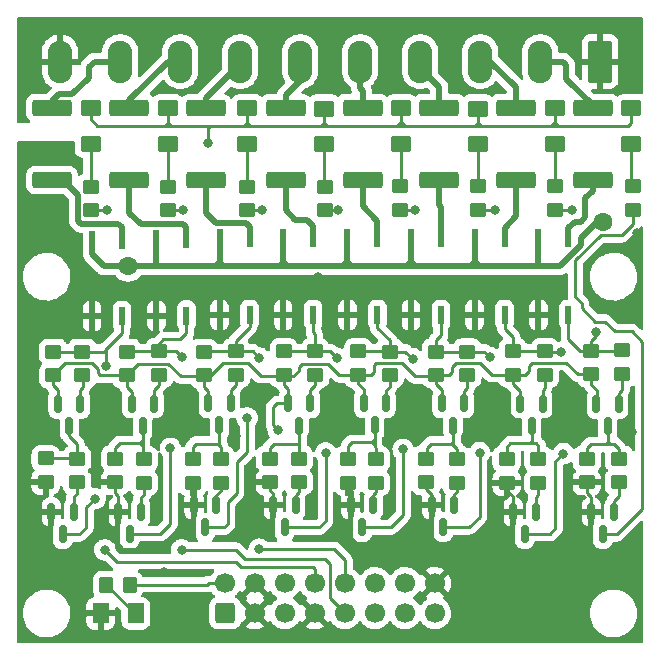
<source format=gbr>
%TF.GenerationSoftware,KiCad,Pcbnew,6.0.11+dfsg-1~bpo11+1*%
%TF.CreationDate,2023-07-05T16:16:59+02:00*%
%TF.ProjectId,din8rib21,64696e38-7269-4623-9231-2e6b69636164,1.1*%
%TF.SameCoordinates,Original*%
%TF.FileFunction,Copper,L1,Top*%
%TF.FilePolarity,Positive*%
%FSLAX46Y46*%
G04 Gerber Fmt 4.6, Leading zero omitted, Abs format (unit mm)*
G04 Created by KiCad (PCBNEW 6.0.11+dfsg-1~bpo11+1) date 2023-07-05 16:16:59*
%MOMM*%
%LPD*%
G01*
G04 APERTURE LIST*
G04 Aperture macros list*
%AMRoundRect*
0 Rectangle with rounded corners*
0 $1 Rounding radius*
0 $2 $3 $4 $5 $6 $7 $8 $9 X,Y pos of 4 corners*
0 Add a 4 corners polygon primitive as box body*
4,1,4,$2,$3,$4,$5,$6,$7,$8,$9,$2,$3,0*
0 Add four circle primitives for the rounded corners*
1,1,$1+$1,$2,$3*
1,1,$1+$1,$4,$5*
1,1,$1+$1,$6,$7*
1,1,$1+$1,$8,$9*
0 Add four rect primitives between the rounded corners*
20,1,$1+$1,$2,$3,$4,$5,0*
20,1,$1+$1,$4,$5,$6,$7,0*
20,1,$1+$1,$6,$7,$8,$9,0*
20,1,$1+$1,$8,$9,$2,$3,0*%
G04 Aperture macros list end*
%TA.AperFunction,SMDPad,CuDef*%
%ADD10RoundRect,0.150000X-0.150000X0.587500X-0.150000X-0.587500X0.150000X-0.587500X0.150000X0.587500X0*%
%TD*%
%TA.AperFunction,SMDPad,CuDef*%
%ADD11RoundRect,0.250000X0.450000X-0.350000X0.450000X0.350000X-0.450000X0.350000X-0.450000X-0.350000X0*%
%TD*%
%TA.AperFunction,SMDPad,CuDef*%
%ADD12RoundRect,0.250000X0.350000X0.450000X-0.350000X0.450000X-0.350000X-0.450000X0.350000X-0.450000X0*%
%TD*%
%TA.AperFunction,SMDPad,CuDef*%
%ADD13RoundRect,0.250000X-0.450000X0.350000X-0.450000X-0.350000X0.450000X-0.350000X0.450000X0.350000X0*%
%TD*%
%TA.AperFunction,SMDPad,CuDef*%
%ADD14RoundRect,0.249999X-1.425001X0.450001X-1.425001X-0.450001X1.425001X-0.450001X1.425001X0.450001X0*%
%TD*%
%TA.AperFunction,SMDPad,CuDef*%
%ADD15RoundRect,0.137500X-0.137500X0.662500X-0.137500X-0.662500X0.137500X-0.662500X0.137500X0.662500X0*%
%TD*%
%TA.AperFunction,SMDPad,CuDef*%
%ADD16RoundRect,0.250001X0.624999X-0.462499X0.624999X0.462499X-0.624999X0.462499X-0.624999X-0.462499X0*%
%TD*%
%TA.AperFunction,ComponentPad*%
%ADD17RoundRect,0.250000X0.600000X-0.600000X0.600000X0.600000X-0.600000X0.600000X-0.600000X-0.600000X0*%
%TD*%
%TA.AperFunction,ComponentPad*%
%ADD18C,1.700000*%
%TD*%
%TA.AperFunction,SMDPad,CuDef*%
%ADD19RoundRect,0.250001X-0.462499X-0.624999X0.462499X-0.624999X0.462499X0.624999X-0.462499X0.624999X0*%
%TD*%
%TA.AperFunction,ComponentPad*%
%ADD20RoundRect,0.249999X0.790001X1.550001X-0.790001X1.550001X-0.790001X-1.550001X0.790001X-1.550001X0*%
%TD*%
%TA.AperFunction,ComponentPad*%
%ADD21O,2.080000X3.600000*%
%TD*%
%TA.AperFunction,ViaPad*%
%ADD22C,0.800000*%
%TD*%
%TA.AperFunction,ViaPad*%
%ADD23C,1.600000*%
%TD*%
%TA.AperFunction,Conductor*%
%ADD24C,0.250000*%
%TD*%
%TA.AperFunction,Conductor*%
%ADD25C,0.500000*%
%TD*%
G04 APERTURE END LIST*
D10*
%TO.P,Q16,1,B*%
%TO.N,Net-(Q16-Pad1)*%
X129310000Y-108420000D03*
%TO.P,Q16,2,E*%
%TO.N,GND*%
X127410000Y-108420000D03*
%TO.P,Q16,3,C*%
%TO.N,Net-(Q16-Pad3)*%
X128360000Y-110295000D03*
%TD*%
D11*
%TO.P,R25,1*%
%TO.N,+3.3V*%
X147100000Y-96820000D03*
%TO.P,R25,2*%
%TO.N,/IO_4*%
X147100000Y-94820000D03*
%TD*%
D10*
%TO.P,Q6,1,B*%
%TO.N,Net-(Q6-Pad1)*%
X168420000Y-108392500D03*
%TO.P,Q6,2,E*%
%TO.N,GND*%
X166520000Y-108392500D03*
%TO.P,Q6,3,C*%
%TO.N,Net-(Q6-Pad3)*%
X167470000Y-110267500D03*
%TD*%
D12*
%TO.P,R41,1*%
%TO.N,+24V*%
X134020000Y-114590000D03*
%TO.P,R41,2*%
%TO.N,Net-(D9-Pad2)*%
X132020000Y-114590000D03*
%TD*%
D13*
%TO.P,R11,1*%
%TO.N,/IO_2*%
X162610000Y-94830000D03*
%TO.P,R11,2*%
%TO.N,Net-(Q3-Pad1)*%
X162610000Y-96830000D03*
%TD*%
%TO.P,R31,1*%
%TO.N,/IO_6*%
X136510000Y-94820000D03*
%TO.P,R31,2*%
%TO.N,Net-(Q11-Pad1)*%
X136510000Y-96820000D03*
%TD*%
D10*
%TO.P,Q1,1,B*%
%TO.N,Net-(Q1-Pad1)*%
X175450000Y-99292500D03*
%TO.P,Q1,2,E*%
%TO.N,+3.3V*%
X173550000Y-99292500D03*
%TO.P,Q1,3,C*%
%TO.N,Net-(Q1-Pad3)*%
X174500000Y-101167500D03*
%TD*%
D14*
%TO.P,R2,1*%
%TO.N,/IN_1*%
X166750000Y-74200000D03*
%TO.P,R2,2*%
%TO.N,Net-(R2-Pad2)*%
X166750000Y-80300000D03*
%TD*%
D15*
%TO.P,U5,1*%
%TO.N,Net-(R21-Pad2)*%
X149570000Y-85250000D03*
%TO.P,U5,2*%
%TO.N,/COM*%
X147030000Y-85250000D03*
%TO.P,U5,3*%
%TO.N,GND*%
X147030000Y-91750000D03*
%TO.P,U5,4*%
%TO.N,/IO_4*%
X149570000Y-91750000D03*
%TD*%
D13*
%TO.P,R19,1*%
%TO.N,Net-(D3-Pad1)*%
X163530000Y-80840000D03*
%TO.P,R19,2*%
%TO.N,Net-(Q7-Pad3)*%
X163530000Y-82840000D03*
%TD*%
D10*
%TO.P,Q12,1,B*%
%TO.N,Net-(Q12-Pad1)*%
X129860000Y-99272500D03*
%TO.P,Q12,2,E*%
%TO.N,+3.3V*%
X127960000Y-99272500D03*
%TO.P,Q12,3,C*%
%TO.N,Net-(Q12-Pad3)*%
X128910000Y-101147500D03*
%TD*%
%TO.P,Q9,1,B*%
%TO.N,Net-(Q9-Pad1)*%
X149340000Y-99222500D03*
%TO.P,Q9,2,E*%
%TO.N,+3.3V*%
X147440000Y-99222500D03*
%TO.P,Q9,3,C*%
%TO.N,Net-(Q9-Pad3)*%
X148390000Y-101097500D03*
%TD*%
%TO.P,Q4,1,B*%
%TO.N,Net-(Q4-Pad1)*%
X155730000Y-99202500D03*
%TO.P,Q4,2,E*%
%TO.N,+3.3V*%
X153830000Y-99202500D03*
%TO.P,Q4,3,C*%
%TO.N,Net-(Q4-Pad3)*%
X154780000Y-101077500D03*
%TD*%
%TO.P,Q7,1,B*%
%TO.N,Net-(Q7-Pad1)*%
X161520000Y-107815000D03*
%TO.P,Q7,2,E*%
%TO.N,GND*%
X159620000Y-107815000D03*
%TO.P,Q7,3,C*%
%TO.N,Net-(Q7-Pad3)*%
X160570000Y-109690000D03*
%TD*%
D15*
%TO.P,U7,1*%
%TO.N,Net-(R23-Pad2)*%
X138840000Y-85300000D03*
%TO.P,U7,2*%
%TO.N,/COM*%
X136300000Y-85300000D03*
%TO.P,U7,3*%
%TO.N,GND*%
X136300000Y-91800000D03*
%TO.P,U7,4*%
%TO.N,/IO_6*%
X138840000Y-91800000D03*
%TD*%
D13*
%TO.P,R9,1*%
%TO.N,/IO_0*%
X175740000Y-94740000D03*
%TO.P,R9,2*%
%TO.N,Net-(Q1-Pad1)*%
X175740000Y-96740000D03*
%TD*%
D16*
%TO.P,D5,1,K*%
%TO.N,Net-(D5-Pad1)*%
X150500000Y-77237500D03*
%TO.P,D5,2,A*%
%TO.N,+24V*%
X150500000Y-74262500D03*
%TD*%
D13*
%TO.P,R39,1*%
%TO.N,Net-(D7-Pad1)*%
X137250000Y-80870000D03*
%TO.P,R39,2*%
%TO.N,Net-(Q15-Pad3)*%
X137250000Y-82870000D03*
%TD*%
%TO.P,R44,1*%
%TO.N,Net-(Q3-Pad3)*%
X161710000Y-103920000D03*
%TO.P,R44,2*%
%TO.N,Net-(Q7-Pad1)*%
X161710000Y-105920000D03*
%TD*%
%TO.P,R36,1*%
%TO.N,Net-(Q12-Pad3)*%
X126920000Y-103870000D03*
%TO.P,R36,2*%
%TO.N,GND*%
X126920000Y-105870000D03*
%TD*%
%TO.P,R20,1*%
%TO.N,Net-(D4-Pad1)*%
X156950000Y-80840000D03*
%TO.P,R20,2*%
%TO.N,Net-(Q8-Pad3)*%
X156950000Y-82840000D03*
%TD*%
%TO.P,R42,1*%
%TO.N,Net-(Q1-Pad3)*%
X175450000Y-103890000D03*
%TO.P,R42,2*%
%TO.N,Net-(Q5-Pad1)*%
X175450000Y-105890000D03*
%TD*%
D14*
%TO.P,R22,1*%
%TO.N,/IN_5*%
X140500000Y-74250000D03*
%TO.P,R22,2*%
%TO.N,Net-(R22-Pad2)*%
X140500000Y-80350000D03*
%TD*%
D10*
%TO.P,Q8,1,B*%
%TO.N,Net-(Q8-Pad1)*%
X154660000Y-107835000D03*
%TO.P,Q8,2,E*%
%TO.N,GND*%
X152760000Y-107835000D03*
%TO.P,Q8,3,C*%
%TO.N,Net-(Q8-Pad3)*%
X153710000Y-109710000D03*
%TD*%
%TO.P,Q10,1,B*%
%TO.N,Net-(Q10-Pad1)*%
X142580000Y-99212500D03*
%TO.P,Q10,2,E*%
%TO.N,+3.3V*%
X140680000Y-99212500D03*
%TO.P,Q10,3,C*%
%TO.N,Net-(Q10-Pad3)*%
X141630000Y-101087500D03*
%TD*%
%TO.P,Q14,1,B*%
%TO.N,Net-(Q14-Pad1)*%
X141380000Y-107842500D03*
%TO.P,Q14,2,E*%
%TO.N,GND*%
X139480000Y-107842500D03*
%TO.P,Q14,3,C*%
%TO.N,Net-(Q14-Pad3)*%
X140430000Y-109717500D03*
%TD*%
D14*
%TO.P,R4,1*%
%TO.N,/IN_3*%
X153750000Y-74200000D03*
%TO.P,R4,2*%
%TO.N,Net-(R4-Pad2)*%
X153750000Y-80300000D03*
%TD*%
D15*
%TO.P,U1,1*%
%TO.N,Net-(R1-Pad2)*%
X171170000Y-85250000D03*
%TO.P,U1,2*%
%TO.N,/COM*%
X168630000Y-85250000D03*
%TO.P,U1,3*%
%TO.N,GND*%
X168630000Y-91750000D03*
%TO.P,U1,4*%
%TO.N,/IO_0*%
X171170000Y-91750000D03*
%TD*%
D14*
%TO.P,R21,1*%
%TO.N,/IN_4*%
X147250000Y-74250000D03*
%TO.P,R21,2*%
%TO.N,Net-(R21-Pad2)*%
X147250000Y-80350000D03*
%TD*%
D13*
%TO.P,R29,1*%
%TO.N,/IO_4*%
X149730000Y-94810000D03*
%TO.P,R29,2*%
%TO.N,Net-(Q9-Pad1)*%
X149730000Y-96810000D03*
%TD*%
D16*
%TO.P,D6,1,K*%
%TO.N,Net-(D6-Pad1)*%
X144000000Y-77225000D03*
%TO.P,D6,2,A*%
%TO.N,+24V*%
X144000000Y-74250000D03*
%TD*%
D15*
%TO.P,U4,1*%
%TO.N,Net-(R4-Pad2)*%
X155000000Y-85250000D03*
%TO.P,U4,2*%
%TO.N,/COM*%
X152460000Y-85250000D03*
%TO.P,U4,3*%
%TO.N,GND*%
X152460000Y-91750000D03*
%TO.P,U4,4*%
%TO.N,/IO_3*%
X155000000Y-91750000D03*
%TD*%
%TO.P,U6,1*%
%TO.N,Net-(R22-Pad2)*%
X144190000Y-85250000D03*
%TO.P,U6,2*%
%TO.N,/COM*%
X141650000Y-85250000D03*
%TO.P,U6,3*%
%TO.N,GND*%
X141650000Y-91750000D03*
%TO.P,U6,4*%
%TO.N,/IO_5*%
X144190000Y-91750000D03*
%TD*%
D10*
%TO.P,Q5,1,B*%
%TO.N,Net-(Q5-Pad1)*%
X175030000Y-108412500D03*
%TO.P,Q5,2,E*%
%TO.N,GND*%
X173130000Y-108412500D03*
%TO.P,Q5,3,C*%
%TO.N,Net-(Q5-Pad3)*%
X174080000Y-110287500D03*
%TD*%
%TO.P,Q11,1,B*%
%TO.N,Net-(Q11-Pad1)*%
X136090000Y-99232500D03*
%TO.P,Q11,2,E*%
%TO.N,+3.3V*%
X134190000Y-99232500D03*
%TO.P,Q11,3,C*%
%TO.N,Net-(Q11-Pad3)*%
X135140000Y-101107500D03*
%TD*%
D13*
%TO.P,R43,1*%
%TO.N,Net-(Q2-Pad3)*%
X168640000Y-103940000D03*
%TO.P,R43,2*%
%TO.N,Net-(Q6-Pad1)*%
X168640000Y-105940000D03*
%TD*%
D16*
%TO.P,D8,1,K*%
%TO.N,Net-(D8-Pad1)*%
X130750000Y-77225000D03*
%TO.P,D8,2,A*%
%TO.N,+24V*%
X130750000Y-74250000D03*
%TD*%
D13*
%TO.P,R49,1*%
%TO.N,Net-(Q12-Pad3)*%
X129580000Y-103900000D03*
%TO.P,R49,2*%
%TO.N,Net-(Q16-Pad1)*%
X129580000Y-105900000D03*
%TD*%
D17*
%TO.P,J1,1,Pin_1*%
%TO.N,+24V*%
X142110000Y-116980000D03*
D18*
%TO.P,J1,2,Pin_2*%
X142110000Y-114440000D03*
%TO.P,J1,3,Pin_3*%
%TO.N,GND*%
X144650000Y-116980000D03*
%TO.P,J1,4,Pin_4*%
X144650000Y-114440000D03*
%TO.P,J1,5,Pin_5*%
%TO.N,+3.3V*%
X147190000Y-116980000D03*
%TO.P,J1,6,Pin_6*%
X147190000Y-114440000D03*
%TO.P,J1,7,Pin_7*%
%TO.N,GND*%
X149730000Y-116980000D03*
%TO.P,J1,8,Pin_8*%
%TO.N,/IO_7*%
X149730000Y-114440000D03*
%TO.P,J1,9,Pin_9*%
%TO.N,/IO_6*%
X152270000Y-116980000D03*
%TO.P,J1,10,Pin_10*%
%TO.N,/IO_5*%
X152270000Y-114440000D03*
%TO.P,J1,11,Pin_11*%
%TO.N,/IO_4*%
X154810000Y-116980000D03*
%TO.P,J1,12,Pin_12*%
%TO.N,/IO_3*%
X154810000Y-114440000D03*
%TO.P,J1,13,Pin_13*%
%TO.N,/IO_2*%
X157350000Y-116980000D03*
%TO.P,J1,14,Pin_14*%
%TO.N,/IO_1*%
X157350000Y-114440000D03*
%TO.P,J1,15,Pin_15*%
%TO.N,/IO_0*%
X159890000Y-116980000D03*
%TO.P,J1,16,Pin_16*%
%TO.N,GND*%
X159890000Y-114440000D03*
%TD*%
D13*
%TO.P,R15,1*%
%TO.N,Net-(Q3-Pad3)*%
X159130000Y-103900000D03*
%TO.P,R15,2*%
%TO.N,GND*%
X159130000Y-105900000D03*
%TD*%
%TO.P,R13,1*%
%TO.N,Net-(Q1-Pad3)*%
X172740000Y-103910000D03*
%TO.P,R13,2*%
%TO.N,GND*%
X172740000Y-105910000D03*
%TD*%
%TO.P,R32,1*%
%TO.N,/IO_7*%
X130030000Y-94840000D03*
%TO.P,R32,2*%
%TO.N,Net-(Q12-Pad1)*%
X130030000Y-96840000D03*
%TD*%
D11*
%TO.P,R26,1*%
%TO.N,+3.3V*%
X140310000Y-96860000D03*
%TO.P,R26,2*%
%TO.N,/IO_5*%
X140310000Y-94860000D03*
%TD*%
D10*
%TO.P,Q13,1,B*%
%TO.N,Net-(Q13-Pad1)*%
X148100000Y-107810000D03*
%TO.P,Q13,2,E*%
%TO.N,GND*%
X146200000Y-107810000D03*
%TO.P,Q13,3,C*%
%TO.N,Net-(Q13-Pad3)*%
X147150000Y-109685000D03*
%TD*%
D13*
%TO.P,R40,1*%
%TO.N,Net-(D8-Pad1)*%
X130790000Y-80870000D03*
%TO.P,R40,2*%
%TO.N,Net-(Q16-Pad3)*%
X130790000Y-82870000D03*
%TD*%
D16*
%TO.P,D4,1,K*%
%TO.N,Net-(D4-Pad1)*%
X157000000Y-77225000D03*
%TO.P,D4,2,A*%
%TO.N,+24V*%
X157000000Y-74250000D03*
%TD*%
D13*
%TO.P,R17,1*%
%TO.N,Net-(D1-Pad1)*%
X176670000Y-80830000D03*
%TO.P,R17,2*%
%TO.N,Net-(Q5-Pad3)*%
X176670000Y-82830000D03*
%TD*%
D16*
%TO.P,D1,1,K*%
%TO.N,Net-(D1-Pad1)*%
X176500000Y-77225000D03*
%TO.P,D1,2,A*%
%TO.N,+24V*%
X176500000Y-74250000D03*
%TD*%
D11*
%TO.P,R28,1*%
%TO.N,+3.3V*%
X127550000Y-96850000D03*
%TO.P,R28,2*%
%TO.N,/IO_7*%
X127550000Y-94850000D03*
%TD*%
D10*
%TO.P,Q15,1,B*%
%TO.N,Net-(Q15-Pad1)*%
X134970000Y-108382500D03*
%TO.P,Q15,2,E*%
%TO.N,GND*%
X133070000Y-108382500D03*
%TO.P,Q15,3,C*%
%TO.N,Net-(Q15-Pad3)*%
X134020000Y-110257500D03*
%TD*%
D13*
%TO.P,R10,1*%
%TO.N,/IO_1*%
X169190000Y-94800000D03*
%TO.P,R10,2*%
%TO.N,Net-(Q2-Pad1)*%
X169190000Y-96800000D03*
%TD*%
%TO.P,R46,1*%
%TO.N,Net-(Q9-Pad3)*%
X148340000Y-103890000D03*
%TO.P,R46,2*%
%TO.N,Net-(Q13-Pad1)*%
X148340000Y-105890000D03*
%TD*%
D14*
%TO.P,R24,1*%
%TO.N,/IN_7*%
X127450000Y-74210000D03*
%TO.P,R24,2*%
%TO.N,Net-(R24-Pad2)*%
X127450000Y-80310000D03*
%TD*%
D13*
%TO.P,R12,1*%
%TO.N,/IO_3*%
X156030000Y-94840000D03*
%TO.P,R12,2*%
%TO.N,Net-(Q4-Pad1)*%
X156030000Y-96840000D03*
%TD*%
D15*
%TO.P,U8,1*%
%TO.N,Net-(R24-Pad2)*%
X133390000Y-85350000D03*
%TO.P,U8,2*%
%TO.N,/COM*%
X130850000Y-85350000D03*
%TO.P,U8,3*%
%TO.N,GND*%
X130850000Y-91850000D03*
%TO.P,U8,4*%
%TO.N,/IO_7*%
X133390000Y-91850000D03*
%TD*%
D19*
%TO.P,D9,1,K*%
%TO.N,GND*%
X131585000Y-117010000D03*
%TO.P,D9,2,A*%
%TO.N,Net-(D9-Pad2)*%
X134560000Y-117010000D03*
%TD*%
D16*
%TO.P,D3,1,K*%
%TO.N,Net-(D3-Pad1)*%
X163500000Y-77237500D03*
%TO.P,D3,2,A*%
%TO.N,+24V*%
X163500000Y-74262500D03*
%TD*%
D13*
%TO.P,R47,1*%
%TO.N,Net-(Q10-Pad3)*%
X141750000Y-103950000D03*
%TO.P,R47,2*%
%TO.N,Net-(Q14-Pad1)*%
X141750000Y-105950000D03*
%TD*%
%TO.P,R45,1*%
%TO.N,Net-(Q4-Pad3)*%
X154870000Y-103940000D03*
%TO.P,R45,2*%
%TO.N,Net-(Q8-Pad1)*%
X154870000Y-105940000D03*
%TD*%
D16*
%TO.P,D2,1,K*%
%TO.N,Net-(D2-Pad1)*%
X170000000Y-77225000D03*
%TO.P,D2,2,A*%
%TO.N,+24V*%
X170000000Y-74250000D03*
%TD*%
D13*
%TO.P,R38,1*%
%TO.N,Net-(D6-Pad1)*%
X143940000Y-80880000D03*
%TO.P,R38,2*%
%TO.N,Net-(Q14-Pad3)*%
X143940000Y-82880000D03*
%TD*%
D14*
%TO.P,R23,1*%
%TO.N,/IN_6*%
X134010000Y-74240000D03*
%TO.P,R23,2*%
%TO.N,Net-(R23-Pad2)*%
X134010000Y-80340000D03*
%TD*%
D11*
%TO.P,R5,1*%
%TO.N,+3.3V*%
X173130000Y-96760000D03*
%TO.P,R5,2*%
%TO.N,/IO_0*%
X173130000Y-94760000D03*
%TD*%
D13*
%TO.P,R33,1*%
%TO.N,Net-(Q9-Pad3)*%
X145900000Y-103900000D03*
%TO.P,R33,2*%
%TO.N,GND*%
X145900000Y-105900000D03*
%TD*%
D11*
%TO.P,R27,1*%
%TO.N,+3.3V*%
X133790000Y-96850000D03*
%TO.P,R27,2*%
%TO.N,/IO_6*%
X133790000Y-94850000D03*
%TD*%
D13*
%TO.P,R16,1*%
%TO.N,Net-(Q4-Pad3)*%
X152530000Y-103920000D03*
%TO.P,R16,2*%
%TO.N,GND*%
X152530000Y-105920000D03*
%TD*%
D16*
%TO.P,D7,1,K*%
%TO.N,Net-(D7-Pad1)*%
X137250000Y-77225000D03*
%TO.P,D7,2,A*%
%TO.N,+24V*%
X137250000Y-74250000D03*
%TD*%
D14*
%TO.P,R1,1*%
%TO.N,/IN_0*%
X173250000Y-74200000D03*
%TO.P,R1,2*%
%TO.N,Net-(R1-Pad2)*%
X173250000Y-80300000D03*
%TD*%
D13*
%TO.P,R30,1*%
%TO.N,/IO_5*%
X143030000Y-94820000D03*
%TO.P,R30,2*%
%TO.N,Net-(Q10-Pad1)*%
X143030000Y-96820000D03*
%TD*%
%TO.P,R37,1*%
%TO.N,Net-(D5-Pad1)*%
X150550000Y-80870000D03*
%TO.P,R37,2*%
%TO.N,Net-(Q13-Pad3)*%
X150550000Y-82870000D03*
%TD*%
D14*
%TO.P,R3,1*%
%TO.N,/IN_2*%
X160250000Y-74200000D03*
%TO.P,R3,2*%
%TO.N,Net-(R3-Pad2)*%
X160250000Y-80300000D03*
%TD*%
D11*
%TO.P,R7,1*%
%TO.N,+3.3V*%
X159980000Y-96830000D03*
%TO.P,R7,2*%
%TO.N,/IO_2*%
X159980000Y-94830000D03*
%TD*%
D13*
%TO.P,R48,1*%
%TO.N,Net-(Q11-Pad3)*%
X135210000Y-103930000D03*
%TO.P,R48,2*%
%TO.N,Net-(Q15-Pad1)*%
X135210000Y-105930000D03*
%TD*%
D10*
%TO.P,Q2,1,B*%
%TO.N,Net-(Q2-Pad1)*%
X169020000Y-99232500D03*
%TO.P,Q2,2,E*%
%TO.N,+3.3V*%
X167120000Y-99232500D03*
%TO.P,Q2,3,C*%
%TO.N,Net-(Q2-Pad3)*%
X168070000Y-101107500D03*
%TD*%
D11*
%TO.P,R6,1*%
%TO.N,+3.3V*%
X166470000Y-96810000D03*
%TO.P,R6,2*%
%TO.N,/IO_1*%
X166470000Y-94810000D03*
%TD*%
D13*
%TO.P,R35,1*%
%TO.N,Net-(Q11-Pad3)*%
X132820000Y-103890000D03*
%TO.P,R35,2*%
%TO.N,GND*%
X132820000Y-105890000D03*
%TD*%
%TO.P,R14,1*%
%TO.N,Net-(Q2-Pad3)*%
X165950000Y-103930000D03*
%TO.P,R14,2*%
%TO.N,GND*%
X165950000Y-105930000D03*
%TD*%
D11*
%TO.P,R8,1*%
%TO.N,+3.3V*%
X153390000Y-96820000D03*
%TO.P,R8,2*%
%TO.N,/IO_3*%
X153390000Y-94820000D03*
%TD*%
D15*
%TO.P,U2,1*%
%TO.N,Net-(R2-Pad2)*%
X165770000Y-85250000D03*
%TO.P,U2,2*%
%TO.N,/COM*%
X163230000Y-85250000D03*
%TO.P,U2,3*%
%TO.N,GND*%
X163230000Y-91750000D03*
%TO.P,U2,4*%
%TO.N,/IO_1*%
X165770000Y-91750000D03*
%TD*%
D10*
%TO.P,Q3,1,B*%
%TO.N,Net-(Q3-Pad1)*%
X162360000Y-99222500D03*
%TO.P,Q3,2,E*%
%TO.N,+3.3V*%
X160460000Y-99222500D03*
%TO.P,Q3,3,C*%
%TO.N,Net-(Q3-Pad3)*%
X161410000Y-101097500D03*
%TD*%
D13*
%TO.P,R18,1*%
%TO.N,Net-(D2-Pad1)*%
X170010000Y-80850000D03*
%TO.P,R18,2*%
%TO.N,Net-(Q6-Pad3)*%
X170010000Y-82850000D03*
%TD*%
%TO.P,R34,1*%
%TO.N,Net-(Q10-Pad3)*%
X139360000Y-103950000D03*
%TO.P,R34,2*%
%TO.N,GND*%
X139360000Y-105950000D03*
%TD*%
D15*
%TO.P,U3,1*%
%TO.N,Net-(R3-Pad2)*%
X160380000Y-85250000D03*
%TO.P,U3,2*%
%TO.N,/COM*%
X157840000Y-85250000D03*
%TO.P,U3,3*%
%TO.N,GND*%
X157840000Y-91750000D03*
%TO.P,U3,4*%
%TO.N,/IO_2*%
X160380000Y-91750000D03*
%TD*%
D20*
%TO.P,J2,1,Pin_1*%
%TO.N,/COM*%
X173860000Y-70277500D03*
D21*
%TO.P,J2,2,Pin_2*%
%TO.N,/IN_0*%
X168780000Y-70277500D03*
%TO.P,J2,3,Pin_3*%
%TO.N,/IN_1*%
X163700000Y-70277500D03*
%TO.P,J2,4,Pin_4*%
%TO.N,/IN_2*%
X158620000Y-70277500D03*
%TO.P,J2,5,Pin_5*%
%TO.N,/IN_3*%
X153540000Y-70277500D03*
%TO.P,J2,6,Pin_6*%
%TO.N,/IN_4*%
X148460000Y-70277500D03*
%TO.P,J2,7,Pin_7*%
%TO.N,/IN_5*%
X143380000Y-70277500D03*
%TO.P,J2,8,Pin_8*%
%TO.N,/IN_6*%
X138300000Y-70277500D03*
%TO.P,J2,9,Pin_9*%
%TO.N,/IN_7*%
X133220000Y-70277500D03*
%TO.P,J2,10,Pin_10*%
%TO.N,/COM*%
X128140000Y-70277500D03*
%TD*%
D22*
%TO.N,+24V*%
X140700000Y-77140000D03*
%TO.N,GND*%
X139500000Y-101500000D03*
X136940000Y-113530000D03*
X162500000Y-102000000D03*
X172650000Y-101500000D03*
X136300000Y-108470000D03*
X143000000Y-102000000D03*
X143430000Y-110540000D03*
X149570000Y-108240000D03*
X146160000Y-98170000D03*
X149500000Y-102000000D03*
X176570000Y-101670000D03*
X156000000Y-102000000D03*
X176990000Y-84830000D03*
X150000000Y-88500000D03*
%TO.N,/IO_0*%
X173540000Y-93170000D03*
%TO.N,/IO_1*%
X170520000Y-94900000D03*
%TO.N,/IO_2*%
X164530000Y-95320000D03*
%TO.N,/IO_3*%
X157980000Y-95440000D03*
%TO.N,/IO_4*%
X151580000Y-95380000D03*
%TO.N,/IO_5*%
X145000000Y-111550000D03*
X144990000Y-95360000D03*
%TO.N,/IO_6*%
X138440000Y-111620000D03*
X138440000Y-95300000D03*
%TO.N,/IO_7*%
X132040000Y-96090000D03*
X131930000Y-111620000D03*
%TO.N,+3.3V*%
X146610000Y-101480000D03*
D23*
%TO.N,/COM*%
X174090000Y-83840000D03*
X133900000Y-87600000D03*
D22*
%TO.N,Net-(Q6-Pad3)*%
X171490000Y-82850000D03*
X170760000Y-103470000D03*
%TO.N,Net-(Q14-Pad3)*%
X143970000Y-100440000D03*
X145250000Y-82880000D03*
%TO.N,Net-(Q15-Pad3)*%
X137470000Y-103020000D03*
X138540000Y-82880000D03*
%TO.N,Net-(Q16-Pad3)*%
X131090000Y-107280000D03*
X132100000Y-82870000D03*
%TO.N,Net-(Q7-Pad3)*%
X164980000Y-82840000D03*
X163660000Y-103390000D03*
%TO.N,Net-(Q8-Pad3)*%
X157180000Y-103110000D03*
X158210000Y-82840000D03*
%TO.N,Net-(Q13-Pad3)*%
X151670000Y-82880000D03*
X150620000Y-103420000D03*
%TD*%
D24*
%TO.N,Net-(D1-Pad1)*%
X176500000Y-80660000D02*
X176670000Y-80830000D01*
X176500000Y-77225000D02*
X176500000Y-80660000D01*
%TO.N,+24V*%
X140700000Y-75860000D02*
X140540000Y-75700000D01*
X150500000Y-74262500D02*
X150500000Y-75420000D01*
X140700000Y-77140000D02*
X140700000Y-76390000D01*
X170040000Y-75700000D02*
X170280000Y-75700000D01*
X156450000Y-75700000D02*
X156700000Y-75700000D01*
X157300000Y-75700000D02*
X163130000Y-75700000D01*
X163760000Y-75700000D02*
X169710000Y-75700000D01*
X130750000Y-75170000D02*
X131280000Y-75700000D01*
X140700000Y-76390000D02*
X140700000Y-75870000D01*
X144260000Y-75700000D02*
X150200000Y-75700000D01*
X169710000Y-75700000D02*
X169720000Y-75700000D01*
X163500000Y-75440000D02*
X163760000Y-75700000D01*
X156450000Y-75700000D02*
X157300000Y-75700000D01*
X137010000Y-75700000D02*
X137250000Y-75460000D01*
X136760000Y-75700000D02*
X137490000Y-75700000D01*
X170000000Y-75420000D02*
X170280000Y-75700000D01*
X163240000Y-75700000D02*
X163500000Y-75440000D01*
X163130000Y-75700000D02*
X163760000Y-75700000D01*
X170000000Y-75240000D02*
X170000000Y-75420000D01*
X143740000Y-75700000D02*
X144260000Y-75700000D01*
X143740000Y-75700000D02*
X144000000Y-75440000D01*
X169710000Y-75700000D02*
X170040000Y-75700000D01*
X169720000Y-75700000D02*
X170000000Y-75420000D01*
X163130000Y-75700000D02*
X163240000Y-75700000D01*
X163500000Y-74262500D02*
X163500000Y-75440000D01*
X150780000Y-75700000D02*
X156450000Y-75700000D01*
X170000000Y-74250000D02*
X170000000Y-75240000D01*
X176250000Y-75700000D02*
X176500000Y-75450000D01*
X150220000Y-75700000D02*
X150500000Y-75420000D01*
X130750000Y-74250000D02*
X130750000Y-75170000D01*
X170000000Y-75660000D02*
X170040000Y-75700000D01*
X170280000Y-75700000D02*
X176250000Y-75700000D01*
X137250000Y-75460000D02*
X137490000Y-75700000D01*
X136760000Y-75700000D02*
X137010000Y-75700000D01*
X150200000Y-75700000D02*
X150220000Y-75700000D01*
X140540000Y-75700000D02*
X140870000Y-75700000D01*
X140700000Y-75870000D02*
X140870000Y-75700000D01*
X131280000Y-75700000D02*
X136760000Y-75700000D01*
X137490000Y-75700000D02*
X140540000Y-75700000D01*
X144000000Y-75440000D02*
X144260000Y-75700000D01*
X150200000Y-75700000D02*
X150780000Y-75700000D01*
X137250000Y-74250000D02*
X137250000Y-75460000D01*
X140720000Y-114440000D02*
X142110000Y-114440000D01*
X157000000Y-75400000D02*
X157300000Y-75700000D01*
X144000000Y-74250000D02*
X144000000Y-75440000D01*
X140700000Y-76390000D02*
X140700000Y-75860000D01*
X134020000Y-114590000D02*
X140570000Y-114590000D01*
X157000000Y-74250000D02*
X157000000Y-75400000D01*
X176500000Y-75450000D02*
X176500000Y-74250000D01*
X170000000Y-75420000D02*
X170000000Y-75660000D01*
X140870000Y-75700000D02*
X143740000Y-75700000D01*
X156700000Y-75700000D02*
X157000000Y-75400000D01*
X140570000Y-114590000D02*
X140720000Y-114440000D01*
X150500000Y-75420000D02*
X150780000Y-75700000D01*
%TO.N,Net-(D2-Pad1)*%
X170000000Y-77225000D02*
X170000000Y-80840000D01*
X170000000Y-80840000D02*
X170010000Y-80850000D01*
%TO.N,Net-(D3-Pad1)*%
X163500000Y-77237500D02*
X163500000Y-80810000D01*
X163500000Y-80810000D02*
X163530000Y-80840000D01*
%TO.N,Net-(D4-Pad1)*%
X157000000Y-77225000D02*
X157000000Y-80790000D01*
X157000000Y-80790000D02*
X156950000Y-80840000D01*
%TO.N,Net-(D5-Pad1)*%
X150500000Y-80820000D02*
X150550000Y-80870000D01*
X150500000Y-77237500D02*
X150500000Y-80820000D01*
%TO.N,Net-(D6-Pad1)*%
X144000000Y-80820000D02*
X143940000Y-80880000D01*
X144000000Y-77225000D02*
X144000000Y-80820000D01*
%TO.N,Net-(D7-Pad1)*%
X137250000Y-77225000D02*
X137250000Y-80870000D01*
%TO.N,Net-(D8-Pad1)*%
X130750000Y-80830000D02*
X130790000Y-80870000D01*
X130750000Y-77225000D02*
X130750000Y-80830000D01*
%TO.N,GND*%
X132820000Y-105890000D02*
X132820000Y-106830000D01*
X173130000Y-107160000D02*
X172740000Y-106770000D01*
X132820000Y-106830000D02*
X133070000Y-107080000D01*
X133070000Y-107080000D02*
X133070000Y-108382500D01*
X145900000Y-106570000D02*
X145900000Y-105900000D01*
X139500000Y-107822500D02*
X139480000Y-107842500D01*
X139360000Y-106590000D02*
X139500000Y-106730000D01*
X159130000Y-105900000D02*
X159130000Y-106470000D01*
X146200000Y-107810000D02*
X146200000Y-106870000D01*
X139500000Y-106730000D02*
X139500000Y-107822500D01*
X165950000Y-106550000D02*
X166520000Y-107120000D01*
X159130000Y-106470000D02*
X159620000Y-106960000D01*
X172740000Y-106770000D02*
X172740000Y-105910000D01*
X152760000Y-106870000D02*
X152760000Y-107835000D01*
X159620000Y-106960000D02*
X159620000Y-107815000D01*
X173130000Y-108412500D02*
X173130000Y-107160000D01*
X146200000Y-106870000D02*
X145900000Y-106570000D01*
X165950000Y-105930000D02*
X165950000Y-106550000D01*
X152530000Y-105920000D02*
X152530000Y-106640000D01*
X139360000Y-105950000D02*
X139360000Y-106590000D01*
X152530000Y-106640000D02*
X152760000Y-106870000D01*
X166520000Y-107120000D02*
X166520000Y-108392500D01*
%TO.N,Net-(D9-Pad2)*%
X134440000Y-117010000D02*
X134560000Y-117010000D01*
X132020000Y-114590000D02*
X134440000Y-117010000D01*
%TO.N,/IO_0*%
X172120000Y-94760000D02*
X173130000Y-94760000D01*
X173130000Y-94760000D02*
X173130000Y-93910000D01*
X171170000Y-91750000D02*
X171170000Y-93810000D01*
X171170000Y-93810000D02*
X172120000Y-94760000D01*
X173540000Y-93500000D02*
X173130000Y-93910000D01*
X173540000Y-93170000D02*
X173540000Y-93500000D01*
X173130000Y-94760000D02*
X175720000Y-94760000D01*
%TO.N,/IO_1*%
X165770000Y-92910000D02*
X166490000Y-93630000D01*
X169190000Y-94800000D02*
X166480000Y-94800000D01*
X166480000Y-94800000D02*
X166470000Y-94810000D01*
X166490000Y-94790000D02*
X166470000Y-94810000D01*
X169290000Y-94900000D02*
X169190000Y-94800000D01*
X166490000Y-93630000D02*
X166490000Y-94790000D01*
X165770000Y-91750000D02*
X165770000Y-92910000D01*
X170520000Y-94900000D02*
X169290000Y-94900000D01*
%TO.N,/IO_2*%
X164040000Y-94830000D02*
X164530000Y-95320000D01*
X162610000Y-94830000D02*
X159980000Y-94830000D01*
X160380000Y-91750000D02*
X160380000Y-93460000D01*
X159980000Y-93860000D02*
X159980000Y-94830000D01*
X162610000Y-94830000D02*
X164040000Y-94830000D01*
X160380000Y-93460000D02*
X159980000Y-93860000D01*
%TO.N,/IO_3*%
X155000000Y-91750000D02*
X155000000Y-92830000D01*
X156030000Y-94840000D02*
X157380000Y-94840000D01*
X156030000Y-93860000D02*
X156030000Y-94840000D01*
X155000000Y-92830000D02*
X156030000Y-93860000D01*
X156010000Y-94820000D02*
X153390000Y-94820000D01*
X157380000Y-94840000D02*
X157980000Y-95440000D01*
%TO.N,/IO_4*%
X149730000Y-94810000D02*
X149730000Y-93350000D01*
X147110000Y-94810000D02*
X147100000Y-94820000D01*
X149570000Y-91750000D02*
X149570000Y-93190000D01*
X151010000Y-94810000D02*
X151580000Y-95380000D01*
X149730000Y-94810000D02*
X147110000Y-94810000D01*
X149730000Y-94810000D02*
X151010000Y-94810000D01*
X149730000Y-93350000D02*
X149570000Y-93190000D01*
%TO.N,/IO_5*%
X151320000Y-111550000D02*
X145000000Y-111550000D01*
X143030000Y-94820000D02*
X140350000Y-94820000D01*
X143030000Y-94820000D02*
X144450000Y-94820000D01*
X140350000Y-94820000D02*
X140310000Y-94860000D01*
X152270000Y-112500000D02*
X151320000Y-111550000D01*
X144190000Y-92760000D02*
X143030000Y-93920000D01*
X144450000Y-94820000D02*
X144990000Y-95360000D01*
X144190000Y-91750000D02*
X144190000Y-92760000D01*
X143030000Y-93920000D02*
X143030000Y-94820000D01*
X152270000Y-114440000D02*
X152270000Y-112500000D01*
%TO.N,/IO_6*%
X136880000Y-93810000D02*
X138320000Y-93810000D01*
X152270000Y-116980000D02*
X150990000Y-115700000D01*
X136510000Y-94180000D02*
X136880000Y-93810000D01*
X150990000Y-112830000D02*
X150580000Y-112420000D01*
X137960000Y-94820000D02*
X138440000Y-95300000D01*
X136510000Y-94820000D02*
X137960000Y-94820000D01*
X133820000Y-94820000D02*
X133790000Y-94850000D01*
X150580000Y-112420000D02*
X145680000Y-112420000D01*
X138320000Y-93810000D02*
X138840000Y-93290000D01*
X143010000Y-111620000D02*
X138440000Y-111620000D01*
X150990000Y-115700000D02*
X150990000Y-112830000D01*
X136510000Y-94820000D02*
X133820000Y-94820000D01*
X138840000Y-93290000D02*
X138840000Y-91800000D01*
X145680000Y-112420000D02*
X143810000Y-112420000D01*
X136510000Y-94820000D02*
X136510000Y-94180000D01*
X143810000Y-112420000D02*
X143010000Y-111620000D01*
%TO.N,/IO_7*%
X133390000Y-93280000D02*
X133390000Y-91850000D01*
X132040000Y-96090000D02*
X132040000Y-94970000D01*
X132040000Y-94630000D02*
X133390000Y-93280000D01*
X143450000Y-113080000D02*
X143000000Y-112630000D01*
X149550000Y-113080000D02*
X143450000Y-113080000D01*
X127560000Y-94840000D02*
X127550000Y-94850000D01*
X131830000Y-94840000D02*
X132040000Y-94630000D01*
X131440000Y-94840000D02*
X131830000Y-94840000D01*
X131440000Y-94840000D02*
X131910000Y-94840000D01*
X131910000Y-94840000D02*
X132040000Y-94970000D01*
X132040000Y-94970000D02*
X132040000Y-94630000D01*
X130030000Y-94840000D02*
X131440000Y-94840000D01*
X149730000Y-114440000D02*
X149730000Y-113260000D01*
X130030000Y-94840000D02*
X127560000Y-94840000D01*
X143000000Y-112630000D02*
X132940000Y-112630000D01*
X149730000Y-113260000D02*
X149550000Y-113080000D01*
X132940000Y-112630000D02*
X131930000Y-111620000D01*
%TO.N,+3.3V*%
X173130000Y-96760000D02*
X173130000Y-97690000D01*
X170970000Y-95780000D02*
X168090000Y-95780000D01*
X161690000Y-95760000D02*
X163650000Y-95760000D01*
X166470000Y-97550000D02*
X167120000Y-98200000D01*
X138340000Y-96920000D02*
X140250000Y-96920000D01*
X161330000Y-96120000D02*
X161455000Y-95995000D01*
X173130000Y-96760000D02*
X171950000Y-96760000D01*
X140930000Y-96860000D02*
X141970000Y-95820000D01*
X167120000Y-98200000D02*
X167120000Y-99232500D01*
X140310000Y-97810000D02*
X140680000Y-98180000D01*
X153390000Y-96820000D02*
X151770000Y-96820000D01*
X140680000Y-98180000D02*
X140680000Y-99212500D01*
X161455000Y-95995000D02*
X161560000Y-95890000D01*
X146517500Y-99222500D02*
X147440000Y-99222500D01*
X158160000Y-96910000D02*
X159900000Y-96910000D01*
X146610000Y-101480000D02*
X146200000Y-101070000D01*
X145120000Y-96900000D02*
X147020000Y-96900000D01*
X127550000Y-96850000D02*
X128580000Y-95820000D01*
X144040000Y-95820000D02*
X145120000Y-96900000D01*
X127960000Y-98100000D02*
X127960000Y-99272500D01*
X150830000Y-95880000D02*
X148630000Y-95880000D01*
X151770000Y-96820000D02*
X150830000Y-95880000D01*
X130860000Y-95820000D02*
X131310000Y-96270000D01*
X153390000Y-96820000D02*
X154460000Y-96820000D01*
X147440000Y-98000000D02*
X147440000Y-99222500D01*
X154690000Y-95990000D02*
X154880000Y-95800000D01*
X154690000Y-96590000D02*
X154690000Y-95990000D01*
X131520000Y-96850000D02*
X133790000Y-96850000D01*
X166470000Y-96810000D02*
X166470000Y-97550000D01*
X164700000Y-96810000D02*
X166470000Y-96810000D01*
X154880000Y-95800000D02*
X157050000Y-95800000D01*
X159980000Y-97570000D02*
X160460000Y-98050000D01*
X153830000Y-98020000D02*
X153830000Y-99202500D01*
X127550000Y-97690000D02*
X127960000Y-98100000D01*
X127550000Y-96850000D02*
X127550000Y-97690000D01*
X161455000Y-95995000D02*
X161690000Y-95760000D01*
X167840000Y-96470000D02*
X167500000Y-96810000D01*
X159980000Y-96830000D02*
X161040000Y-96830000D01*
X146200000Y-101070000D02*
X146200000Y-99540000D01*
X148630000Y-95880000D02*
X148330000Y-96180000D01*
X160460000Y-99222500D02*
X160460000Y-98050000D01*
X147020000Y-96900000D02*
X147100000Y-96820000D01*
X147890000Y-96880000D02*
X147160000Y-96880000D01*
X137315000Y-95895000D02*
X138340000Y-96920000D01*
X140310000Y-96860000D02*
X140930000Y-96860000D01*
X140250000Y-96920000D02*
X140310000Y-96860000D01*
X141970000Y-95820000D02*
X144040000Y-95820000D01*
X148330000Y-96440000D02*
X147890000Y-96880000D01*
X134190000Y-98220000D02*
X134190000Y-99232500D01*
X133790000Y-96850000D02*
X133790000Y-97820000D01*
X157050000Y-95800000D02*
X158160000Y-96910000D01*
X161040000Y-96830000D02*
X161330000Y-96540000D01*
X167500000Y-96810000D02*
X166470000Y-96810000D01*
X171950000Y-96760000D02*
X170970000Y-95780000D01*
X173560000Y-98120000D02*
X173560000Y-99282500D01*
X148330000Y-96180000D02*
X148330000Y-96440000D01*
X154460000Y-96820000D02*
X154690000Y-96590000D01*
X131310000Y-96640000D02*
X131520000Y-96850000D01*
X161330000Y-96540000D02*
X161330000Y-96120000D01*
X173560000Y-99282500D02*
X173550000Y-99292500D01*
X159980000Y-96830000D02*
X159980000Y-97570000D01*
X173130000Y-97690000D02*
X173560000Y-98120000D01*
X167840000Y-96030000D02*
X167840000Y-96470000D01*
X153390000Y-96820000D02*
X153390000Y-97580000D01*
X133790000Y-97820000D02*
X134190000Y-98220000D01*
X131310000Y-96270000D02*
X131310000Y-96640000D01*
X134745000Y-95895000D02*
X137315000Y-95895000D01*
X146200000Y-99540000D02*
X146517500Y-99222500D01*
X147100000Y-97660000D02*
X147440000Y-98000000D01*
X163650000Y-95760000D02*
X163780000Y-95890000D01*
X128580000Y-95820000D02*
X130860000Y-95820000D01*
X163780000Y-95890000D02*
X164700000Y-96810000D01*
X147100000Y-96820000D02*
X147100000Y-97660000D01*
X159900000Y-96910000D02*
X159980000Y-96830000D01*
X133790000Y-96850000D02*
X134745000Y-95895000D01*
X168090000Y-95780000D02*
X167840000Y-96030000D01*
X147160000Y-96880000D02*
X147100000Y-96820000D01*
X153390000Y-97580000D02*
X153830000Y-98020000D01*
X140310000Y-96860000D02*
X140310000Y-97810000D01*
D25*
%TO.N,/COM*%
X146460000Y-87590000D02*
X146720000Y-87590000D01*
X151890000Y-87590000D02*
X152820000Y-87590000D01*
X163590000Y-87590000D02*
X168010000Y-87590000D01*
X130850000Y-86590000D02*
X131860000Y-87600000D01*
X168010000Y-87590000D02*
X168430000Y-87590000D01*
X136300000Y-86560000D02*
X136300000Y-86990000D01*
X163230000Y-85250000D02*
X163230000Y-87230000D01*
X135410000Y-87590000D02*
X133910000Y-87590000D01*
X154600000Y-87590000D02*
X157480000Y-87590000D01*
X136300000Y-86990000D02*
X136300000Y-87390000D01*
X172250000Y-85180000D02*
X173590000Y-83840000D01*
X168630000Y-87580000D02*
X168620000Y-87590000D01*
X170460850Y-87590000D02*
X172250000Y-85800850D01*
X147030000Y-87280000D02*
X147340000Y-87590000D01*
X147030000Y-85250000D02*
X147030000Y-87280000D01*
X153980000Y-87590000D02*
X154600000Y-87590000D01*
X152100000Y-87590000D02*
X152460000Y-87230000D01*
X153070000Y-87590000D02*
X153980000Y-87590000D01*
X168630000Y-85250000D02*
X168630000Y-87390000D01*
X140870000Y-87590000D02*
X139500000Y-87590000D01*
X157840000Y-85250000D02*
X157840000Y-87230000D01*
X152820000Y-87590000D02*
X153070000Y-87590000D01*
X168620000Y-87590000D02*
X168830000Y-87590000D01*
X162890000Y-87590000D02*
X163240000Y-87240000D01*
X140870000Y-87590000D02*
X141330000Y-87590000D01*
X141650000Y-85250000D02*
X141650000Y-87270000D01*
X152460000Y-85250000D02*
X152460000Y-87230000D01*
X154600000Y-87590000D02*
X153750000Y-87590000D01*
X141650000Y-87270000D02*
X141970000Y-87590000D01*
X158180000Y-87590000D02*
X159720000Y-87590000D01*
X168430000Y-87590000D02*
X168630000Y-87390000D01*
X172250000Y-85800850D02*
X172250000Y-85180000D01*
X162750000Y-87590000D02*
X162890000Y-87590000D01*
X131860000Y-87600000D02*
X133900000Y-87600000D01*
X168830000Y-87590000D02*
X170460850Y-87590000D01*
X151890000Y-87590000D02*
X152100000Y-87590000D01*
X136300000Y-85300000D02*
X136300000Y-86560000D01*
X173590000Y-83840000D02*
X174090000Y-83840000D01*
X163240000Y-87240000D02*
X163590000Y-87590000D01*
X146460000Y-87590000D02*
X146800000Y-87590000D01*
X141970000Y-87590000D02*
X146460000Y-87590000D01*
X136100000Y-87590000D02*
X136300000Y-87390000D01*
X146800000Y-87590000D02*
X147340000Y-87590000D01*
X146720000Y-87590000D02*
X147030000Y-87280000D01*
X136500000Y-87590000D02*
X135410000Y-87590000D01*
X140870000Y-87590000D02*
X141970000Y-87590000D01*
X157840000Y-87250000D02*
X158180000Y-87590000D01*
X147540000Y-87590000D02*
X151890000Y-87590000D01*
X141330000Y-87590000D02*
X141650000Y-87270000D01*
X159720000Y-87590000D02*
X162750000Y-87590000D01*
X163230000Y-87230000D02*
X163240000Y-87240000D01*
X139500000Y-87590000D02*
X136500000Y-87590000D01*
X157480000Y-87590000D02*
X158180000Y-87590000D01*
X152460000Y-87230000D02*
X152820000Y-87590000D01*
X168010000Y-87590000D02*
X168620000Y-87590000D01*
X135410000Y-87590000D02*
X136100000Y-87590000D01*
X130850000Y-85350000D02*
X130850000Y-86590000D01*
X157840000Y-87230000D02*
X157840000Y-87250000D01*
X133910000Y-87590000D02*
X133900000Y-87600000D01*
X147340000Y-87590000D02*
X147540000Y-87590000D01*
X136300000Y-87390000D02*
X136500000Y-87590000D01*
X157840000Y-87230000D02*
X157480000Y-87590000D01*
X168630000Y-87390000D02*
X168830000Y-87590000D01*
X162750000Y-87590000D02*
X163590000Y-87590000D01*
%TO.N,/IN_0*%
X168780000Y-70277500D02*
X170687500Y-70277500D01*
X170985000Y-71735000D02*
X173250000Y-74000000D01*
X173250000Y-74000000D02*
X173250000Y-74200000D01*
X170985000Y-70575000D02*
X170985000Y-71735000D01*
X170687500Y-70277500D02*
X170985000Y-70575000D01*
%TO.N,/IN_1*%
X166750000Y-72460000D02*
X164567500Y-70277500D01*
X166750000Y-74200000D02*
X166750000Y-72460000D01*
X164567500Y-70277500D02*
X163700000Y-70277500D01*
%TO.N,/IN_2*%
X158620000Y-70277500D02*
X158620000Y-70820000D01*
X158620000Y-70820000D02*
X160250000Y-72450000D01*
X160250000Y-72450000D02*
X160250000Y-74200000D01*
%TO.N,/IN_3*%
X153770000Y-72780000D02*
X153770000Y-74180000D01*
X153540000Y-72550000D02*
X153770000Y-72780000D01*
X153540000Y-70277500D02*
X153540000Y-72550000D01*
X153770000Y-74180000D02*
X153750000Y-74200000D01*
%TO.N,/IN_4*%
X148460000Y-70277500D02*
X148460000Y-71900000D01*
X148460000Y-71900000D02*
X147250000Y-73110000D01*
X147250000Y-73110000D02*
X147250000Y-74250000D01*
%TO.N,/IN_5*%
X143380000Y-70277500D02*
X143380000Y-70500000D01*
X140500000Y-73380000D02*
X140500000Y-74250000D01*
X143380000Y-70500000D02*
X140500000Y-73380000D01*
%TO.N,/IN_6*%
X137282500Y-70277500D02*
X138300000Y-70277500D01*
X134010000Y-74240000D02*
X134010000Y-73550000D01*
X134010000Y-73550000D02*
X137282500Y-70277500D01*
%TO.N,/IN_7*%
X128040000Y-73060000D02*
X129190000Y-73060000D01*
X130600000Y-71650000D02*
X130600000Y-70760000D01*
X131082500Y-70277500D02*
X133220000Y-70277500D01*
X130600000Y-70760000D02*
X131082500Y-70277500D01*
X129190000Y-73060000D02*
X130600000Y-71650000D01*
X127450000Y-74210000D02*
X127450000Y-73650000D01*
X127450000Y-73650000D02*
X128040000Y-73060000D01*
D24*
%TO.N,Net-(Q1-Pad1)*%
X175740000Y-98080000D02*
X175450000Y-98370000D01*
X175450000Y-98370000D02*
X175450000Y-99292500D01*
X175740000Y-96740000D02*
X175740000Y-98080000D01*
%TO.N,Net-(Q1-Pad3)*%
X174710000Y-102680000D02*
X174310000Y-102680000D01*
X174500000Y-102470000D02*
X174710000Y-102680000D01*
X175450000Y-103060000D02*
X175070000Y-102680000D01*
X174310000Y-102680000D02*
X173090000Y-102680000D01*
X174500000Y-101167500D02*
X174500000Y-102470000D01*
X172740000Y-103030000D02*
X172740000Y-103910000D01*
X175450000Y-103890000D02*
X175450000Y-103060000D01*
X174500000Y-101167500D02*
X174500000Y-102490000D01*
X175070000Y-102680000D02*
X174710000Y-102680000D01*
X174500000Y-102490000D02*
X174310000Y-102680000D01*
X173090000Y-102680000D02*
X172740000Y-103030000D01*
%TO.N,Net-(Q2-Pad1)*%
X169190000Y-97880000D02*
X169020000Y-98050000D01*
X169020000Y-98050000D02*
X169020000Y-99232500D01*
X169190000Y-96800000D02*
X169190000Y-97880000D01*
%TO.N,Net-(Q2-Pad3)*%
X165950000Y-102900000D02*
X166250000Y-102600000D01*
X168070000Y-101107500D02*
X168070000Y-102440000D01*
X168640000Y-102790000D02*
X168640000Y-103940000D01*
X166250000Y-102600000D02*
X167910000Y-102600000D01*
X167910000Y-102600000D02*
X168220000Y-102600000D01*
X168070000Y-102440000D02*
X167910000Y-102600000D01*
X165950000Y-103930000D02*
X165950000Y-102900000D01*
X168450000Y-102600000D02*
X168640000Y-102790000D01*
X168070000Y-101107500D02*
X168070000Y-102450000D01*
X168070000Y-102450000D02*
X168220000Y-102600000D01*
X168220000Y-102600000D02*
X168450000Y-102600000D01*
%TO.N,Net-(Q3-Pad1)*%
X162610000Y-97950000D02*
X162610000Y-96830000D01*
X162360000Y-98200000D02*
X162610000Y-97950000D01*
X162360000Y-99222500D02*
X162360000Y-98200000D01*
%TO.N,Net-(Q3-Pad3)*%
X159200000Y-102970000D02*
X159540000Y-102630000D01*
X159540000Y-102630000D02*
X161260000Y-102630000D01*
X161400000Y-102770000D02*
X161710000Y-103080000D01*
X161410000Y-102480000D02*
X161260000Y-102630000D01*
X159200000Y-103830000D02*
X159200000Y-102970000D01*
X161410000Y-102760000D02*
X161400000Y-102770000D01*
X159130000Y-103900000D02*
X159200000Y-103830000D01*
X161410000Y-102480000D02*
X161410000Y-102760000D01*
X161260000Y-102630000D02*
X161400000Y-102770000D01*
X159160000Y-103870000D02*
X159130000Y-103900000D01*
X161710000Y-103080000D02*
X161710000Y-103920000D01*
X161410000Y-101097500D02*
X161410000Y-102480000D01*
%TO.N,Net-(Q4-Pad1)*%
X155730000Y-98120000D02*
X156030000Y-97820000D01*
X155730000Y-99202500D02*
X155730000Y-98120000D01*
X156030000Y-96840000D02*
X156030000Y-97820000D01*
%TO.N,Net-(Q4-Pad3)*%
X152530000Y-102840000D02*
X152860000Y-102510000D01*
X154700000Y-102510000D02*
X154780000Y-102590000D01*
X154780000Y-102240000D02*
X154780000Y-102590000D01*
X154780000Y-102700000D02*
X154780000Y-102910000D01*
X154510000Y-102510000D02*
X154780000Y-102240000D01*
X154870000Y-103000000D02*
X154870000Y-103940000D01*
X154510000Y-102510000D02*
X154700000Y-102700000D01*
X152530000Y-103920000D02*
X152530000Y-102840000D01*
X154510000Y-102510000D02*
X154700000Y-102510000D01*
X154780000Y-101077500D02*
X154780000Y-102240000D01*
X154870000Y-103000000D02*
X154780000Y-102910000D01*
X154780000Y-102590000D02*
X154780000Y-102700000D01*
X154700000Y-102700000D02*
X154780000Y-102700000D01*
X152860000Y-102510000D02*
X154510000Y-102510000D01*
%TO.N,Net-(Q5-Pad1)*%
X175030000Y-107470000D02*
X175450000Y-107050000D01*
X175450000Y-107050000D02*
X175450000Y-105890000D01*
X175030000Y-108412500D02*
X175030000Y-107470000D01*
%TO.N,Net-(Q5-Pad3)*%
X177445000Y-94005000D02*
X177445000Y-108125000D01*
X171760000Y-90220000D02*
X172290000Y-90750000D01*
X175282500Y-110287500D02*
X174080000Y-110287500D01*
X176670000Y-84000000D02*
X175700000Y-84970000D01*
X172290000Y-91120000D02*
X173470000Y-92300000D01*
X173470000Y-92300000D02*
X174280000Y-92300000D01*
X173900000Y-84970000D02*
X171760000Y-87110000D01*
X172290000Y-90750000D02*
X172290000Y-91120000D01*
X175700000Y-84970000D02*
X173900000Y-84970000D01*
X174280000Y-92300000D02*
X175100000Y-93120000D01*
X175100000Y-93120000D02*
X176560000Y-93120000D01*
X177445000Y-108125000D02*
X175282500Y-110287500D01*
X176560000Y-93120000D02*
X177445000Y-94005000D01*
X176670000Y-82830000D02*
X176670000Y-84000000D01*
X171760000Y-87110000D02*
X171760000Y-90220000D01*
%TO.N,Net-(Q6-Pad1)*%
X168640000Y-106940000D02*
X168420000Y-107160000D01*
X168420000Y-107160000D02*
X168420000Y-108392500D01*
X168640000Y-105940000D02*
X168640000Y-106940000D01*
%TO.N,Net-(Q6-Pad3)*%
X169612500Y-110267500D02*
X170077500Y-109802500D01*
X170700000Y-103470000D02*
X170760000Y-103470000D01*
X171490000Y-82850000D02*
X170010000Y-82850000D01*
X170077500Y-109802500D02*
X170077500Y-104092500D01*
X170077500Y-104092500D02*
X170700000Y-103470000D01*
X167470000Y-110267500D02*
X169612500Y-110267500D01*
%TO.N,Net-(Q9-Pad1)*%
X149340000Y-98050000D02*
X149340000Y-99222500D01*
X149730000Y-97660000D02*
X149340000Y-98050000D01*
X149730000Y-96810000D02*
X149730000Y-97660000D01*
%TO.N,Net-(Q13-Pad1)*%
X148100000Y-107810000D02*
X148100000Y-106960000D01*
X148100000Y-106960000D02*
X148340000Y-106720000D01*
X148340000Y-106720000D02*
X148340000Y-105890000D01*
%TO.N,Net-(Q10-Pad1)*%
X142580000Y-98130000D02*
X142580000Y-99212500D01*
X143030000Y-97680000D02*
X142580000Y-98130000D01*
X143030000Y-96820000D02*
X143030000Y-97680000D01*
%TO.N,Net-(Q10-Pad3)*%
X141750000Y-102890000D02*
X141750000Y-103980000D01*
X141510000Y-102650000D02*
X141630000Y-102530000D01*
X139620000Y-102650000D02*
X141510000Y-102650000D01*
X141510000Y-102650000D02*
X141635000Y-102775000D01*
X141630000Y-102380000D02*
X141630000Y-102530000D01*
X141635000Y-102775000D02*
X141750000Y-102890000D01*
X141630000Y-101087500D02*
X141630000Y-102380000D01*
X139620000Y-102650000D02*
X139360000Y-102910000D01*
X141630000Y-102380000D02*
X141630000Y-102770000D01*
X141630000Y-102770000D02*
X141635000Y-102775000D01*
X139360000Y-102910000D02*
X139360000Y-103950000D01*
%TO.N,Net-(Q11-Pad1)*%
X136090000Y-98060000D02*
X136090000Y-99232500D01*
X136510000Y-96820000D02*
X136510000Y-97640000D01*
X136510000Y-97640000D02*
X136090000Y-98060000D01*
%TO.N,Net-(Q11-Pad3)*%
X134940000Y-102580000D02*
X135120000Y-102580000D01*
X134890000Y-102580000D02*
X135140000Y-102330000D01*
X135120000Y-102580000D02*
X135140000Y-102560000D01*
X134710000Y-102580000D02*
X134940000Y-102580000D01*
X135140000Y-103860000D02*
X135210000Y-103930000D01*
X135140000Y-102800000D02*
X135140000Y-103860000D01*
X135140000Y-101107500D02*
X135140000Y-102330000D01*
X132820000Y-102970000D02*
X133210000Y-102580000D01*
X134920000Y-102580000D02*
X135140000Y-102800000D01*
X132820000Y-102970000D02*
X132820000Y-103890000D01*
X134710000Y-102580000D02*
X134890000Y-102580000D01*
X133210000Y-102580000D02*
X134710000Y-102580000D01*
X135140000Y-102560000D02*
X135140000Y-102800000D01*
X135140000Y-102730000D02*
X135140000Y-102800000D01*
X135140000Y-102330000D02*
X135140000Y-102560000D01*
X134710000Y-102580000D02*
X134920000Y-102580000D01*
%TO.N,Net-(Q12-Pad1)*%
X130090000Y-96900000D02*
X130030000Y-96840000D01*
X130090000Y-97850000D02*
X130090000Y-96900000D01*
X129860000Y-99272500D02*
X129860000Y-98080000D01*
X129860000Y-98080000D02*
X130090000Y-97850000D01*
%TO.N,Net-(Q12-Pad3)*%
X126920000Y-103870000D02*
X129550000Y-103870000D01*
X128910000Y-101970000D02*
X129580000Y-102640000D01*
X129580000Y-102640000D02*
X129580000Y-103900000D01*
X128910000Y-101147500D02*
X128910000Y-101970000D01*
X129550000Y-103870000D02*
X129580000Y-103900000D01*
%TO.N,Net-(Q7-Pad1)*%
X161710000Y-106730000D02*
X161710000Y-105920000D01*
X161520000Y-106920000D02*
X161710000Y-106730000D01*
X161520000Y-107815000D02*
X161520000Y-106920000D01*
%TO.N,Net-(Q14-Pad3)*%
X143095000Y-104205000D02*
X143970000Y-103330000D01*
X143095000Y-106815000D02*
X143095000Y-104205000D01*
X142340000Y-109410000D02*
X142340000Y-107570000D01*
X145250000Y-82880000D02*
X143940000Y-82880000D01*
X142340000Y-107570000D02*
X143095000Y-106815000D01*
X140430000Y-109717500D02*
X142032500Y-109717500D01*
X143970000Y-103330000D02*
X143970000Y-100440000D01*
X142032500Y-109717500D02*
X142340000Y-109410000D01*
%TO.N,Net-(Q15-Pad3)*%
X137470000Y-109420000D02*
X137470000Y-103020000D01*
X134020000Y-110257500D02*
X136632500Y-110257500D01*
X137260000Y-82880000D02*
X137250000Y-82870000D01*
X138540000Y-82880000D02*
X137260000Y-82880000D01*
X136632500Y-110257500D02*
X137470000Y-109420000D01*
%TO.N,Net-(Q16-Pad3)*%
X130340000Y-109730000D02*
X130340000Y-108020000D01*
X129775000Y-110295000D02*
X130340000Y-109730000D01*
X132100000Y-82870000D02*
X130790000Y-82870000D01*
X131080000Y-107280000D02*
X131090000Y-107280000D01*
X128360000Y-110295000D02*
X129775000Y-110295000D01*
X130340000Y-108020000D02*
X131080000Y-107280000D01*
D25*
%TO.N,Net-(R1-Pad2)*%
X172610000Y-83470000D02*
X172240000Y-83840000D01*
X172610000Y-81850000D02*
X172610000Y-83470000D01*
X172240000Y-83840000D02*
X171720000Y-83840000D01*
X171170000Y-84390000D02*
X171720000Y-83840000D01*
X171170000Y-85250000D02*
X171170000Y-84390000D01*
X173250000Y-81210000D02*
X172610000Y-81850000D01*
X173250000Y-80300000D02*
X173250000Y-81210000D01*
%TO.N,Net-(R2-Pad2)*%
X166750000Y-80300000D02*
X166750000Y-83380000D01*
X165770000Y-84360000D02*
X165770000Y-85250000D01*
X166750000Y-83380000D02*
X165770000Y-84360000D01*
%TO.N,Net-(R3-Pad2)*%
X160380000Y-85250000D02*
X160380000Y-82580000D01*
X160380000Y-82580000D02*
X160250000Y-82450000D01*
X160250000Y-80300000D02*
X160250000Y-82450000D01*
%TO.N,Net-(R4-Pad2)*%
X155000000Y-83790000D02*
X155000000Y-85250000D01*
X153750000Y-80300000D02*
X153750000Y-82540000D01*
X153750000Y-82540000D02*
X155000000Y-83790000D01*
%TO.N,Net-(R21-Pad2)*%
X147250000Y-80350000D02*
X147250000Y-82890000D01*
X149570000Y-84190000D02*
X149570000Y-85250000D01*
X149070000Y-83690000D02*
X149570000Y-84190000D01*
X148050000Y-83690000D02*
X149070000Y-83690000D01*
X147250000Y-82890000D02*
X148050000Y-83690000D01*
%TO.N,Net-(R22-Pad2)*%
X140500000Y-83090000D02*
X141360000Y-83950000D01*
X144190000Y-84260000D02*
X144190000Y-85250000D01*
X140500000Y-80350000D02*
X140500000Y-83090000D01*
X143880000Y-83950000D02*
X144190000Y-84260000D01*
X141360000Y-83950000D02*
X143880000Y-83950000D01*
%TO.N,Net-(R23-Pad2)*%
X138580000Y-84050000D02*
X138840000Y-84310000D01*
X134010000Y-83100000D02*
X134960000Y-84050000D01*
X138840000Y-84310000D02*
X138840000Y-85300000D01*
X134960000Y-84050000D02*
X138580000Y-84050000D01*
X134010000Y-80340000D02*
X134010000Y-83100000D01*
%TO.N,Net-(R24-Pad2)*%
X133080000Y-84000000D02*
X133390000Y-84310000D01*
X128410000Y-80310000D02*
X129640000Y-81540000D01*
X129900000Y-84000000D02*
X133080000Y-84000000D01*
X129640000Y-83740000D02*
X129900000Y-84000000D01*
X129640000Y-81540000D02*
X129640000Y-83740000D01*
X127450000Y-80310000D02*
X128410000Y-80310000D01*
X133390000Y-84310000D02*
X133390000Y-85350000D01*
D24*
%TO.N,Net-(Q7-Pad3)*%
X163660000Y-103390000D02*
X163660000Y-108820000D01*
X164980000Y-82840000D02*
X163530000Y-82840000D01*
X162790000Y-109690000D02*
X163660000Y-108820000D01*
X160570000Y-109690000D02*
X162790000Y-109690000D01*
%TO.N,Net-(Q8-Pad1)*%
X154870000Y-105940000D02*
X154870000Y-106750000D01*
X154870000Y-106750000D02*
X154660000Y-106960000D01*
X154660000Y-106960000D02*
X154660000Y-107835000D01*
%TO.N,Net-(Q8-Pad3)*%
X153710000Y-109710000D02*
X156150000Y-109710000D01*
X156150000Y-109710000D02*
X157180000Y-108680000D01*
X157180000Y-108680000D02*
X157180000Y-103110000D01*
X158210000Y-82840000D02*
X156950000Y-82840000D01*
%TO.N,Net-(Q9-Pad3)*%
X148390000Y-103840000D02*
X148340000Y-103890000D01*
X148390000Y-102740000D02*
X148390000Y-103840000D01*
X145900000Y-103900000D02*
X145900000Y-102990000D01*
X148390000Y-101097500D02*
X148390000Y-102500000D01*
X148270000Y-102620000D02*
X148390000Y-102500000D01*
X145900000Y-102990000D02*
X146270000Y-102620000D01*
X148390000Y-102500000D02*
X148390000Y-102740000D01*
X146270000Y-102620000D02*
X148010000Y-102620000D01*
X148010000Y-102620000D02*
X148270000Y-102620000D01*
X148270000Y-102620000D02*
X148390000Y-102740000D01*
%TO.N,Net-(Q13-Pad3)*%
X147190000Y-109725000D02*
X150065000Y-109725000D01*
X151670000Y-82880000D02*
X150560000Y-82880000D01*
X150065000Y-109725000D02*
X150620000Y-109170000D01*
X150620000Y-109170000D02*
X150620000Y-103420000D01*
X147150000Y-109685000D02*
X147190000Y-109725000D01*
X150560000Y-82880000D02*
X150550000Y-82870000D01*
%TO.N,Net-(Q14-Pad1)*%
X141750000Y-106650000D02*
X141750000Y-105950000D01*
X141380000Y-107020000D02*
X141750000Y-106650000D01*
X141380000Y-107842500D02*
X141380000Y-107020000D01*
%TO.N,Net-(Q15-Pad1)*%
X135210000Y-106940000D02*
X135210000Y-105930000D01*
X134970000Y-107180000D02*
X135210000Y-106940000D01*
X134970000Y-108382500D02*
X134970000Y-107180000D01*
%TO.N,Net-(Q16-Pad1)*%
X129310000Y-107110000D02*
X129580000Y-106840000D01*
X129580000Y-106840000D02*
X129580000Y-105900000D01*
X129310000Y-108420000D02*
X129310000Y-107110000D01*
%TD*%
%TA.AperFunction,Conductor*%
%TO.N,GND*%
G36*
X129308621Y-77020002D02*
G01*
X129355114Y-77073658D01*
X129366500Y-77126000D01*
X129366500Y-77737900D01*
X129366837Y-77741146D01*
X129366837Y-77741150D01*
X129375304Y-77822749D01*
X129377474Y-77843665D01*
X129379655Y-77850201D01*
X129379655Y-77850203D01*
X129423728Y-77982305D01*
X129433450Y-78011445D01*
X129526522Y-78161848D01*
X129651697Y-78286805D01*
X129657927Y-78290645D01*
X129657928Y-78290646D01*
X129795090Y-78375194D01*
X129802262Y-78379615D01*
X129838245Y-78391550D01*
X129963611Y-78433132D01*
X129963613Y-78433132D01*
X129970139Y-78435297D01*
X129976977Y-78435998D01*
X129976979Y-78435998D01*
X130003342Y-78438699D01*
X130069070Y-78465540D01*
X130109852Y-78523655D01*
X130116500Y-78564043D01*
X130116500Y-79704148D01*
X130096498Y-79772269D01*
X130042842Y-79818762D01*
X130030380Y-79823670D01*
X130026782Y-79824871D01*
X130016054Y-79828450D01*
X130009830Y-79832301D01*
X130009829Y-79832302D01*
X129919496Y-79888202D01*
X129865652Y-79921522D01*
X129850497Y-79936704D01*
X129848673Y-79938531D01*
X129786391Y-79972611D01*
X129715571Y-79967608D01*
X129658697Y-79925112D01*
X129633828Y-79858614D01*
X129633499Y-79849514D01*
X129633499Y-79809600D01*
X129622526Y-79703833D01*
X129597732Y-79629517D01*
X129568867Y-79542998D01*
X129568866Y-79542996D01*
X129566550Y-79536054D01*
X129473479Y-79385651D01*
X129463462Y-79375651D01*
X129374509Y-79286854D01*
X129348303Y-79260694D01*
X129197739Y-79167885D01*
X129037264Y-79114658D01*
X129036390Y-79114368D01*
X129036388Y-79114368D01*
X129029862Y-79112203D01*
X129023026Y-79111503D01*
X129023023Y-79111502D01*
X128979970Y-79107091D01*
X128925401Y-79101500D01*
X127461378Y-79101500D01*
X125974600Y-79101501D01*
X125868833Y-79112474D01*
X125862286Y-79114658D01*
X125862287Y-79114658D01*
X125707998Y-79166133D01*
X125707996Y-79166134D01*
X125701054Y-79168450D01*
X125550651Y-79261521D01*
X125425694Y-79386697D01*
X125332885Y-79537261D01*
X125310759Y-79603969D01*
X125279691Y-79697638D01*
X125277203Y-79705138D01*
X125276503Y-79711974D01*
X125276502Y-79711977D01*
X125273238Y-79743833D01*
X125266500Y-79809599D01*
X125266501Y-80810400D01*
X125277474Y-80916167D01*
X125333450Y-81083946D01*
X125426521Y-81234349D01*
X125431703Y-81239522D01*
X125466591Y-81274349D01*
X125551697Y-81359306D01*
X125614769Y-81398184D01*
X125689776Y-81444419D01*
X125702261Y-81452115D01*
X125770070Y-81474606D01*
X125863610Y-81505632D01*
X125863612Y-81505632D01*
X125870138Y-81507797D01*
X125876974Y-81508497D01*
X125876977Y-81508498D01*
X125918362Y-81512738D01*
X125974599Y-81518500D01*
X126123887Y-81518500D01*
X128493628Y-81518499D01*
X128561749Y-81538501D01*
X128582723Y-81555404D01*
X128844595Y-81817276D01*
X128878621Y-81879588D01*
X128881500Y-81906371D01*
X128881500Y-83672930D01*
X128880067Y-83691880D01*
X128877903Y-83706108D01*
X128876801Y-83713349D01*
X128877394Y-83720641D01*
X128877394Y-83720644D01*
X128881085Y-83766018D01*
X128881500Y-83776233D01*
X128881500Y-83784293D01*
X128882016Y-83788717D01*
X128884789Y-83812507D01*
X128885222Y-83816882D01*
X128890216Y-83878275D01*
X128891140Y-83889637D01*
X128893396Y-83896601D01*
X128894587Y-83902560D01*
X128895971Y-83908415D01*
X128896818Y-83915681D01*
X128921735Y-83984327D01*
X128923152Y-83988455D01*
X128936763Y-84030468D01*
X128945649Y-84057899D01*
X128949445Y-84064154D01*
X128951951Y-84069628D01*
X128954670Y-84075058D01*
X128957167Y-84081937D01*
X128961180Y-84088057D01*
X128961180Y-84088058D01*
X128997186Y-84142976D01*
X128999523Y-84146680D01*
X129037405Y-84209107D01*
X129041121Y-84213315D01*
X129041122Y-84213316D01*
X129044803Y-84217484D01*
X129044776Y-84217508D01*
X129047429Y-84220500D01*
X129050132Y-84223733D01*
X129054144Y-84229852D01*
X129095861Y-84269371D01*
X129110383Y-84283128D01*
X129112825Y-84285506D01*
X129316230Y-84488911D01*
X129328616Y-84503323D01*
X129337149Y-84514918D01*
X129337154Y-84514923D01*
X129341492Y-84520818D01*
X129347070Y-84525557D01*
X129347073Y-84525560D01*
X129381768Y-84555035D01*
X129389284Y-84561965D01*
X129394980Y-84567661D01*
X129397841Y-84569924D01*
X129397846Y-84569929D01*
X129417266Y-84585293D01*
X129420667Y-84588082D01*
X129460909Y-84622270D01*
X129476285Y-84635333D01*
X129482805Y-84638662D01*
X129487852Y-84642028D01*
X129492976Y-84645193D01*
X129498717Y-84649735D01*
X129505348Y-84652834D01*
X129505351Y-84652836D01*
X129564830Y-84680634D01*
X129568776Y-84682562D01*
X129633808Y-84715769D01*
X129640914Y-84717508D01*
X129646564Y-84719609D01*
X129652321Y-84721524D01*
X129658950Y-84724622D01*
X129730435Y-84739491D01*
X129734701Y-84740457D01*
X129805610Y-84757808D01*
X129811212Y-84758156D01*
X129811215Y-84758156D01*
X129816764Y-84758500D01*
X129816762Y-84758535D01*
X129820734Y-84758775D01*
X129824955Y-84759152D01*
X129832115Y-84760641D01*
X129909542Y-84758546D01*
X129912950Y-84758500D01*
X129940500Y-84758500D01*
X130008621Y-84778502D01*
X130055114Y-84832158D01*
X130066500Y-84884500D01*
X130066500Y-86077730D01*
X130069383Y-86114360D01*
X130071971Y-86123267D01*
X130086497Y-86173267D01*
X130091500Y-86208420D01*
X130091500Y-86522930D01*
X130090067Y-86541880D01*
X130087912Y-86556046D01*
X130086801Y-86563349D01*
X130087394Y-86570641D01*
X130087394Y-86570644D01*
X130091085Y-86616018D01*
X130091500Y-86626233D01*
X130091500Y-86634293D01*
X130091925Y-86637937D01*
X130094789Y-86662507D01*
X130095222Y-86666882D01*
X130099069Y-86714173D01*
X130101140Y-86739637D01*
X130103396Y-86746601D01*
X130104587Y-86752560D01*
X130105971Y-86758415D01*
X130106818Y-86765681D01*
X130131735Y-86834327D01*
X130133152Y-86838455D01*
X130139805Y-86858990D01*
X130155649Y-86907899D01*
X130159445Y-86914154D01*
X130161951Y-86919628D01*
X130164670Y-86925057D01*
X130167167Y-86931937D01*
X130207195Y-86992990D01*
X130209519Y-86996673D01*
X130244496Y-87054314D01*
X130244499Y-87054318D01*
X130247405Y-87059107D01*
X130251114Y-87063306D01*
X130251117Y-87063311D01*
X130254803Y-87067484D01*
X130254776Y-87067508D01*
X130257429Y-87070500D01*
X130260132Y-87073733D01*
X130264144Y-87079852D01*
X130269456Y-87084884D01*
X130320383Y-87133128D01*
X130322825Y-87135506D01*
X131276230Y-88088911D01*
X131288616Y-88103323D01*
X131297149Y-88114918D01*
X131297154Y-88114923D01*
X131301492Y-88120818D01*
X131307070Y-88125557D01*
X131307073Y-88125560D01*
X131341768Y-88155035D01*
X131349284Y-88161965D01*
X131354980Y-88167661D01*
X131357841Y-88169924D01*
X131357846Y-88169929D01*
X131377266Y-88185293D01*
X131380667Y-88188082D01*
X131436285Y-88235333D01*
X131442798Y-88238659D01*
X131447837Y-88242020D01*
X131452979Y-88245196D01*
X131458716Y-88249734D01*
X131524875Y-88280655D01*
X131528769Y-88282558D01*
X131593808Y-88315769D01*
X131600917Y-88317508D01*
X131606551Y-88319604D01*
X131612321Y-88321523D01*
X131618950Y-88324622D01*
X131626113Y-88326112D01*
X131626116Y-88326113D01*
X131667559Y-88334733D01*
X131690435Y-88339491D01*
X131694701Y-88340457D01*
X131765610Y-88357808D01*
X131771212Y-88358156D01*
X131771215Y-88358156D01*
X131776764Y-88358500D01*
X131776762Y-88358535D01*
X131780734Y-88358775D01*
X131784955Y-88359152D01*
X131792115Y-88360641D01*
X131869542Y-88358546D01*
X131872950Y-88358500D01*
X132768133Y-88358500D01*
X132836254Y-88378502D01*
X132871345Y-88412228D01*
X132893802Y-88444300D01*
X133055700Y-88606198D01*
X133060208Y-88609355D01*
X133060211Y-88609357D01*
X133138389Y-88664098D01*
X133243251Y-88737523D01*
X133248233Y-88739846D01*
X133248238Y-88739849D01*
X133400088Y-88810657D01*
X133450757Y-88834284D01*
X133456065Y-88835706D01*
X133456067Y-88835707D01*
X133666598Y-88892119D01*
X133666600Y-88892119D01*
X133671913Y-88893543D01*
X133900000Y-88913498D01*
X134128087Y-88893543D01*
X134133400Y-88892119D01*
X134133402Y-88892119D01*
X134343933Y-88835707D01*
X134343935Y-88835706D01*
X134349243Y-88834284D01*
X134399912Y-88810657D01*
X134551762Y-88739849D01*
X134551767Y-88739846D01*
X134556749Y-88737523D01*
X134661611Y-88664098D01*
X134739789Y-88609357D01*
X134739792Y-88609355D01*
X134744300Y-88606198D01*
X134906198Y-88444300D01*
X134935657Y-88402229D01*
X134991112Y-88357901D01*
X135038869Y-88348500D01*
X136032930Y-88348500D01*
X136051880Y-88349933D01*
X136066115Y-88352099D01*
X136066119Y-88352099D01*
X136073349Y-88353199D01*
X136080641Y-88352606D01*
X136080644Y-88352606D01*
X136126018Y-88348915D01*
X136136233Y-88348500D01*
X136412048Y-88348500D01*
X136423248Y-88348999D01*
X136424952Y-88349151D01*
X136432115Y-88350641D01*
X136509542Y-88348546D01*
X136512950Y-88348500D01*
X141262930Y-88348500D01*
X141281880Y-88349933D01*
X141296115Y-88352099D01*
X141296119Y-88352099D01*
X141303349Y-88353199D01*
X141310641Y-88352606D01*
X141310644Y-88352606D01*
X141356018Y-88348915D01*
X141366233Y-88348500D01*
X141882059Y-88348500D01*
X141893260Y-88348999D01*
X141894950Y-88349150D01*
X141902115Y-88350640D01*
X141979520Y-88348546D01*
X141982928Y-88348500D01*
X146652930Y-88348500D01*
X146671880Y-88349933D01*
X146686115Y-88352099D01*
X146686119Y-88352099D01*
X146693349Y-88353199D01*
X146700641Y-88352606D01*
X146700644Y-88352606D01*
X146746018Y-88348915D01*
X146756233Y-88348500D01*
X147252059Y-88348500D01*
X147263260Y-88348999D01*
X147264950Y-88349150D01*
X147272115Y-88350640D01*
X147349520Y-88348546D01*
X147352928Y-88348500D01*
X152032930Y-88348500D01*
X152051880Y-88349933D01*
X152066115Y-88352099D01*
X152066119Y-88352099D01*
X152073349Y-88353199D01*
X152080641Y-88352606D01*
X152080644Y-88352606D01*
X152126018Y-88348915D01*
X152136233Y-88348500D01*
X152732048Y-88348500D01*
X152743248Y-88348999D01*
X152744952Y-88349151D01*
X152752115Y-88350641D01*
X152829542Y-88348546D01*
X152832950Y-88348500D01*
X157412930Y-88348500D01*
X157431880Y-88349933D01*
X157446115Y-88352099D01*
X157446119Y-88352099D01*
X157453349Y-88353199D01*
X157460641Y-88352606D01*
X157460644Y-88352606D01*
X157506018Y-88348915D01*
X157516233Y-88348500D01*
X158092048Y-88348500D01*
X158103248Y-88348999D01*
X158104952Y-88349151D01*
X158112115Y-88350641D01*
X158189542Y-88348546D01*
X158192950Y-88348500D01*
X162822930Y-88348500D01*
X162841880Y-88349933D01*
X162856115Y-88352099D01*
X162856119Y-88352099D01*
X162863349Y-88353199D01*
X162870641Y-88352606D01*
X162870644Y-88352606D01*
X162916018Y-88348915D01*
X162926233Y-88348500D01*
X163502048Y-88348500D01*
X163513248Y-88348999D01*
X163514952Y-88349151D01*
X163522115Y-88350641D01*
X163599542Y-88348546D01*
X163602950Y-88348500D01*
X168362930Y-88348500D01*
X168381880Y-88349933D01*
X168396115Y-88352099D01*
X168396119Y-88352099D01*
X168403349Y-88353199D01*
X168410641Y-88352606D01*
X168410644Y-88352606D01*
X168456018Y-88348915D01*
X168466233Y-88348500D01*
X168552930Y-88348500D01*
X168571880Y-88349933D01*
X168586115Y-88352099D01*
X168586119Y-88352099D01*
X168593349Y-88353199D01*
X168600641Y-88352606D01*
X168600644Y-88352606D01*
X168646018Y-88348915D01*
X168656233Y-88348500D01*
X168742048Y-88348500D01*
X168753248Y-88348999D01*
X168754952Y-88349151D01*
X168762115Y-88350641D01*
X168839542Y-88348546D01*
X168842950Y-88348500D01*
X170393780Y-88348500D01*
X170412730Y-88349933D01*
X170426965Y-88352099D01*
X170426969Y-88352099D01*
X170434199Y-88353199D01*
X170441491Y-88352606D01*
X170441494Y-88352606D01*
X170486868Y-88348915D01*
X170497083Y-88348500D01*
X170505143Y-88348500D01*
X170518433Y-88346951D01*
X170533357Y-88345211D01*
X170537732Y-88344778D01*
X170603189Y-88339454D01*
X170603192Y-88339453D01*
X170610487Y-88338860D01*
X170617451Y-88336604D01*
X170623410Y-88335413D01*
X170629265Y-88334029D01*
X170636531Y-88333182D01*
X170705177Y-88308265D01*
X170709305Y-88306848D01*
X170771786Y-88286607D01*
X170771788Y-88286606D01*
X170778749Y-88284351D01*
X170785004Y-88280555D01*
X170790478Y-88278049D01*
X170795908Y-88275330D01*
X170802787Y-88272833D01*
X170838019Y-88249734D01*
X170863826Y-88232814D01*
X170867530Y-88230477D01*
X170929956Y-88192595D01*
X170930413Y-88193349D01*
X170992548Y-88170755D01*
X171061795Y-88186418D01*
X171111582Y-88237032D01*
X171126500Y-88296504D01*
X171126500Y-90141233D01*
X171125973Y-90152416D01*
X171124298Y-90159909D01*
X171124547Y-90167835D01*
X171124547Y-90167836D01*
X171126438Y-90227986D01*
X171126500Y-90231945D01*
X171126500Y-90259856D01*
X171126997Y-90263790D01*
X171126997Y-90263791D01*
X171127005Y-90263856D01*
X171127937Y-90275690D01*
X171128949Y-90307840D01*
X171129065Y-90311540D01*
X171111213Y-90380256D01*
X171059045Y-90428412D01*
X171003127Y-90441500D01*
X170967270Y-90441500D01*
X170964822Y-90441693D01*
X170964814Y-90441693D01*
X170937050Y-90443878D01*
X170937045Y-90443879D01*
X170930640Y-90444383D01*
X170924468Y-90446176D01*
X170924463Y-90446177D01*
X170781517Y-90487707D01*
X170781515Y-90487708D01*
X170773904Y-90489919D01*
X170767081Y-90493954D01*
X170640235Y-90568969D01*
X170640231Y-90568972D01*
X170633415Y-90573003D01*
X170518003Y-90688415D01*
X170513972Y-90695231D01*
X170513969Y-90695235D01*
X170454647Y-90795545D01*
X170434919Y-90828904D01*
X170432708Y-90836515D01*
X170432707Y-90836517D01*
X170391177Y-90979463D01*
X170391176Y-90979468D01*
X170389383Y-90985640D01*
X170386500Y-91022270D01*
X170386500Y-92477730D01*
X170386693Y-92480178D01*
X170386693Y-92480186D01*
X170388692Y-92505577D01*
X170389383Y-92514360D01*
X170391176Y-92520532D01*
X170391177Y-92520537D01*
X170431707Y-92660041D01*
X170434919Y-92671096D01*
X170438954Y-92677919D01*
X170518003Y-92811585D01*
X170515336Y-92813162D01*
X170536006Y-92865808D01*
X170536500Y-92876950D01*
X170536500Y-93731233D01*
X170535973Y-93742416D01*
X170534298Y-93749909D01*
X170534547Y-93757835D01*
X170534547Y-93757836D01*
X170536438Y-93817986D01*
X170536500Y-93821945D01*
X170536500Y-93849856D01*
X170536997Y-93853787D01*
X170537245Y-93857738D01*
X170535565Y-93857844D01*
X170525329Y-93921183D01*
X170477909Y-93974021D01*
X170426753Y-93991500D01*
X170424513Y-93991500D01*
X170382270Y-94000479D01*
X170351073Y-94007110D01*
X170280282Y-94001708D01*
X170235858Y-93973036D01*
X170118484Y-93855866D01*
X170118479Y-93855862D01*
X170113303Y-93850695D01*
X170105511Y-93845892D01*
X169968968Y-93761725D01*
X169968966Y-93761724D01*
X169962738Y-93757885D01*
X169855977Y-93722474D01*
X169801389Y-93704368D01*
X169801387Y-93704368D01*
X169794861Y-93702203D01*
X169788025Y-93701503D01*
X169788022Y-93701502D01*
X169744969Y-93697091D01*
X169690400Y-93691500D01*
X168689600Y-93691500D01*
X168686354Y-93691837D01*
X168686350Y-93691837D01*
X168590692Y-93701762D01*
X168590688Y-93701763D01*
X168583834Y-93702474D01*
X168577298Y-93704655D01*
X168577296Y-93704655D01*
X168445194Y-93748728D01*
X168416054Y-93758450D01*
X168265652Y-93851522D01*
X168140695Y-93976697D01*
X168136855Y-93982927D01*
X168136854Y-93982928D01*
X168060611Y-94106616D01*
X168007838Y-94154110D01*
X167953351Y-94166500D01*
X167700593Y-94166500D01*
X167632472Y-94146498D01*
X167593449Y-94106803D01*
X167522981Y-93992928D01*
X167518478Y-93985652D01*
X167393303Y-93860695D01*
X167387072Y-93856854D01*
X167248968Y-93771725D01*
X167248966Y-93771724D01*
X167242738Y-93767885D01*
X167210445Y-93757174D01*
X167152088Y-93716746D01*
X167124850Y-93651182D01*
X167124176Y-93641540D01*
X167124141Y-93640409D01*
X167123562Y-93622001D01*
X167123500Y-93618044D01*
X167123500Y-93590144D01*
X167122996Y-93586153D01*
X167122063Y-93574311D01*
X167121897Y-93569011D01*
X167120674Y-93530111D01*
X167118462Y-93522497D01*
X167118461Y-93522492D01*
X167115023Y-93510659D01*
X167111012Y-93491295D01*
X167110880Y-93490246D01*
X167108474Y-93471203D01*
X167105557Y-93463836D01*
X167105556Y-93463831D01*
X167092198Y-93430092D01*
X167088354Y-93418865D01*
X167085375Y-93408611D01*
X167076018Y-93376407D01*
X167067557Y-93362101D01*
X167065707Y-93358972D01*
X167057012Y-93341224D01*
X167049552Y-93322383D01*
X167037256Y-93305458D01*
X167023564Y-93286613D01*
X167017048Y-93276693D01*
X166998580Y-93245465D01*
X166998578Y-93245462D01*
X166994542Y-93238638D01*
X166980221Y-93224317D01*
X166967380Y-93209283D01*
X166960132Y-93199307D01*
X166955472Y-93192893D01*
X166921407Y-93164712D01*
X166912626Y-93156722D01*
X166540194Y-92784289D01*
X166506169Y-92721977D01*
X166508293Y-92660041D01*
X166524744Y-92603414D01*
X166550617Y-92514360D01*
X166551309Y-92505577D01*
X166553307Y-92480186D01*
X166553307Y-92480178D01*
X166553500Y-92477730D01*
X166553500Y-92475217D01*
X167847000Y-92475217D01*
X167847193Y-92480143D01*
X167849376Y-92507871D01*
X167851674Y-92520458D01*
X167893169Y-92663283D01*
X167899416Y-92677719D01*
X167974367Y-92804455D01*
X167984007Y-92816882D01*
X168088118Y-92920993D01*
X168100545Y-92930633D01*
X168227281Y-93005584D01*
X168241717Y-93011831D01*
X168358605Y-93045790D01*
X168372705Y-93045750D01*
X168376000Y-93038480D01*
X168376000Y-93032729D01*
X168884000Y-93032729D01*
X168887973Y-93046260D01*
X168895871Y-93047395D01*
X169018283Y-93011831D01*
X169032719Y-93005584D01*
X169159455Y-92930633D01*
X169171882Y-92920993D01*
X169275993Y-92816882D01*
X169285633Y-92804455D01*
X169360584Y-92677719D01*
X169366831Y-92663283D01*
X169408326Y-92520458D01*
X169410624Y-92507871D01*
X169412807Y-92480143D01*
X169413000Y-92475217D01*
X169413000Y-92022115D01*
X169408525Y-92006876D01*
X169407135Y-92005671D01*
X169399452Y-92004000D01*
X168902115Y-92004000D01*
X168886876Y-92008475D01*
X168885671Y-92009865D01*
X168884000Y-92017548D01*
X168884000Y-93032729D01*
X168376000Y-93032729D01*
X168376000Y-92022115D01*
X168371525Y-92006876D01*
X168370135Y-92005671D01*
X168362452Y-92004000D01*
X167865115Y-92004000D01*
X167849876Y-92008475D01*
X167848671Y-92009865D01*
X167847000Y-92017548D01*
X167847000Y-92475217D01*
X166553500Y-92475217D01*
X166553500Y-91477885D01*
X167847000Y-91477885D01*
X167851475Y-91493124D01*
X167852865Y-91494329D01*
X167860548Y-91496000D01*
X168357885Y-91496000D01*
X168373124Y-91491525D01*
X168374329Y-91490135D01*
X168376000Y-91482452D01*
X168376000Y-91477885D01*
X168884000Y-91477885D01*
X168888475Y-91493124D01*
X168889865Y-91494329D01*
X168897548Y-91496000D01*
X169394885Y-91496000D01*
X169410124Y-91491525D01*
X169411329Y-91490135D01*
X169413000Y-91482452D01*
X169413000Y-91024784D01*
X169412807Y-91019857D01*
X169410624Y-90992129D01*
X169408326Y-90979542D01*
X169366831Y-90836717D01*
X169360584Y-90822281D01*
X169285633Y-90695545D01*
X169275993Y-90683118D01*
X169171882Y-90579007D01*
X169159455Y-90569367D01*
X169032719Y-90494416D01*
X169018283Y-90488169D01*
X168901395Y-90454210D01*
X168887295Y-90454250D01*
X168884000Y-90461520D01*
X168884000Y-91477885D01*
X168376000Y-91477885D01*
X168376000Y-90467271D01*
X168372027Y-90453740D01*
X168364129Y-90452605D01*
X168241717Y-90488169D01*
X168227281Y-90494416D01*
X168100545Y-90569367D01*
X168088118Y-90579007D01*
X167984007Y-90683118D01*
X167974367Y-90695545D01*
X167899416Y-90822281D01*
X167893169Y-90836717D01*
X167851674Y-90979542D01*
X167849376Y-90992129D01*
X167847193Y-91019857D01*
X167847000Y-91024783D01*
X167847000Y-91477885D01*
X166553500Y-91477885D01*
X166553500Y-91022270D01*
X166550617Y-90985640D01*
X166548824Y-90979468D01*
X166548823Y-90979463D01*
X166507293Y-90836517D01*
X166507292Y-90836515D01*
X166505081Y-90828904D01*
X166485353Y-90795545D01*
X166426031Y-90695235D01*
X166426028Y-90695231D01*
X166421997Y-90688415D01*
X166306585Y-90573003D01*
X166299769Y-90568972D01*
X166299765Y-90568969D01*
X166172919Y-90493954D01*
X166166096Y-90489919D01*
X166158485Y-90487708D01*
X166158483Y-90487707D01*
X166015537Y-90446177D01*
X166015532Y-90446176D01*
X166009360Y-90444383D01*
X166002955Y-90443879D01*
X166002950Y-90443878D01*
X165975186Y-90441693D01*
X165975178Y-90441693D01*
X165972730Y-90441500D01*
X165567270Y-90441500D01*
X165564822Y-90441693D01*
X165564814Y-90441693D01*
X165537050Y-90443878D01*
X165537045Y-90443879D01*
X165530640Y-90444383D01*
X165524468Y-90446176D01*
X165524463Y-90446177D01*
X165381517Y-90487707D01*
X165381515Y-90487708D01*
X165373904Y-90489919D01*
X165367081Y-90493954D01*
X165240235Y-90568969D01*
X165240231Y-90568972D01*
X165233415Y-90573003D01*
X165118003Y-90688415D01*
X165113972Y-90695231D01*
X165113969Y-90695235D01*
X165054647Y-90795545D01*
X165034919Y-90828904D01*
X165032708Y-90836515D01*
X165032707Y-90836517D01*
X164991177Y-90979463D01*
X164991176Y-90979468D01*
X164989383Y-90985640D01*
X164986500Y-91022270D01*
X164986500Y-92477730D01*
X164986693Y-92480178D01*
X164986693Y-92480186D01*
X164988692Y-92505577D01*
X164989383Y-92514360D01*
X164991176Y-92520532D01*
X164991177Y-92520537D01*
X165031707Y-92660041D01*
X165034919Y-92671096D01*
X165038954Y-92677919D01*
X165117473Y-92810689D01*
X165134957Y-92870869D01*
X165135334Y-92882857D01*
X165136438Y-92917986D01*
X165136500Y-92921945D01*
X165136500Y-92949856D01*
X165136997Y-92953790D01*
X165136997Y-92953791D01*
X165137005Y-92953856D01*
X165137938Y-92965693D01*
X165139327Y-93009889D01*
X165144978Y-93029339D01*
X165148987Y-93048700D01*
X165151526Y-93068797D01*
X165154445Y-93076168D01*
X165154445Y-93076170D01*
X165167804Y-93109912D01*
X165171649Y-93121142D01*
X165174196Y-93129909D01*
X165183982Y-93163593D01*
X165188015Y-93170412D01*
X165188017Y-93170417D01*
X165194293Y-93181028D01*
X165202988Y-93198776D01*
X165210448Y-93217617D01*
X165215110Y-93224033D01*
X165215110Y-93224034D01*
X165236436Y-93253387D01*
X165242952Y-93263307D01*
X165258673Y-93289889D01*
X165265458Y-93301362D01*
X165279779Y-93315683D01*
X165292619Y-93330716D01*
X165304528Y-93347107D01*
X165331695Y-93369581D01*
X165338598Y-93375292D01*
X165347378Y-93383282D01*
X165606086Y-93641990D01*
X165640112Y-93704302D01*
X165635047Y-93775117D01*
X165592500Y-93831953D01*
X165583310Y-93838218D01*
X165545652Y-93861522D01*
X165420695Y-93986697D01*
X165416855Y-93992927D01*
X165416854Y-93992928D01*
X165334613Y-94126348D01*
X165327885Y-94137262D01*
X165307227Y-94199544D01*
X165275486Y-94295242D01*
X165272203Y-94305139D01*
X165271503Y-94311975D01*
X165271502Y-94311978D01*
X165268254Y-94343680D01*
X165261500Y-94409600D01*
X165261500Y-94481210D01*
X165241498Y-94549331D01*
X165187842Y-94595824D01*
X165117568Y-94605928D01*
X165061442Y-94583148D01*
X164986752Y-94528882D01*
X164980724Y-94526198D01*
X164980722Y-94526197D01*
X164818319Y-94453891D01*
X164818318Y-94453891D01*
X164812288Y-94451206D01*
X164718196Y-94431206D01*
X164631944Y-94412872D01*
X164631939Y-94412872D01*
X164625487Y-94411500D01*
X164569660Y-94411500D01*
X164501539Y-94391498D01*
X164483426Y-94377368D01*
X164482366Y-94376373D01*
X164479505Y-94373600D01*
X164459770Y-94353865D01*
X164456573Y-94351385D01*
X164447551Y-94343680D01*
X164421100Y-94318841D01*
X164415321Y-94313414D01*
X164408375Y-94309595D01*
X164408372Y-94309593D01*
X164397566Y-94303652D01*
X164381047Y-94292801D01*
X164376911Y-94289593D01*
X164365041Y-94280386D01*
X164357772Y-94277241D01*
X164357768Y-94277238D01*
X164324463Y-94262826D01*
X164313813Y-94257609D01*
X164275060Y-94236305D01*
X164255437Y-94231267D01*
X164236734Y-94224863D01*
X164225420Y-94219967D01*
X164225419Y-94219967D01*
X164218145Y-94216819D01*
X164210322Y-94215580D01*
X164210312Y-94215577D01*
X164174476Y-94209901D01*
X164162856Y-94207495D01*
X164127711Y-94198472D01*
X164127710Y-94198472D01*
X164120030Y-94196500D01*
X164099776Y-94196500D01*
X164080065Y-94194949D01*
X164067886Y-94193020D01*
X164060057Y-94191780D01*
X164019890Y-94195577D01*
X164016039Y-94195941D01*
X164004181Y-94196500D01*
X163846781Y-94196500D01*
X163778660Y-94176498D01*
X163739637Y-94136803D01*
X163725594Y-94114109D01*
X163658478Y-94005652D01*
X163629473Y-93976697D01*
X163538483Y-93885866D01*
X163533303Y-93880695D01*
X163527072Y-93876854D01*
X163388968Y-93791725D01*
X163388966Y-93791724D01*
X163382738Y-93787885D01*
X163275977Y-93752474D01*
X163221389Y-93734368D01*
X163221387Y-93734368D01*
X163214861Y-93732203D01*
X163208025Y-93731503D01*
X163208022Y-93731502D01*
X163164969Y-93727091D01*
X163110400Y-93721500D01*
X162109600Y-93721500D01*
X162106354Y-93721837D01*
X162106350Y-93721837D01*
X162010692Y-93731762D01*
X162010688Y-93731763D01*
X162003834Y-93732474D01*
X161997298Y-93734655D01*
X161997296Y-93734655D01*
X161896001Y-93768450D01*
X161836054Y-93788450D01*
X161685652Y-93881522D01*
X161560695Y-94006697D01*
X161556855Y-94012927D01*
X161556854Y-94012928D01*
X161480611Y-94136616D01*
X161427838Y-94184110D01*
X161373351Y-94196500D01*
X161216781Y-94196500D01*
X161148660Y-94176498D01*
X161109637Y-94136803D01*
X161095594Y-94114109D01*
X161028478Y-94005652D01*
X160952782Y-93930088D01*
X160918703Y-93867806D01*
X160923706Y-93796986D01*
X160929069Y-93785742D01*
X160929613Y-93785041D01*
X160947176Y-93744457D01*
X160952383Y-93733827D01*
X160973695Y-93695060D01*
X160975666Y-93687383D01*
X160975668Y-93687378D01*
X160978732Y-93675442D01*
X160985138Y-93656730D01*
X160987566Y-93651121D01*
X160993181Y-93638145D01*
X160995273Y-93624940D01*
X161000097Y-93594481D01*
X161002504Y-93582860D01*
X161011528Y-93547711D01*
X161011528Y-93547710D01*
X161013500Y-93540030D01*
X161013500Y-93519769D01*
X161015051Y-93500058D01*
X161016979Y-93487885D01*
X161018219Y-93480057D01*
X161014059Y-93436046D01*
X161013500Y-93424189D01*
X161013500Y-92876950D01*
X161032590Y-92811936D01*
X161031997Y-92811585D01*
X161033379Y-92809248D01*
X161115081Y-92671096D01*
X161118293Y-92660041D01*
X161158823Y-92520537D01*
X161158824Y-92520532D01*
X161160617Y-92514360D01*
X161161309Y-92505577D01*
X161163307Y-92480186D01*
X161163307Y-92480178D01*
X161163500Y-92477730D01*
X161163500Y-92475217D01*
X162447000Y-92475217D01*
X162447193Y-92480143D01*
X162449376Y-92507871D01*
X162451674Y-92520458D01*
X162493169Y-92663283D01*
X162499416Y-92677719D01*
X162574367Y-92804455D01*
X162584007Y-92816882D01*
X162688118Y-92920993D01*
X162700545Y-92930633D01*
X162827281Y-93005584D01*
X162841717Y-93011831D01*
X162958605Y-93045790D01*
X162972705Y-93045750D01*
X162976000Y-93038480D01*
X162976000Y-93032729D01*
X163484000Y-93032729D01*
X163487973Y-93046260D01*
X163495871Y-93047395D01*
X163618283Y-93011831D01*
X163632719Y-93005584D01*
X163759455Y-92930633D01*
X163771882Y-92920993D01*
X163875993Y-92816882D01*
X163885633Y-92804455D01*
X163960584Y-92677719D01*
X163966831Y-92663283D01*
X164008326Y-92520458D01*
X164010624Y-92507871D01*
X164012807Y-92480143D01*
X164013000Y-92475217D01*
X164013000Y-92022115D01*
X164008525Y-92006876D01*
X164007135Y-92005671D01*
X163999452Y-92004000D01*
X163502115Y-92004000D01*
X163486876Y-92008475D01*
X163485671Y-92009865D01*
X163484000Y-92017548D01*
X163484000Y-93032729D01*
X162976000Y-93032729D01*
X162976000Y-92022115D01*
X162971525Y-92006876D01*
X162970135Y-92005671D01*
X162962452Y-92004000D01*
X162465115Y-92004000D01*
X162449876Y-92008475D01*
X162448671Y-92009865D01*
X162447000Y-92017548D01*
X162447000Y-92475217D01*
X161163500Y-92475217D01*
X161163500Y-91477885D01*
X162447000Y-91477885D01*
X162451475Y-91493124D01*
X162452865Y-91494329D01*
X162460548Y-91496000D01*
X162957885Y-91496000D01*
X162973124Y-91491525D01*
X162974329Y-91490135D01*
X162976000Y-91482452D01*
X162976000Y-91477885D01*
X163484000Y-91477885D01*
X163488475Y-91493124D01*
X163489865Y-91494329D01*
X163497548Y-91496000D01*
X163994885Y-91496000D01*
X164010124Y-91491525D01*
X164011329Y-91490135D01*
X164013000Y-91482452D01*
X164013000Y-91024784D01*
X164012807Y-91019857D01*
X164010624Y-90992129D01*
X164008326Y-90979542D01*
X163966831Y-90836717D01*
X163960584Y-90822281D01*
X163885633Y-90695545D01*
X163875993Y-90683118D01*
X163771882Y-90579007D01*
X163759455Y-90569367D01*
X163632719Y-90494416D01*
X163618283Y-90488169D01*
X163501395Y-90454210D01*
X163487295Y-90454250D01*
X163484000Y-90461520D01*
X163484000Y-91477885D01*
X162976000Y-91477885D01*
X162976000Y-90467271D01*
X162972027Y-90453740D01*
X162964129Y-90452605D01*
X162841717Y-90488169D01*
X162827281Y-90494416D01*
X162700545Y-90569367D01*
X162688118Y-90579007D01*
X162584007Y-90683118D01*
X162574367Y-90695545D01*
X162499416Y-90822281D01*
X162493169Y-90836717D01*
X162451674Y-90979542D01*
X162449376Y-90992129D01*
X162447193Y-91019857D01*
X162447000Y-91024784D01*
X162447000Y-91477885D01*
X161163500Y-91477885D01*
X161163500Y-91022270D01*
X161160617Y-90985640D01*
X161158824Y-90979468D01*
X161158823Y-90979463D01*
X161117293Y-90836517D01*
X161117292Y-90836515D01*
X161115081Y-90828904D01*
X161095353Y-90795545D01*
X161036031Y-90695235D01*
X161036028Y-90695231D01*
X161031997Y-90688415D01*
X160916585Y-90573003D01*
X160909769Y-90568972D01*
X160909765Y-90568969D01*
X160782919Y-90493954D01*
X160776096Y-90489919D01*
X160768485Y-90487708D01*
X160768483Y-90487707D01*
X160625537Y-90446177D01*
X160625532Y-90446176D01*
X160619360Y-90444383D01*
X160612955Y-90443879D01*
X160612950Y-90443878D01*
X160585186Y-90441693D01*
X160585178Y-90441693D01*
X160582730Y-90441500D01*
X160177270Y-90441500D01*
X160174822Y-90441693D01*
X160174814Y-90441693D01*
X160147050Y-90443878D01*
X160147045Y-90443879D01*
X160140640Y-90444383D01*
X160134468Y-90446176D01*
X160134463Y-90446177D01*
X159991517Y-90487707D01*
X159991515Y-90487708D01*
X159983904Y-90489919D01*
X159977081Y-90493954D01*
X159850235Y-90568969D01*
X159850231Y-90568972D01*
X159843415Y-90573003D01*
X159728003Y-90688415D01*
X159723972Y-90695231D01*
X159723969Y-90695235D01*
X159664647Y-90795545D01*
X159644919Y-90828904D01*
X159642708Y-90836515D01*
X159642707Y-90836517D01*
X159601177Y-90979463D01*
X159601176Y-90979468D01*
X159599383Y-90985640D01*
X159596500Y-91022270D01*
X159596500Y-92477730D01*
X159596693Y-92480178D01*
X159596693Y-92480186D01*
X159598692Y-92505577D01*
X159599383Y-92514360D01*
X159601176Y-92520532D01*
X159601177Y-92520537D01*
X159641707Y-92660041D01*
X159644919Y-92671096D01*
X159648954Y-92677919D01*
X159728003Y-92811585D01*
X159725336Y-92813162D01*
X159746006Y-92865808D01*
X159746500Y-92876950D01*
X159746500Y-93145405D01*
X159726498Y-93213526D01*
X159709595Y-93234500D01*
X159587747Y-93356348D01*
X159579461Y-93363888D01*
X159572982Y-93368000D01*
X159567557Y-93373777D01*
X159526357Y-93417651D01*
X159523602Y-93420493D01*
X159503865Y-93440230D01*
X159501385Y-93443427D01*
X159493682Y-93452447D01*
X159463414Y-93484679D01*
X159459595Y-93491625D01*
X159459593Y-93491628D01*
X159453652Y-93502434D01*
X159442801Y-93518953D01*
X159430386Y-93534959D01*
X159427241Y-93542228D01*
X159427238Y-93542232D01*
X159412826Y-93575537D01*
X159407609Y-93586187D01*
X159386305Y-93624940D01*
X159384334Y-93632615D01*
X159384334Y-93632616D01*
X159381267Y-93644562D01*
X159374863Y-93663266D01*
X159366819Y-93681855D01*
X159366214Y-93681593D01*
X159331146Y-93736498D01*
X159288242Y-93761030D01*
X159206054Y-93788450D01*
X159055652Y-93881522D01*
X158930695Y-94006697D01*
X158926855Y-94012927D01*
X158926854Y-94012928D01*
X158846197Y-94143778D01*
X158837885Y-94157262D01*
X158817109Y-94219901D01*
X158788837Y-94305139D01*
X158782203Y-94325139D01*
X158781503Y-94331975D01*
X158781502Y-94331978D01*
X158778428Y-94361979D01*
X158771500Y-94429600D01*
X158771500Y-94644802D01*
X158751498Y-94712923D01*
X158697842Y-94759416D01*
X158627568Y-94769520D01*
X158571439Y-94746738D01*
X158442094Y-94652763D01*
X158442093Y-94652762D01*
X158436752Y-94648882D01*
X158430724Y-94646198D01*
X158430722Y-94646197D01*
X158268319Y-94573891D01*
X158268318Y-94573891D01*
X158262288Y-94571206D01*
X158159375Y-94549331D01*
X158081944Y-94532872D01*
X158081939Y-94532872D01*
X158075487Y-94531500D01*
X158019595Y-94531500D01*
X157951474Y-94511498D01*
X157930500Y-94494595D01*
X157883652Y-94447747D01*
X157876112Y-94439461D01*
X157872000Y-94432982D01*
X157846428Y-94408968D01*
X157822349Y-94386357D01*
X157819507Y-94383602D01*
X157799770Y-94363865D01*
X157796573Y-94361385D01*
X157787551Y-94353680D01*
X157761100Y-94328841D01*
X157755321Y-94323414D01*
X157748375Y-94319595D01*
X157748372Y-94319593D01*
X157737566Y-94313652D01*
X157721047Y-94302801D01*
X157716911Y-94299593D01*
X157705041Y-94290386D01*
X157697772Y-94287241D01*
X157697768Y-94287238D01*
X157664463Y-94272826D01*
X157653813Y-94267609D01*
X157615060Y-94246305D01*
X157595437Y-94241267D01*
X157576734Y-94234863D01*
X157565420Y-94229967D01*
X157565419Y-94229967D01*
X157558145Y-94226819D01*
X157550322Y-94225580D01*
X157550312Y-94225577D01*
X157514476Y-94219901D01*
X157502856Y-94217495D01*
X157467711Y-94208472D01*
X157467710Y-94208472D01*
X157460030Y-94206500D01*
X157439776Y-94206500D01*
X157420065Y-94204949D01*
X157407886Y-94203020D01*
X157400057Y-94201780D01*
X157359890Y-94205577D01*
X157356039Y-94205941D01*
X157344181Y-94206500D01*
X157266781Y-94206500D01*
X157198660Y-94186498D01*
X157159637Y-94146803D01*
X157082332Y-94021880D01*
X157078478Y-94015652D01*
X157049473Y-93986697D01*
X156958483Y-93895866D01*
X156953303Y-93890695D01*
X156947072Y-93886854D01*
X156808968Y-93801725D01*
X156808966Y-93801724D01*
X156802738Y-93797885D01*
X156741966Y-93777728D01*
X156725050Y-93772117D01*
X156666690Y-93731686D01*
X156647565Y-93698906D01*
X156632198Y-93660092D01*
X156628354Y-93648865D01*
X156624786Y-93636586D01*
X156616018Y-93606407D01*
X156611377Y-93598559D01*
X156605707Y-93588972D01*
X156597012Y-93571224D01*
X156589552Y-93552383D01*
X156579129Y-93538036D01*
X156563564Y-93516613D01*
X156557048Y-93506693D01*
X156538580Y-93475465D01*
X156538578Y-93475462D01*
X156534542Y-93468638D01*
X156520221Y-93454317D01*
X156507380Y-93439283D01*
X156504982Y-93435983D01*
X156495472Y-93422893D01*
X156489368Y-93417843D01*
X156489363Y-93417838D01*
X156461402Y-93394707D01*
X156452622Y-93386717D01*
X155788204Y-92722299D01*
X155754178Y-92659987D01*
X155756302Y-92598053D01*
X155780617Y-92514360D01*
X155781309Y-92505577D01*
X155783307Y-92480186D01*
X155783307Y-92480178D01*
X155783500Y-92477730D01*
X155783500Y-92475217D01*
X157057000Y-92475217D01*
X157057193Y-92480143D01*
X157059376Y-92507871D01*
X157061674Y-92520458D01*
X157103169Y-92663283D01*
X157109416Y-92677719D01*
X157184367Y-92804455D01*
X157194007Y-92816882D01*
X157298118Y-92920993D01*
X157310545Y-92930633D01*
X157437281Y-93005584D01*
X157451717Y-93011831D01*
X157568605Y-93045790D01*
X157582705Y-93045750D01*
X157586000Y-93038480D01*
X157586000Y-93032729D01*
X158094000Y-93032729D01*
X158097973Y-93046260D01*
X158105871Y-93047395D01*
X158228283Y-93011831D01*
X158242719Y-93005584D01*
X158369455Y-92930633D01*
X158381882Y-92920993D01*
X158485993Y-92816882D01*
X158495633Y-92804455D01*
X158570584Y-92677719D01*
X158576831Y-92663283D01*
X158618326Y-92520458D01*
X158620624Y-92507871D01*
X158622807Y-92480143D01*
X158623000Y-92475217D01*
X158623000Y-92022115D01*
X158618525Y-92006876D01*
X158617135Y-92005671D01*
X158609452Y-92004000D01*
X158112115Y-92004000D01*
X158096876Y-92008475D01*
X158095671Y-92009865D01*
X158094000Y-92017548D01*
X158094000Y-93032729D01*
X157586000Y-93032729D01*
X157586000Y-92022115D01*
X157581525Y-92006876D01*
X157580135Y-92005671D01*
X157572452Y-92004000D01*
X157075115Y-92004000D01*
X157059876Y-92008475D01*
X157058671Y-92009865D01*
X157057000Y-92017548D01*
X157057000Y-92475217D01*
X155783500Y-92475217D01*
X155783500Y-91477885D01*
X157057000Y-91477885D01*
X157061475Y-91493124D01*
X157062865Y-91494329D01*
X157070548Y-91496000D01*
X157567885Y-91496000D01*
X157583124Y-91491525D01*
X157584329Y-91490135D01*
X157586000Y-91482452D01*
X157586000Y-91477885D01*
X158094000Y-91477885D01*
X158098475Y-91493124D01*
X158099865Y-91494329D01*
X158107548Y-91496000D01*
X158604885Y-91496000D01*
X158620124Y-91491525D01*
X158621329Y-91490135D01*
X158623000Y-91482452D01*
X158623000Y-91024784D01*
X158622807Y-91019857D01*
X158620624Y-90992129D01*
X158618326Y-90979542D01*
X158576831Y-90836717D01*
X158570584Y-90822281D01*
X158495633Y-90695545D01*
X158485993Y-90683118D01*
X158381882Y-90579007D01*
X158369455Y-90569367D01*
X158242719Y-90494416D01*
X158228283Y-90488169D01*
X158111395Y-90454210D01*
X158097295Y-90454250D01*
X158094000Y-90461520D01*
X158094000Y-91477885D01*
X157586000Y-91477885D01*
X157586000Y-90467271D01*
X157582027Y-90453740D01*
X157574129Y-90452605D01*
X157451717Y-90488169D01*
X157437281Y-90494416D01*
X157310545Y-90569367D01*
X157298118Y-90579007D01*
X157194007Y-90683118D01*
X157184367Y-90695545D01*
X157109416Y-90822281D01*
X157103169Y-90836717D01*
X157061674Y-90979542D01*
X157059376Y-90992129D01*
X157057193Y-91019857D01*
X157057000Y-91024784D01*
X157057000Y-91477885D01*
X155783500Y-91477885D01*
X155783500Y-91022270D01*
X155780617Y-90985640D01*
X155778824Y-90979468D01*
X155778823Y-90979463D01*
X155737293Y-90836517D01*
X155737292Y-90836515D01*
X155735081Y-90828904D01*
X155715353Y-90795545D01*
X155656031Y-90695235D01*
X155656028Y-90695231D01*
X155651997Y-90688415D01*
X155536585Y-90573003D01*
X155529769Y-90568972D01*
X155529765Y-90568969D01*
X155402919Y-90493954D01*
X155396096Y-90489919D01*
X155388485Y-90487708D01*
X155388483Y-90487707D01*
X155245537Y-90446177D01*
X155245532Y-90446176D01*
X155239360Y-90444383D01*
X155232955Y-90443879D01*
X155232950Y-90443878D01*
X155205186Y-90441693D01*
X155205178Y-90441693D01*
X155202730Y-90441500D01*
X154797270Y-90441500D01*
X154794822Y-90441693D01*
X154794814Y-90441693D01*
X154767050Y-90443878D01*
X154767045Y-90443879D01*
X154760640Y-90444383D01*
X154754468Y-90446176D01*
X154754463Y-90446177D01*
X154611517Y-90487707D01*
X154611515Y-90487708D01*
X154603904Y-90489919D01*
X154597081Y-90493954D01*
X154470235Y-90568969D01*
X154470231Y-90568972D01*
X154463415Y-90573003D01*
X154348003Y-90688415D01*
X154343972Y-90695231D01*
X154343969Y-90695235D01*
X154284647Y-90795545D01*
X154264919Y-90828904D01*
X154262708Y-90836515D01*
X154262707Y-90836517D01*
X154221177Y-90979463D01*
X154221176Y-90979468D01*
X154219383Y-90985640D01*
X154216500Y-91022270D01*
X154216500Y-92477730D01*
X154216693Y-92480178D01*
X154216693Y-92480186D01*
X154218692Y-92505577D01*
X154219383Y-92514360D01*
X154221176Y-92520532D01*
X154221177Y-92520537D01*
X154261707Y-92660041D01*
X154264919Y-92671096D01*
X154268954Y-92677919D01*
X154348003Y-92811585D01*
X154345382Y-92813135D01*
X154366500Y-92869035D01*
X154366500Y-92869856D01*
X154366994Y-92873771D01*
X154366995Y-92873779D01*
X154367005Y-92873856D01*
X154367938Y-92885693D01*
X154369327Y-92929889D01*
X154374978Y-92949339D01*
X154378987Y-92968700D01*
X154380495Y-92980633D01*
X154381526Y-92988797D01*
X154384445Y-92996168D01*
X154384445Y-92996170D01*
X154397804Y-93029912D01*
X154401649Y-93041142D01*
X154411771Y-93075983D01*
X154413982Y-93083593D01*
X154418015Y-93090412D01*
X154418017Y-93090417D01*
X154424293Y-93101028D01*
X154432988Y-93118776D01*
X154440448Y-93137617D01*
X154445110Y-93144033D01*
X154445110Y-93144034D01*
X154466436Y-93173387D01*
X154472952Y-93183307D01*
X154490824Y-93213526D01*
X154495458Y-93221362D01*
X154509779Y-93235683D01*
X154522619Y-93250716D01*
X154534528Y-93267107D01*
X154552494Y-93281970D01*
X154568605Y-93295298D01*
X154577384Y-93303288D01*
X155046591Y-93772495D01*
X155080617Y-93834807D01*
X155075552Y-93905622D01*
X155046669Y-93950608D01*
X154980695Y-94016697D01*
X154913012Y-94126500D01*
X154912940Y-94126616D01*
X154860168Y-94174109D01*
X154805680Y-94186500D01*
X154626781Y-94186500D01*
X154558660Y-94166498D01*
X154519637Y-94126803D01*
X154519450Y-94126500D01*
X154438478Y-93995652D01*
X154313303Y-93870695D01*
X154307072Y-93866854D01*
X154168968Y-93781725D01*
X154168966Y-93781724D01*
X154162738Y-93777885D01*
X154079683Y-93750337D01*
X154001389Y-93724368D01*
X154001387Y-93724368D01*
X153994861Y-93722203D01*
X153988025Y-93721503D01*
X153988022Y-93721502D01*
X153935608Y-93716132D01*
X153890400Y-93711500D01*
X152889600Y-93711500D01*
X152886354Y-93711837D01*
X152886350Y-93711837D01*
X152790692Y-93721762D01*
X152790688Y-93721763D01*
X152783834Y-93722474D01*
X152777298Y-93724655D01*
X152777296Y-93724655D01*
X152654624Y-93765582D01*
X152616054Y-93778450D01*
X152465652Y-93871522D01*
X152340695Y-93996697D01*
X152336855Y-94002927D01*
X152336854Y-94002928D01*
X152260777Y-94126348D01*
X152247885Y-94147262D01*
X152227109Y-94209901D01*
X152198803Y-94295242D01*
X152192203Y-94315139D01*
X152191503Y-94321975D01*
X152191502Y-94321978D01*
X152188262Y-94353602D01*
X152181500Y-94419600D01*
X152181500Y-94459305D01*
X152161498Y-94527426D01*
X152107842Y-94573919D01*
X152037568Y-94584023D01*
X152004253Y-94574413D01*
X151862288Y-94511206D01*
X151761741Y-94489834D01*
X151681944Y-94472872D01*
X151681939Y-94472872D01*
X151675487Y-94471500D01*
X151619595Y-94471500D01*
X151551474Y-94451498D01*
X151530500Y-94434595D01*
X151513652Y-94417747D01*
X151506112Y-94409461D01*
X151502000Y-94402982D01*
X151452348Y-94356356D01*
X151449507Y-94353602D01*
X151429770Y-94333865D01*
X151426573Y-94331385D01*
X151417551Y-94323680D01*
X151402550Y-94309593D01*
X151385321Y-94293414D01*
X151378375Y-94289595D01*
X151378372Y-94289593D01*
X151367566Y-94283652D01*
X151351047Y-94272801D01*
X151347933Y-94270386D01*
X151335041Y-94260386D01*
X151327772Y-94257241D01*
X151327768Y-94257238D01*
X151294463Y-94242826D01*
X151283813Y-94237609D01*
X151245060Y-94216305D01*
X151225437Y-94211267D01*
X151206734Y-94204863D01*
X151195420Y-94199967D01*
X151195419Y-94199967D01*
X151188145Y-94196819D01*
X151180322Y-94195580D01*
X151180312Y-94195577D01*
X151144476Y-94189901D01*
X151132856Y-94187495D01*
X151097711Y-94178472D01*
X151097710Y-94178472D01*
X151090030Y-94176500D01*
X151069776Y-94176500D01*
X151050065Y-94174949D01*
X151037886Y-94173020D01*
X151030057Y-94171780D01*
X151022165Y-94172526D01*
X150986039Y-94175941D01*
X150974181Y-94176500D01*
X150966781Y-94176500D01*
X150898660Y-94156498D01*
X150859637Y-94116803D01*
X150803878Y-94026697D01*
X150778478Y-93985652D01*
X150653303Y-93860695D01*
X150647072Y-93856854D01*
X150508968Y-93771725D01*
X150508966Y-93771724D01*
X150502738Y-93767885D01*
X150449832Y-93750337D01*
X150391473Y-93709906D01*
X150364236Y-93644342D01*
X150363500Y-93630744D01*
X150363500Y-93428767D01*
X150364027Y-93417584D01*
X150365702Y-93410091D01*
X150365219Y-93394707D01*
X150363562Y-93342014D01*
X150363500Y-93338055D01*
X150363500Y-93310144D01*
X150362995Y-93306144D01*
X150362062Y-93294301D01*
X150361924Y-93289889D01*
X150360673Y-93250110D01*
X150355022Y-93230658D01*
X150351014Y-93211306D01*
X150349467Y-93199063D01*
X150348474Y-93191203D01*
X150344446Y-93181028D01*
X150332200Y-93150097D01*
X150328355Y-93138870D01*
X150320325Y-93111233D01*
X150316018Y-93096407D01*
X150311984Y-93089585D01*
X150311981Y-93089579D01*
X150305706Y-93078968D01*
X150297010Y-93061218D01*
X150292472Y-93049756D01*
X150292469Y-93049751D01*
X150289552Y-93042383D01*
X150276901Y-93024970D01*
X150263573Y-93006625D01*
X150257057Y-92996707D01*
X150238579Y-92965463D01*
X150238578Y-92965462D01*
X150234542Y-92958637D01*
X150229753Y-92953848D01*
X150203994Y-92888244D01*
X150203500Y-92877100D01*
X150203500Y-92876950D01*
X150222590Y-92811936D01*
X150221997Y-92811585D01*
X150223379Y-92809248D01*
X150305081Y-92671096D01*
X150308293Y-92660041D01*
X150348823Y-92520537D01*
X150348824Y-92520532D01*
X150350617Y-92514360D01*
X150351309Y-92505577D01*
X150353307Y-92480186D01*
X150353307Y-92480178D01*
X150353500Y-92477730D01*
X150353500Y-92475217D01*
X151677000Y-92475217D01*
X151677193Y-92480143D01*
X151679376Y-92507871D01*
X151681674Y-92520458D01*
X151723169Y-92663283D01*
X151729416Y-92677719D01*
X151804367Y-92804455D01*
X151814007Y-92816882D01*
X151918118Y-92920993D01*
X151930545Y-92930633D01*
X152057281Y-93005584D01*
X152071717Y-93011831D01*
X152188605Y-93045790D01*
X152202705Y-93045750D01*
X152206000Y-93038480D01*
X152206000Y-93032729D01*
X152714000Y-93032729D01*
X152717973Y-93046260D01*
X152725871Y-93047395D01*
X152848283Y-93011831D01*
X152862719Y-93005584D01*
X152989455Y-92930633D01*
X153001882Y-92920993D01*
X153105993Y-92816882D01*
X153115633Y-92804455D01*
X153190584Y-92677719D01*
X153196831Y-92663283D01*
X153238326Y-92520458D01*
X153240624Y-92507871D01*
X153242807Y-92480143D01*
X153243000Y-92475217D01*
X153243000Y-92022115D01*
X153238525Y-92006876D01*
X153237135Y-92005671D01*
X153229452Y-92004000D01*
X152732115Y-92004000D01*
X152716876Y-92008475D01*
X152715671Y-92009865D01*
X152714000Y-92017548D01*
X152714000Y-93032729D01*
X152206000Y-93032729D01*
X152206000Y-92022115D01*
X152201525Y-92006876D01*
X152200135Y-92005671D01*
X152192452Y-92004000D01*
X151695115Y-92004000D01*
X151679876Y-92008475D01*
X151678671Y-92009865D01*
X151677000Y-92017548D01*
X151677000Y-92475217D01*
X150353500Y-92475217D01*
X150353500Y-91477885D01*
X151677000Y-91477885D01*
X151681475Y-91493124D01*
X151682865Y-91494329D01*
X151690548Y-91496000D01*
X152187885Y-91496000D01*
X152203124Y-91491525D01*
X152204329Y-91490135D01*
X152206000Y-91482452D01*
X152206000Y-91477885D01*
X152714000Y-91477885D01*
X152718475Y-91493124D01*
X152719865Y-91494329D01*
X152727548Y-91496000D01*
X153224885Y-91496000D01*
X153240124Y-91491525D01*
X153241329Y-91490135D01*
X153243000Y-91482452D01*
X153243000Y-91024784D01*
X153242807Y-91019857D01*
X153240624Y-90992129D01*
X153238326Y-90979542D01*
X153196831Y-90836717D01*
X153190584Y-90822281D01*
X153115633Y-90695545D01*
X153105993Y-90683118D01*
X153001882Y-90579007D01*
X152989455Y-90569367D01*
X152862719Y-90494416D01*
X152848283Y-90488169D01*
X152731395Y-90454210D01*
X152717295Y-90454250D01*
X152714000Y-90461520D01*
X152714000Y-91477885D01*
X152206000Y-91477885D01*
X152206000Y-90467271D01*
X152202027Y-90453740D01*
X152194129Y-90452605D01*
X152071717Y-90488169D01*
X152057281Y-90494416D01*
X151930545Y-90569367D01*
X151918118Y-90579007D01*
X151814007Y-90683118D01*
X151804367Y-90695545D01*
X151729416Y-90822281D01*
X151723169Y-90836717D01*
X151681674Y-90979542D01*
X151679376Y-90992129D01*
X151677193Y-91019857D01*
X151677000Y-91024784D01*
X151677000Y-91477885D01*
X150353500Y-91477885D01*
X150353500Y-91022270D01*
X150350617Y-90985640D01*
X150348824Y-90979468D01*
X150348823Y-90979463D01*
X150307293Y-90836517D01*
X150307292Y-90836515D01*
X150305081Y-90828904D01*
X150285353Y-90795545D01*
X150226031Y-90695235D01*
X150226028Y-90695231D01*
X150221997Y-90688415D01*
X150106585Y-90573003D01*
X150099769Y-90568972D01*
X150099765Y-90568969D01*
X149972919Y-90493954D01*
X149966096Y-90489919D01*
X149958485Y-90487708D01*
X149958483Y-90487707D01*
X149815537Y-90446177D01*
X149815532Y-90446176D01*
X149809360Y-90444383D01*
X149802955Y-90443879D01*
X149802950Y-90443878D01*
X149775186Y-90441693D01*
X149775178Y-90441693D01*
X149772730Y-90441500D01*
X149367270Y-90441500D01*
X149364822Y-90441693D01*
X149364814Y-90441693D01*
X149337050Y-90443878D01*
X149337045Y-90443879D01*
X149330640Y-90444383D01*
X149324468Y-90446176D01*
X149324463Y-90446177D01*
X149181517Y-90487707D01*
X149181515Y-90487708D01*
X149173904Y-90489919D01*
X149167081Y-90493954D01*
X149040235Y-90568969D01*
X149040231Y-90568972D01*
X149033415Y-90573003D01*
X148918003Y-90688415D01*
X148913972Y-90695231D01*
X148913969Y-90695235D01*
X148854647Y-90795545D01*
X148834919Y-90828904D01*
X148832708Y-90836515D01*
X148832707Y-90836517D01*
X148791177Y-90979463D01*
X148791176Y-90979468D01*
X148789383Y-90985640D01*
X148786500Y-91022270D01*
X148786500Y-92477730D01*
X148786693Y-92480178D01*
X148786693Y-92480186D01*
X148788692Y-92505577D01*
X148789383Y-92514360D01*
X148791176Y-92520532D01*
X148791177Y-92520537D01*
X148831707Y-92660041D01*
X148834919Y-92671096D01*
X148838954Y-92677919D01*
X148918003Y-92811585D01*
X148915336Y-92813162D01*
X148936006Y-92865808D01*
X148936500Y-92876950D01*
X148936500Y-93111233D01*
X148935973Y-93122416D01*
X148934298Y-93129909D01*
X148934547Y-93137835D01*
X148934547Y-93137836D01*
X148936438Y-93197986D01*
X148936500Y-93201945D01*
X148936500Y-93229856D01*
X148936997Y-93233790D01*
X148936997Y-93233791D01*
X148937005Y-93233856D01*
X148937938Y-93245693D01*
X148939327Y-93289889D01*
X148944978Y-93309339D01*
X148948987Y-93328700D01*
X148951526Y-93348797D01*
X148954445Y-93356168D01*
X148954445Y-93356170D01*
X148967804Y-93389912D01*
X148971649Y-93401142D01*
X148983982Y-93443593D01*
X148988015Y-93450412D01*
X148988017Y-93450417D01*
X148994293Y-93461028D01*
X149002988Y-93478776D01*
X149010448Y-93497617D01*
X149015110Y-93504033D01*
X149015110Y-93504034D01*
X149036436Y-93533387D01*
X149042951Y-93543306D01*
X149060421Y-93572845D01*
X149077882Y-93641661D01*
X149055367Y-93708993D01*
X149000023Y-93753463D01*
X148991869Y-93756501D01*
X148956054Y-93768450D01*
X148949830Y-93772301D01*
X148949829Y-93772302D01*
X148890723Y-93808878D01*
X148805652Y-93861522D01*
X148680695Y-93986697D01*
X148676855Y-93992927D01*
X148676854Y-93992928D01*
X148600611Y-94116616D01*
X148547838Y-94164110D01*
X148493351Y-94176500D01*
X148330593Y-94176500D01*
X148262472Y-94156498D01*
X148223449Y-94116803D01*
X148152332Y-94001880D01*
X148148478Y-93995652D01*
X148023303Y-93870695D01*
X148017072Y-93866854D01*
X147878968Y-93781725D01*
X147878966Y-93781724D01*
X147872738Y-93777885D01*
X147789683Y-93750337D01*
X147711389Y-93724368D01*
X147711387Y-93724368D01*
X147704861Y-93722203D01*
X147698025Y-93721503D01*
X147698022Y-93721502D01*
X147645608Y-93716132D01*
X147600400Y-93711500D01*
X146599600Y-93711500D01*
X146596354Y-93711837D01*
X146596350Y-93711837D01*
X146500692Y-93721762D01*
X146500688Y-93721763D01*
X146493834Y-93722474D01*
X146487298Y-93724655D01*
X146487296Y-93724655D01*
X146364624Y-93765582D01*
X146326054Y-93778450D01*
X146175652Y-93871522D01*
X146050695Y-93996697D01*
X146046855Y-94002927D01*
X146046854Y-94002928D01*
X145970777Y-94126348D01*
X145957885Y-94147262D01*
X145937109Y-94209901D01*
X145908803Y-94295242D01*
X145902203Y-94315139D01*
X145901503Y-94321975D01*
X145901502Y-94321978D01*
X145898262Y-94353602D01*
X145891500Y-94419600D01*
X145891500Y-94675246D01*
X145871498Y-94743367D01*
X145817842Y-94789860D01*
X145747568Y-94799964D01*
X145682988Y-94770470D01*
X145671875Y-94759568D01*
X145601253Y-94681134D01*
X145466385Y-94583146D01*
X145452094Y-94572763D01*
X145452093Y-94572762D01*
X145446752Y-94568882D01*
X145440724Y-94566198D01*
X145440722Y-94566197D01*
X145278319Y-94493891D01*
X145278318Y-94493891D01*
X145272288Y-94491206D01*
X145163739Y-94468133D01*
X145091944Y-94452872D01*
X145091939Y-94452872D01*
X145085487Y-94451500D01*
X145031867Y-94451500D01*
X144963746Y-94431498D01*
X144942392Y-94412564D01*
X144942000Y-94412982D01*
X144892349Y-94366357D01*
X144889507Y-94363602D01*
X144869770Y-94343865D01*
X144866573Y-94341385D01*
X144857551Y-94333680D01*
X144831901Y-94309593D01*
X144825321Y-94303414D01*
X144818375Y-94299595D01*
X144818372Y-94299593D01*
X144807566Y-94293652D01*
X144791047Y-94282801D01*
X144787933Y-94280386D01*
X144775041Y-94270386D01*
X144767772Y-94267241D01*
X144767768Y-94267238D01*
X144734463Y-94252826D01*
X144723813Y-94247609D01*
X144685060Y-94226305D01*
X144665437Y-94221267D01*
X144646734Y-94214863D01*
X144635420Y-94209967D01*
X144635419Y-94209967D01*
X144628145Y-94206819D01*
X144620322Y-94205580D01*
X144620312Y-94205577D01*
X144584476Y-94199901D01*
X144572856Y-94197495D01*
X144537711Y-94188472D01*
X144537710Y-94188472D01*
X144530030Y-94186500D01*
X144509776Y-94186500D01*
X144490065Y-94184949D01*
X144477886Y-94183020D01*
X144470057Y-94181780D01*
X144462165Y-94182526D01*
X144426039Y-94185941D01*
X144414181Y-94186500D01*
X144266781Y-94186500D01*
X144198660Y-94166498D01*
X144159637Y-94126803D01*
X144159450Y-94126500D01*
X144078478Y-93995652D01*
X144053516Y-93970734D01*
X144019437Y-93908453D01*
X144024440Y-93837633D01*
X144053439Y-93792466D01*
X144582253Y-93263652D01*
X144590539Y-93256112D01*
X144597018Y-93252000D01*
X144604361Y-93244181D01*
X144643643Y-93202349D01*
X144646398Y-93199507D01*
X144666135Y-93179770D01*
X144668615Y-93176573D01*
X144676320Y-93167551D01*
X144687183Y-93155983D01*
X144706586Y-93135321D01*
X144710405Y-93128375D01*
X144710407Y-93128372D01*
X144716348Y-93117566D01*
X144727199Y-93101047D01*
X144730798Y-93096407D01*
X144739614Y-93085041D01*
X144742759Y-93077772D01*
X144742762Y-93077768D01*
X144757174Y-93044463D01*
X144762391Y-93033813D01*
X144783695Y-92995060D01*
X144788733Y-92975437D01*
X144795137Y-92956734D01*
X144800033Y-92945420D01*
X144800033Y-92945419D01*
X144803181Y-92938145D01*
X144804420Y-92930322D01*
X144804423Y-92930312D01*
X144810099Y-92894476D01*
X144812505Y-92882857D01*
X144819398Y-92856008D01*
X144840357Y-92813225D01*
X144841997Y-92811585D01*
X144925081Y-92671096D01*
X144928293Y-92660041D01*
X144968823Y-92520537D01*
X144968824Y-92520532D01*
X144970617Y-92514360D01*
X144971309Y-92505577D01*
X144973307Y-92480186D01*
X144973307Y-92480178D01*
X144973500Y-92477730D01*
X144973500Y-92475217D01*
X146247000Y-92475217D01*
X146247193Y-92480143D01*
X146249376Y-92507871D01*
X146251674Y-92520458D01*
X146293169Y-92663283D01*
X146299416Y-92677719D01*
X146374367Y-92804455D01*
X146384007Y-92816882D01*
X146488118Y-92920993D01*
X146500545Y-92930633D01*
X146627281Y-93005584D01*
X146641717Y-93011831D01*
X146758605Y-93045790D01*
X146772705Y-93045750D01*
X146776000Y-93038480D01*
X146776000Y-93032729D01*
X147284000Y-93032729D01*
X147287973Y-93046260D01*
X147295871Y-93047395D01*
X147418283Y-93011831D01*
X147432719Y-93005584D01*
X147559455Y-92930633D01*
X147571882Y-92920993D01*
X147675993Y-92816882D01*
X147685633Y-92804455D01*
X147760584Y-92677719D01*
X147766831Y-92663283D01*
X147808326Y-92520458D01*
X147810624Y-92507871D01*
X147812807Y-92480143D01*
X147813000Y-92475217D01*
X147813000Y-92022115D01*
X147808525Y-92006876D01*
X147807135Y-92005671D01*
X147799452Y-92004000D01*
X147302115Y-92004000D01*
X147286876Y-92008475D01*
X147285671Y-92009865D01*
X147284000Y-92017548D01*
X147284000Y-93032729D01*
X146776000Y-93032729D01*
X146776000Y-92022115D01*
X146771525Y-92006876D01*
X146770135Y-92005671D01*
X146762452Y-92004000D01*
X146265115Y-92004000D01*
X146249876Y-92008475D01*
X146248671Y-92009865D01*
X146247000Y-92017548D01*
X146247000Y-92475217D01*
X144973500Y-92475217D01*
X144973500Y-91477885D01*
X146247000Y-91477885D01*
X146251475Y-91493124D01*
X146252865Y-91494329D01*
X146260548Y-91496000D01*
X146757885Y-91496000D01*
X146773124Y-91491525D01*
X146774329Y-91490135D01*
X146776000Y-91482452D01*
X146776000Y-91477885D01*
X147284000Y-91477885D01*
X147288475Y-91493124D01*
X147289865Y-91494329D01*
X147297548Y-91496000D01*
X147794885Y-91496000D01*
X147810124Y-91491525D01*
X147811329Y-91490135D01*
X147813000Y-91482452D01*
X147813000Y-91024784D01*
X147812807Y-91019857D01*
X147810624Y-90992129D01*
X147808326Y-90979542D01*
X147766831Y-90836717D01*
X147760584Y-90822281D01*
X147685633Y-90695545D01*
X147675993Y-90683118D01*
X147571882Y-90579007D01*
X147559455Y-90569367D01*
X147432719Y-90494416D01*
X147418283Y-90488169D01*
X147301395Y-90454210D01*
X147287295Y-90454250D01*
X147284000Y-90461520D01*
X147284000Y-91477885D01*
X146776000Y-91477885D01*
X146776000Y-90467271D01*
X146772027Y-90453740D01*
X146764129Y-90452605D01*
X146641717Y-90488169D01*
X146627281Y-90494416D01*
X146500545Y-90569367D01*
X146488118Y-90579007D01*
X146384007Y-90683118D01*
X146374367Y-90695545D01*
X146299416Y-90822281D01*
X146293169Y-90836717D01*
X146251674Y-90979542D01*
X146249376Y-90992129D01*
X146247193Y-91019857D01*
X146247000Y-91024784D01*
X146247000Y-91477885D01*
X144973500Y-91477885D01*
X144973500Y-91022270D01*
X144970617Y-90985640D01*
X144968824Y-90979468D01*
X144968823Y-90979463D01*
X144927293Y-90836517D01*
X144927292Y-90836515D01*
X144925081Y-90828904D01*
X144905353Y-90795545D01*
X144846031Y-90695235D01*
X144846028Y-90695231D01*
X144841997Y-90688415D01*
X144726585Y-90573003D01*
X144719769Y-90568972D01*
X144719765Y-90568969D01*
X144592919Y-90493954D01*
X144586096Y-90489919D01*
X144578485Y-90487708D01*
X144578483Y-90487707D01*
X144435537Y-90446177D01*
X144435532Y-90446176D01*
X144429360Y-90444383D01*
X144422955Y-90443879D01*
X144422950Y-90443878D01*
X144395186Y-90441693D01*
X144395178Y-90441693D01*
X144392730Y-90441500D01*
X143987270Y-90441500D01*
X143984822Y-90441693D01*
X143984814Y-90441693D01*
X143957050Y-90443878D01*
X143957045Y-90443879D01*
X143950640Y-90444383D01*
X143944468Y-90446176D01*
X143944463Y-90446177D01*
X143801517Y-90487707D01*
X143801515Y-90487708D01*
X143793904Y-90489919D01*
X143787081Y-90493954D01*
X143660235Y-90568969D01*
X143660231Y-90568972D01*
X143653415Y-90573003D01*
X143538003Y-90688415D01*
X143533972Y-90695231D01*
X143533969Y-90695235D01*
X143474647Y-90795545D01*
X143454919Y-90828904D01*
X143452708Y-90836515D01*
X143452707Y-90836517D01*
X143411177Y-90979463D01*
X143411176Y-90979468D01*
X143409383Y-90985640D01*
X143406500Y-91022270D01*
X143406500Y-92477730D01*
X143406693Y-92480178D01*
X143406693Y-92480186D01*
X143408692Y-92505577D01*
X143409383Y-92514360D01*
X143413981Y-92530186D01*
X143417939Y-92543810D01*
X143417736Y-92614806D01*
X143386037Y-92668058D01*
X142637747Y-93416348D01*
X142629461Y-93423888D01*
X142622982Y-93428000D01*
X142617557Y-93433777D01*
X142576357Y-93477651D01*
X142573602Y-93480493D01*
X142553865Y-93500230D01*
X142551385Y-93503427D01*
X142543682Y-93512447D01*
X142513414Y-93544679D01*
X142509595Y-93551625D01*
X142509593Y-93551628D01*
X142503652Y-93562434D01*
X142492801Y-93578953D01*
X142480386Y-93594959D01*
X142477241Y-93602228D01*
X142477238Y-93602232D01*
X142462826Y-93635537D01*
X142457609Y-93646187D01*
X142437594Y-93682595D01*
X142387252Y-93732651D01*
X142367063Y-93741414D01*
X142256054Y-93778450D01*
X142105652Y-93871522D01*
X141980695Y-93996697D01*
X141976855Y-94002927D01*
X141976854Y-94002928D01*
X141900611Y-94126616D01*
X141847838Y-94174110D01*
X141793351Y-94186500D01*
X141522028Y-94186500D01*
X141453907Y-94166498D01*
X141414884Y-94126803D01*
X141414697Y-94126500D01*
X141358478Y-94035652D01*
X141329473Y-94006697D01*
X141238483Y-93915866D01*
X141233303Y-93910695D01*
X141227072Y-93906854D01*
X141088968Y-93821725D01*
X141088966Y-93821724D01*
X141082738Y-93817885D01*
X140975470Y-93782306D01*
X140921389Y-93764368D01*
X140921387Y-93764368D01*
X140914861Y-93762203D01*
X140908025Y-93761503D01*
X140908022Y-93761502D01*
X140850230Y-93755581D01*
X140810400Y-93751500D01*
X139809600Y-93751500D01*
X139806354Y-93751837D01*
X139806350Y-93751837D01*
X139710692Y-93761762D01*
X139710688Y-93761763D01*
X139703834Y-93762474D01*
X139697298Y-93764655D01*
X139697296Y-93764655D01*
X139574627Y-93805581D01*
X139536054Y-93818450D01*
X139530292Y-93822015D01*
X139460344Y-93832767D01*
X139395480Y-93803903D01*
X139356518Y-93744552D01*
X139355828Y-93673559D01*
X139377500Y-93630659D01*
X139384759Y-93621300D01*
X139389614Y-93615041D01*
X139392759Y-93607772D01*
X139392762Y-93607768D01*
X139407174Y-93574463D01*
X139412391Y-93563813D01*
X139433695Y-93525060D01*
X139438733Y-93505437D01*
X139445137Y-93486734D01*
X139450033Y-93475420D01*
X139450033Y-93475419D01*
X139453181Y-93468145D01*
X139454420Y-93460322D01*
X139454423Y-93460312D01*
X139460099Y-93424476D01*
X139462505Y-93412856D01*
X139471528Y-93377711D01*
X139471528Y-93377710D01*
X139473500Y-93370030D01*
X139473500Y-93349776D01*
X139475051Y-93330065D01*
X139476980Y-93317886D01*
X139478220Y-93310057D01*
X139474059Y-93266038D01*
X139473500Y-93254181D01*
X139473500Y-92926950D01*
X139492590Y-92861936D01*
X139491997Y-92861585D01*
X139493379Y-92859248D01*
X139575081Y-92721096D01*
X139577351Y-92713283D01*
X139618823Y-92570537D01*
X139618824Y-92570532D01*
X139620617Y-92564360D01*
X139621711Y-92550467D01*
X139623307Y-92530186D01*
X139623307Y-92530178D01*
X139623500Y-92527730D01*
X139623500Y-92475217D01*
X140867000Y-92475217D01*
X140867193Y-92480143D01*
X140869376Y-92507871D01*
X140871674Y-92520458D01*
X140913169Y-92663283D01*
X140919416Y-92677719D01*
X140994367Y-92804455D01*
X141004007Y-92816882D01*
X141108118Y-92920993D01*
X141120545Y-92930633D01*
X141247281Y-93005584D01*
X141261717Y-93011831D01*
X141378605Y-93045790D01*
X141392705Y-93045750D01*
X141396000Y-93038480D01*
X141396000Y-93032729D01*
X141904000Y-93032729D01*
X141907973Y-93046260D01*
X141915871Y-93047395D01*
X142038283Y-93011831D01*
X142052719Y-93005584D01*
X142179455Y-92930633D01*
X142191882Y-92920993D01*
X142295993Y-92816882D01*
X142305633Y-92804455D01*
X142380584Y-92677719D01*
X142386831Y-92663283D01*
X142428326Y-92520458D01*
X142430624Y-92507871D01*
X142432807Y-92480143D01*
X142433000Y-92475217D01*
X142433000Y-92022115D01*
X142428525Y-92006876D01*
X142427135Y-92005671D01*
X142419452Y-92004000D01*
X141922115Y-92004000D01*
X141906876Y-92008475D01*
X141905671Y-92009865D01*
X141904000Y-92017548D01*
X141904000Y-93032729D01*
X141396000Y-93032729D01*
X141396000Y-92022115D01*
X141391525Y-92006876D01*
X141390135Y-92005671D01*
X141382452Y-92004000D01*
X140885115Y-92004000D01*
X140869876Y-92008475D01*
X140868671Y-92009865D01*
X140867000Y-92017548D01*
X140867000Y-92475217D01*
X139623500Y-92475217D01*
X139623500Y-91477885D01*
X140867000Y-91477885D01*
X140871475Y-91493124D01*
X140872865Y-91494329D01*
X140880548Y-91496000D01*
X141377885Y-91496000D01*
X141393124Y-91491525D01*
X141394329Y-91490135D01*
X141396000Y-91482452D01*
X141396000Y-91477885D01*
X141904000Y-91477885D01*
X141908475Y-91493124D01*
X141909865Y-91494329D01*
X141917548Y-91496000D01*
X142414885Y-91496000D01*
X142430124Y-91491525D01*
X142431329Y-91490135D01*
X142433000Y-91482452D01*
X142433000Y-91024784D01*
X142432807Y-91019857D01*
X142430624Y-90992129D01*
X142428326Y-90979542D01*
X142386831Y-90836717D01*
X142380584Y-90822281D01*
X142305633Y-90695545D01*
X142295993Y-90683118D01*
X142191882Y-90579007D01*
X142179455Y-90569367D01*
X142052719Y-90494416D01*
X142038283Y-90488169D01*
X141921395Y-90454210D01*
X141907295Y-90454250D01*
X141904000Y-90461520D01*
X141904000Y-91477885D01*
X141396000Y-91477885D01*
X141396000Y-90467271D01*
X141392027Y-90453740D01*
X141384129Y-90452605D01*
X141261717Y-90488169D01*
X141247281Y-90494416D01*
X141120545Y-90569367D01*
X141108118Y-90579007D01*
X141004007Y-90683118D01*
X140994367Y-90695545D01*
X140919416Y-90822281D01*
X140913169Y-90836717D01*
X140871674Y-90979542D01*
X140869376Y-90992129D01*
X140867193Y-91019857D01*
X140867000Y-91024784D01*
X140867000Y-91477885D01*
X139623500Y-91477885D01*
X139623500Y-91072270D01*
X139620617Y-91035640D01*
X139618824Y-91029468D01*
X139618823Y-91029463D01*
X139577293Y-90886517D01*
X139577292Y-90886515D01*
X139575081Y-90878904D01*
X139550014Y-90836517D01*
X139496031Y-90745235D01*
X139496028Y-90745231D01*
X139491997Y-90738415D01*
X139376585Y-90623003D01*
X139369769Y-90618972D01*
X139369765Y-90618969D01*
X139242919Y-90543954D01*
X139236096Y-90539919D01*
X139228485Y-90537708D01*
X139228483Y-90537707D01*
X139085537Y-90496177D01*
X139085532Y-90496176D01*
X139079360Y-90494383D01*
X139072955Y-90493879D01*
X139072950Y-90493878D01*
X139045186Y-90491693D01*
X139045178Y-90491693D01*
X139042730Y-90491500D01*
X138637270Y-90491500D01*
X138634822Y-90491693D01*
X138634814Y-90491693D01*
X138607050Y-90493878D01*
X138607045Y-90493879D01*
X138600640Y-90494383D01*
X138594468Y-90496176D01*
X138594463Y-90496177D01*
X138451517Y-90537707D01*
X138451515Y-90537708D01*
X138443904Y-90539919D01*
X138437081Y-90543954D01*
X138310235Y-90618969D01*
X138310231Y-90618972D01*
X138303415Y-90623003D01*
X138188003Y-90738415D01*
X138183972Y-90745231D01*
X138183969Y-90745235D01*
X138129986Y-90836517D01*
X138104919Y-90878904D01*
X138102708Y-90886515D01*
X138102707Y-90886517D01*
X138061177Y-91029463D01*
X138061176Y-91029468D01*
X138059383Y-91035640D01*
X138056500Y-91072270D01*
X138056500Y-92527730D01*
X138056693Y-92530178D01*
X138056693Y-92530186D01*
X138058290Y-92550467D01*
X138059383Y-92564360D01*
X138061176Y-92570532D01*
X138061177Y-92570537D01*
X138102649Y-92713283D01*
X138104919Y-92721096D01*
X138108954Y-92727919D01*
X138188003Y-92861585D01*
X138185336Y-92863162D01*
X138206006Y-92915808D01*
X138206500Y-92926950D01*
X138206500Y-92975405D01*
X138186498Y-93043526D01*
X138169595Y-93064501D01*
X138094499Y-93139596D01*
X138032186Y-93173621D01*
X138005404Y-93176500D01*
X136958767Y-93176500D01*
X136947583Y-93175973D01*
X136940091Y-93174298D01*
X136932164Y-93174547D01*
X136930279Y-93174369D01*
X136864343Y-93148045D01*
X136823106Y-93090252D01*
X136819661Y-93019339D01*
X136853042Y-92959833D01*
X136945993Y-92866882D01*
X136955633Y-92854455D01*
X137030584Y-92727719D01*
X137036831Y-92713283D01*
X137078326Y-92570458D01*
X137080624Y-92557871D01*
X137082807Y-92530143D01*
X137083000Y-92525217D01*
X137083000Y-92072115D01*
X137078525Y-92056876D01*
X137077135Y-92055671D01*
X137069452Y-92054000D01*
X136572115Y-92054000D01*
X136556876Y-92058475D01*
X136555671Y-92059865D01*
X136554000Y-92067548D01*
X136554000Y-93082729D01*
X136565282Y-93121151D01*
X136578597Y-93141869D01*
X136578598Y-93212866D01*
X136540215Y-93272592D01*
X136521847Y-93285818D01*
X136488638Y-93305458D01*
X136483031Y-93311064D01*
X136474315Y-93319780D01*
X136459282Y-93332620D01*
X136442893Y-93344528D01*
X136437841Y-93350635D01*
X136414712Y-93378593D01*
X136406722Y-93387374D01*
X136119499Y-93674596D01*
X136057187Y-93708621D01*
X136030404Y-93711500D01*
X136009600Y-93711500D01*
X136006354Y-93711837D01*
X136006350Y-93711837D01*
X135910692Y-93721762D01*
X135910688Y-93721763D01*
X135903834Y-93722474D01*
X135897298Y-93724655D01*
X135897296Y-93724655D01*
X135774624Y-93765582D01*
X135736054Y-93778450D01*
X135585652Y-93871522D01*
X135460695Y-93996697D01*
X135456855Y-94002927D01*
X135456854Y-94002928D01*
X135380611Y-94126616D01*
X135327838Y-94174110D01*
X135273351Y-94186500D01*
X135008216Y-94186500D01*
X134940095Y-94166498D01*
X134901072Y-94126803D01*
X134900957Y-94126616D01*
X134838478Y-94025652D01*
X134809473Y-93996697D01*
X134718483Y-93905866D01*
X134713303Y-93900695D01*
X134707072Y-93896854D01*
X134568968Y-93811725D01*
X134568966Y-93811724D01*
X134562738Y-93807885D01*
X134454900Y-93772117D01*
X134401389Y-93754368D01*
X134401387Y-93754368D01*
X134394861Y-93752203D01*
X134388025Y-93751503D01*
X134388022Y-93751502D01*
X134344969Y-93747091D01*
X134290400Y-93741500D01*
X134072379Y-93741500D01*
X134004258Y-93721498D01*
X133957765Y-93667842D01*
X133947661Y-93597568D01*
X133956713Y-93565527D01*
X133957139Y-93564541D01*
X133962383Y-93553827D01*
X133983695Y-93515060D01*
X133985666Y-93507383D01*
X133985668Y-93507378D01*
X133988732Y-93495442D01*
X133995138Y-93476730D01*
X133995686Y-93475465D01*
X134003181Y-93458145D01*
X134004421Y-93450317D01*
X134004423Y-93450310D01*
X134010099Y-93414476D01*
X134012505Y-93402856D01*
X134021528Y-93367711D01*
X134021528Y-93367710D01*
X134023500Y-93360030D01*
X134023500Y-93339776D01*
X134025051Y-93320064D01*
X134026980Y-93307885D01*
X134028220Y-93300057D01*
X134024059Y-93256038D01*
X134023500Y-93244181D01*
X134023500Y-92976950D01*
X134042590Y-92911936D01*
X134041997Y-92911585D01*
X134043379Y-92909248D01*
X134057306Y-92885699D01*
X134121046Y-92777919D01*
X134125081Y-92771096D01*
X134137625Y-92727919D01*
X134168823Y-92620537D01*
X134168824Y-92620532D01*
X134170617Y-92614360D01*
X134171780Y-92599593D01*
X134173307Y-92580186D01*
X134173307Y-92580178D01*
X134173500Y-92577730D01*
X134173500Y-92525217D01*
X135517000Y-92525217D01*
X135517193Y-92530143D01*
X135519376Y-92557871D01*
X135521674Y-92570458D01*
X135563169Y-92713283D01*
X135569416Y-92727719D01*
X135644367Y-92854455D01*
X135654007Y-92866882D01*
X135758118Y-92970993D01*
X135770545Y-92980633D01*
X135897281Y-93055584D01*
X135911717Y-93061831D01*
X136028605Y-93095790D01*
X136042705Y-93095750D01*
X136046000Y-93088480D01*
X136046000Y-92072115D01*
X136041525Y-92056876D01*
X136040135Y-92055671D01*
X136032452Y-92054000D01*
X135535115Y-92054000D01*
X135519876Y-92058475D01*
X135518671Y-92059865D01*
X135517000Y-92067548D01*
X135517000Y-92525217D01*
X134173500Y-92525217D01*
X134173500Y-91527885D01*
X135517000Y-91527885D01*
X135521475Y-91543124D01*
X135522865Y-91544329D01*
X135530548Y-91546000D01*
X136027885Y-91546000D01*
X136043124Y-91541525D01*
X136044329Y-91540135D01*
X136046000Y-91532452D01*
X136046000Y-91527885D01*
X136554000Y-91527885D01*
X136558475Y-91543124D01*
X136559865Y-91544329D01*
X136567548Y-91546000D01*
X137064885Y-91546000D01*
X137080124Y-91541525D01*
X137081329Y-91540135D01*
X137083000Y-91532452D01*
X137083000Y-91074784D01*
X137082807Y-91069857D01*
X137080624Y-91042129D01*
X137078326Y-91029542D01*
X137036831Y-90886717D01*
X137030584Y-90872281D01*
X136955633Y-90745545D01*
X136945993Y-90733118D01*
X136841882Y-90629007D01*
X136829455Y-90619367D01*
X136702719Y-90544416D01*
X136688283Y-90538169D01*
X136571395Y-90504210D01*
X136557295Y-90504250D01*
X136554000Y-90511520D01*
X136554000Y-91527885D01*
X136046000Y-91527885D01*
X136046000Y-90517271D01*
X136042027Y-90503740D01*
X136034129Y-90502605D01*
X135911717Y-90538169D01*
X135897281Y-90544416D01*
X135770545Y-90619367D01*
X135758118Y-90629007D01*
X135654007Y-90733118D01*
X135644367Y-90745545D01*
X135569416Y-90872281D01*
X135563169Y-90886717D01*
X135521674Y-91029542D01*
X135519376Y-91042129D01*
X135517193Y-91069857D01*
X135517000Y-91074784D01*
X135517000Y-91527885D01*
X134173500Y-91527885D01*
X134173500Y-91122270D01*
X134170617Y-91085640D01*
X134168824Y-91079468D01*
X134168823Y-91079463D01*
X134127293Y-90936517D01*
X134127292Y-90936515D01*
X134125081Y-90928904D01*
X134100014Y-90886517D01*
X134046031Y-90795235D01*
X134046028Y-90795231D01*
X134041997Y-90788415D01*
X133926585Y-90673003D01*
X133919769Y-90668972D01*
X133919765Y-90668969D01*
X133792919Y-90593954D01*
X133786096Y-90589919D01*
X133778485Y-90587708D01*
X133778483Y-90587707D01*
X133635537Y-90546177D01*
X133635532Y-90546176D01*
X133629360Y-90544383D01*
X133622955Y-90543879D01*
X133622950Y-90543878D01*
X133595186Y-90541693D01*
X133595178Y-90541693D01*
X133592730Y-90541500D01*
X133187270Y-90541500D01*
X133184822Y-90541693D01*
X133184814Y-90541693D01*
X133157050Y-90543878D01*
X133157045Y-90543879D01*
X133150640Y-90544383D01*
X133144468Y-90546176D01*
X133144463Y-90546177D01*
X133001517Y-90587707D01*
X133001515Y-90587708D01*
X132993904Y-90589919D01*
X132987081Y-90593954D01*
X132860235Y-90668969D01*
X132860231Y-90668972D01*
X132853415Y-90673003D01*
X132738003Y-90788415D01*
X132733972Y-90795231D01*
X132733969Y-90795235D01*
X132679986Y-90886517D01*
X132654919Y-90928904D01*
X132652708Y-90936515D01*
X132652707Y-90936517D01*
X132611177Y-91079463D01*
X132611176Y-91079468D01*
X132609383Y-91085640D01*
X132606500Y-91122270D01*
X132606500Y-92577730D01*
X132606693Y-92580178D01*
X132606693Y-92580186D01*
X132608221Y-92599593D01*
X132609383Y-92614360D01*
X132611176Y-92620532D01*
X132611177Y-92620537D01*
X132642375Y-92727919D01*
X132654919Y-92771096D01*
X132734522Y-92905700D01*
X132751981Y-92974514D01*
X132729464Y-93041846D01*
X132715163Y-93058932D01*
X131647747Y-94126348D01*
X131639461Y-94133888D01*
X131632982Y-94138000D01*
X131614894Y-94157262D01*
X131605981Y-94166753D01*
X131544768Y-94202719D01*
X131514131Y-94206500D01*
X131266781Y-94206500D01*
X131198660Y-94186498D01*
X131159637Y-94146803D01*
X131082332Y-94021880D01*
X131078478Y-94015652D01*
X131049473Y-93986697D01*
X130958483Y-93895866D01*
X130953303Y-93890695D01*
X130947072Y-93886854D01*
X130808968Y-93801725D01*
X130808966Y-93801724D01*
X130802738Y-93797885D01*
X130695470Y-93762306D01*
X130641389Y-93744368D01*
X130641387Y-93744368D01*
X130634861Y-93742203D01*
X130628025Y-93741503D01*
X130628022Y-93741502D01*
X130579180Y-93736498D01*
X130530400Y-93731500D01*
X129529600Y-93731500D01*
X129526354Y-93731837D01*
X129526350Y-93731837D01*
X129430692Y-93741762D01*
X129430688Y-93741763D01*
X129423834Y-93742474D01*
X129417298Y-93744655D01*
X129417296Y-93744655D01*
X129294627Y-93785581D01*
X129256054Y-93798450D01*
X129105652Y-93891522D01*
X128980695Y-94016697D01*
X128976855Y-94022927D01*
X128976854Y-94022928D01*
X128900611Y-94146616D01*
X128847838Y-94194110D01*
X128793351Y-94206500D01*
X128780593Y-94206500D01*
X128712472Y-94186498D01*
X128673449Y-94146803D01*
X128602332Y-94031880D01*
X128598478Y-94025652D01*
X128569473Y-93996697D01*
X128478483Y-93905866D01*
X128473303Y-93900695D01*
X128467072Y-93896854D01*
X128328968Y-93811725D01*
X128328966Y-93811724D01*
X128322738Y-93807885D01*
X128214900Y-93772117D01*
X128161389Y-93754368D01*
X128161387Y-93754368D01*
X128154861Y-93752203D01*
X128148025Y-93751503D01*
X128148022Y-93751502D01*
X128104969Y-93747091D01*
X128050400Y-93741500D01*
X127049600Y-93741500D01*
X127046354Y-93741837D01*
X127046350Y-93741837D01*
X126950692Y-93751762D01*
X126950688Y-93751763D01*
X126943834Y-93752474D01*
X126937298Y-93754655D01*
X126937296Y-93754655D01*
X126836001Y-93788450D01*
X126776054Y-93808450D01*
X126625652Y-93901522D01*
X126500695Y-94026697D01*
X126496855Y-94032927D01*
X126496854Y-94032928D01*
X126426776Y-94146616D01*
X126407885Y-94177262D01*
X126389521Y-94232627D01*
X126356763Y-94331392D01*
X126352203Y-94345139D01*
X126351503Y-94351975D01*
X126351502Y-94351978D01*
X126349287Y-94373600D01*
X126341500Y-94449600D01*
X126341500Y-95250400D01*
X126341837Y-95253646D01*
X126341837Y-95253650D01*
X126350008Y-95332396D01*
X126352474Y-95356166D01*
X126354655Y-95362702D01*
X126354655Y-95362704D01*
X126380501Y-95440174D01*
X126408450Y-95523946D01*
X126501522Y-95674348D01*
X126587333Y-95760009D01*
X126588109Y-95760784D01*
X126622188Y-95823066D01*
X126617185Y-95893886D01*
X126588264Y-95938975D01*
X126524423Y-96002928D01*
X126500695Y-96026697D01*
X126496855Y-96032927D01*
X126496854Y-96032928D01*
X126430218Y-96141032D01*
X126407885Y-96177262D01*
X126398192Y-96206487D01*
X126371653Y-96286500D01*
X126352203Y-96345139D01*
X126341500Y-96449600D01*
X126341500Y-97250400D01*
X126341837Y-97253646D01*
X126341837Y-97253650D01*
X126351544Y-97347199D01*
X126352474Y-97356166D01*
X126354655Y-97362702D01*
X126354655Y-97362704D01*
X126391769Y-97473946D01*
X126408450Y-97523946D01*
X126501522Y-97674348D01*
X126626697Y-97799305D01*
X126632927Y-97803145D01*
X126632928Y-97803146D01*
X126770585Y-97887999D01*
X126777262Y-97892115D01*
X126898812Y-97932431D01*
X126921514Y-97939961D01*
X126979874Y-97980391D01*
X126989032Y-97994041D01*
X126990448Y-97997617D01*
X126995104Y-98004026D01*
X126995106Y-98004029D01*
X127016436Y-98033387D01*
X127022952Y-98043307D01*
X127040429Y-98072858D01*
X127045458Y-98081362D01*
X127059779Y-98095683D01*
X127072619Y-98110716D01*
X127084528Y-98127107D01*
X127114818Y-98152165D01*
X127118605Y-98155298D01*
X127127384Y-98163288D01*
X127200361Y-98236265D01*
X127234387Y-98298577D01*
X127229322Y-98369392D01*
X127219720Y-98389498D01*
X127204892Y-98414572D01*
X127200855Y-98421399D01*
X127198644Y-98429010D01*
X127198643Y-98429012D01*
X127192833Y-98449012D01*
X127154438Y-98581169D01*
X127153934Y-98587574D01*
X127153933Y-98587579D01*
X127152717Y-98603033D01*
X127151500Y-98618498D01*
X127151500Y-99926502D01*
X127151693Y-99928950D01*
X127151693Y-99928958D01*
X127152880Y-99944033D01*
X127154438Y-99963831D01*
X127162043Y-99990008D01*
X127186657Y-100074729D01*
X127200855Y-100123601D01*
X127204892Y-100130427D01*
X127281509Y-100259980D01*
X127281511Y-100259983D01*
X127285547Y-100266807D01*
X127403193Y-100384453D01*
X127410017Y-100388489D01*
X127410020Y-100388491D01*
X127503487Y-100443767D01*
X127546399Y-100469145D01*
X127554010Y-100471356D01*
X127554012Y-100471357D01*
X127606231Y-100486528D01*
X127706169Y-100515562D01*
X127712574Y-100516066D01*
X127712579Y-100516067D01*
X127741042Y-100518307D01*
X127741050Y-100518307D01*
X127743498Y-100518500D01*
X127975500Y-100518500D01*
X128043621Y-100538502D01*
X128090114Y-100592158D01*
X128101500Y-100644500D01*
X128101500Y-101801502D01*
X128101693Y-101803950D01*
X128101693Y-101803958D01*
X128102880Y-101819033D01*
X128104438Y-101838831D01*
X128125111Y-101909989D01*
X128145606Y-101980532D01*
X128150855Y-101998601D01*
X128161703Y-102016944D01*
X128231509Y-102134980D01*
X128231511Y-102134983D01*
X128235547Y-102141807D01*
X128318293Y-102224553D01*
X128346349Y-102267264D01*
X128350448Y-102277617D01*
X128355110Y-102284033D01*
X128355110Y-102284034D01*
X128376436Y-102313387D01*
X128382952Y-102323307D01*
X128399456Y-102351213D01*
X128405458Y-102361362D01*
X128419779Y-102375683D01*
X128432619Y-102390716D01*
X128444528Y-102407107D01*
X128450636Y-102412160D01*
X128478598Y-102435292D01*
X128487378Y-102443282D01*
X128753150Y-102709054D01*
X128787176Y-102771366D01*
X128782111Y-102842181D01*
X128739564Y-102899017D01*
X128730374Y-102905282D01*
X128655652Y-102951522D01*
X128530695Y-103076697D01*
X128526855Y-103082927D01*
X128526854Y-103082928D01*
X128469104Y-103176616D01*
X128416332Y-103224109D01*
X128361844Y-103236500D01*
X128156781Y-103236500D01*
X128088660Y-103216498D01*
X128049637Y-103176803D01*
X128015650Y-103121880D01*
X127968478Y-103045652D01*
X127947519Y-103024729D01*
X127884201Y-102961522D01*
X127843303Y-102920695D01*
X127823438Y-102908450D01*
X127698968Y-102831725D01*
X127698966Y-102831724D01*
X127692738Y-102827885D01*
X127592296Y-102794570D01*
X127531389Y-102774368D01*
X127531387Y-102774368D01*
X127524861Y-102772203D01*
X127518025Y-102771503D01*
X127518022Y-102771502D01*
X127474969Y-102767091D01*
X127420400Y-102761500D01*
X126419600Y-102761500D01*
X126416354Y-102761837D01*
X126416350Y-102761837D01*
X126320692Y-102771762D01*
X126320688Y-102771763D01*
X126313834Y-102772474D01*
X126307298Y-102774655D01*
X126307296Y-102774655D01*
X126196254Y-102811702D01*
X126146054Y-102828450D01*
X125995652Y-102921522D01*
X125870695Y-103046697D01*
X125866855Y-103052927D01*
X125866854Y-103052928D01*
X125811025Y-103143500D01*
X125777885Y-103197262D01*
X125762700Y-103243044D01*
X125726576Y-103351956D01*
X125722203Y-103365139D01*
X125721503Y-103371975D01*
X125721502Y-103371978D01*
X125720154Y-103385139D01*
X125711500Y-103469600D01*
X125711500Y-104270400D01*
X125711837Y-104273646D01*
X125711837Y-104273650D01*
X125719801Y-104350400D01*
X125722474Y-104376166D01*
X125724655Y-104382702D01*
X125724655Y-104382704D01*
X125745828Y-104446166D01*
X125778450Y-104543946D01*
X125871522Y-104694348D01*
X125876704Y-104699521D01*
X125958463Y-104781138D01*
X125992542Y-104843421D01*
X125987539Y-104914241D01*
X125958618Y-104959329D01*
X125876261Y-105041829D01*
X125867249Y-105053240D01*
X125782184Y-105191243D01*
X125776037Y-105204424D01*
X125724862Y-105358710D01*
X125721995Y-105372086D01*
X125712328Y-105466438D01*
X125712000Y-105472855D01*
X125712000Y-105597885D01*
X125716475Y-105613124D01*
X125717865Y-105614329D01*
X125725548Y-105616000D01*
X127048000Y-105616000D01*
X127116121Y-105636002D01*
X127162614Y-105689658D01*
X127174000Y-105742000D01*
X127174000Y-106959884D01*
X127180604Y-106982374D01*
X127211147Y-107029901D01*
X127211147Y-107100898D01*
X127172763Y-107160624D01*
X127125404Y-107186396D01*
X127004212Y-107221606D01*
X126989779Y-107227852D01*
X126860322Y-107304411D01*
X126847896Y-107314051D01*
X126741551Y-107420396D01*
X126731911Y-107432822D01*
X126655352Y-107562279D01*
X126649107Y-107576710D01*
X126606731Y-107722565D01*
X126604430Y-107735167D01*
X126602193Y-107763584D01*
X126602000Y-107768514D01*
X126602000Y-108147885D01*
X126606475Y-108163124D01*
X126607865Y-108164329D01*
X126615548Y-108166000D01*
X128199884Y-108166000D01*
X128215123Y-108161525D01*
X128216328Y-108160135D01*
X128217999Y-108152452D01*
X128217999Y-107768517D01*
X128217805Y-107763580D01*
X128215570Y-107735164D01*
X128213270Y-107722569D01*
X128170893Y-107576710D01*
X128164648Y-107562279D01*
X128088089Y-107432822D01*
X128078449Y-107420396D01*
X127972104Y-107314051D01*
X127959678Y-107304411D01*
X127830221Y-107227852D01*
X127815790Y-107221607D01*
X127669935Y-107179231D01*
X127650999Y-107175773D01*
X127651395Y-107173607D01*
X127594490Y-107151909D01*
X127552359Y-107094764D01*
X127547811Y-107023913D01*
X127582290Y-106961851D01*
X127630858Y-106932070D01*
X127686782Y-106913413D01*
X127699962Y-106907239D01*
X127837807Y-106821937D01*
X127849208Y-106812901D01*
X127963739Y-106698171D01*
X127972751Y-106686760D01*
X128057816Y-106548757D01*
X128063963Y-106535576D01*
X128115138Y-106381290D01*
X128118005Y-106367913D01*
X128122880Y-106320333D01*
X128149721Y-106254605D01*
X128207835Y-106213823D01*
X128278773Y-106210933D01*
X128340012Y-106246855D01*
X128372108Y-106310182D01*
X128373551Y-106320170D01*
X128381752Y-106399206D01*
X128382474Y-106406166D01*
X128384655Y-106412702D01*
X128384655Y-106412704D01*
X128412673Y-106496683D01*
X128438450Y-106573946D01*
X128531522Y-106724348D01*
X128536704Y-106729521D01*
X128656697Y-106849305D01*
X128654455Y-106851551D01*
X128687303Y-106897899D01*
X128692589Y-106958558D01*
X128689901Y-106975526D01*
X128687495Y-106987144D01*
X128679052Y-107020030D01*
X128676500Y-107029970D01*
X128676500Y-107050224D01*
X128674949Y-107069934D01*
X128671780Y-107089943D01*
X128675134Y-107125419D01*
X128675941Y-107133961D01*
X128676500Y-107145819D01*
X128676500Y-107332550D01*
X128656498Y-107400671D01*
X128645941Y-107413771D01*
X128646011Y-107413825D01*
X128641155Y-107420085D01*
X128635547Y-107425693D01*
X128631511Y-107432517D01*
X128631509Y-107432520D01*
X128573032Y-107531399D01*
X128550855Y-107568899D01*
X128548644Y-107576510D01*
X128548643Y-107576512D01*
X128545996Y-107585624D01*
X128504438Y-107728669D01*
X128503934Y-107735074D01*
X128503933Y-107735079D01*
X128502280Y-107756084D01*
X128501500Y-107765998D01*
X128501500Y-108923000D01*
X128481498Y-108991121D01*
X128427842Y-109037614D01*
X128375500Y-109049000D01*
X128344000Y-109049000D01*
X128275879Y-109028998D01*
X128229386Y-108975342D01*
X128218000Y-108923000D01*
X128218000Y-108692115D01*
X128213525Y-108676876D01*
X128212135Y-108675671D01*
X128204452Y-108674000D01*
X127682115Y-108674000D01*
X127666876Y-108678475D01*
X127665671Y-108679865D01*
X127664000Y-108687548D01*
X127664000Y-109302658D01*
X127646453Y-109366797D01*
X127637216Y-109382416D01*
X127600855Y-109443899D01*
X127598644Y-109451510D01*
X127598643Y-109451512D01*
X127585007Y-109498449D01*
X127554438Y-109603669D01*
X127553934Y-109610074D01*
X127553933Y-109610079D01*
X127551693Y-109638542D01*
X127551500Y-109640998D01*
X127551500Y-110949002D01*
X127551693Y-110951450D01*
X127551693Y-110951458D01*
X127553848Y-110978831D01*
X127554438Y-110986331D01*
X127579869Y-111073865D01*
X127598643Y-111138486D01*
X127600855Y-111146101D01*
X127611205Y-111163602D01*
X127681509Y-111282480D01*
X127681511Y-111282483D01*
X127685547Y-111289307D01*
X127803193Y-111406953D01*
X127810017Y-111410989D01*
X127810020Y-111410991D01*
X127853382Y-111436635D01*
X127946399Y-111491645D01*
X127954010Y-111493856D01*
X127954012Y-111493857D01*
X128005334Y-111508767D01*
X128106169Y-111538062D01*
X128112574Y-111538566D01*
X128112579Y-111538567D01*
X128141042Y-111540807D01*
X128141050Y-111540807D01*
X128143498Y-111541000D01*
X128576502Y-111541000D01*
X128578950Y-111540807D01*
X128578958Y-111540807D01*
X128607421Y-111538567D01*
X128607426Y-111538566D01*
X128613831Y-111538062D01*
X128714666Y-111508767D01*
X128765988Y-111493857D01*
X128765990Y-111493856D01*
X128773601Y-111491645D01*
X128866618Y-111436635D01*
X128909980Y-111410991D01*
X128909983Y-111410989D01*
X128916807Y-111406953D01*
X129034453Y-111289307D01*
X129038489Y-111282483D01*
X129038491Y-111282480D01*
X129108795Y-111163602D01*
X129119145Y-111146101D01*
X129121357Y-111138488D01*
X129121358Y-111138486D01*
X129155970Y-111019348D01*
X129194183Y-110959512D01*
X129258679Y-110929834D01*
X129276967Y-110928500D01*
X129696233Y-110928500D01*
X129707416Y-110929027D01*
X129714909Y-110930702D01*
X129722835Y-110930453D01*
X129722836Y-110930453D01*
X129782986Y-110928562D01*
X129786945Y-110928500D01*
X129814856Y-110928500D01*
X129818791Y-110928003D01*
X129818856Y-110927995D01*
X129830693Y-110927062D01*
X129862951Y-110926048D01*
X129866970Y-110925922D01*
X129874889Y-110925673D01*
X129894343Y-110920021D01*
X129913700Y-110916013D01*
X129925930Y-110914468D01*
X129925931Y-110914468D01*
X129933797Y-110913474D01*
X129941168Y-110910555D01*
X129941170Y-110910555D01*
X129974912Y-110897196D01*
X129986142Y-110893351D01*
X130020983Y-110883229D01*
X130020984Y-110883229D01*
X130028593Y-110881018D01*
X130035412Y-110876985D01*
X130035417Y-110876983D01*
X130046028Y-110870707D01*
X130063776Y-110862012D01*
X130082617Y-110854552D01*
X130112608Y-110832763D01*
X130118387Y-110828564D01*
X130128307Y-110822048D01*
X130159535Y-110803580D01*
X130159538Y-110803578D01*
X130166362Y-110799542D01*
X130180683Y-110785221D01*
X130195717Y-110772380D01*
X130205694Y-110765131D01*
X130212107Y-110760472D01*
X130240298Y-110726395D01*
X130248288Y-110717616D01*
X130732247Y-110233657D01*
X130740537Y-110226113D01*
X130747018Y-110222000D01*
X130754022Y-110214542D01*
X130793658Y-110172333D01*
X130796413Y-110169491D01*
X130816135Y-110149769D01*
X130818612Y-110146576D01*
X130826317Y-110137555D01*
X130830950Y-110132621D01*
X130856586Y-110105321D01*
X130860407Y-110098371D01*
X130866346Y-110087568D01*
X130877202Y-110071041D01*
X130884757Y-110061302D01*
X130884758Y-110061300D01*
X130889614Y-110055040D01*
X130907174Y-110014460D01*
X130912391Y-110003812D01*
X130929875Y-109972009D01*
X130929876Y-109972007D01*
X130933695Y-109965060D01*
X130938733Y-109945437D01*
X130945137Y-109926734D01*
X130950033Y-109915420D01*
X130950033Y-109915419D01*
X130953181Y-109908145D01*
X130954420Y-109900322D01*
X130954423Y-109900312D01*
X130960099Y-109864476D01*
X130962505Y-109852856D01*
X130971528Y-109817711D01*
X130971528Y-109817710D01*
X130973500Y-109810030D01*
X130973500Y-109789776D01*
X130975051Y-109770065D01*
X130975447Y-109767568D01*
X130978220Y-109750057D01*
X130974059Y-109706038D01*
X130973500Y-109694181D01*
X130973500Y-109033984D01*
X132262001Y-109033984D01*
X132262195Y-109038920D01*
X132264430Y-109067336D01*
X132266730Y-109079931D01*
X132309107Y-109225790D01*
X132315352Y-109240221D01*
X132391911Y-109369678D01*
X132401551Y-109382104D01*
X132507896Y-109488449D01*
X132520322Y-109498089D01*
X132649779Y-109574648D01*
X132664210Y-109580893D01*
X132798605Y-109619939D01*
X132812706Y-109619899D01*
X132816000Y-109612630D01*
X132816000Y-108654615D01*
X132811525Y-108639376D01*
X132810135Y-108638171D01*
X132802452Y-108636500D01*
X132280116Y-108636500D01*
X132264877Y-108640975D01*
X132263672Y-108642365D01*
X132262001Y-108650048D01*
X132262001Y-109033984D01*
X130973500Y-109033984D01*
X130973500Y-108334594D01*
X130993502Y-108266473D01*
X131010405Y-108245499D01*
X131030499Y-108225405D01*
X131092811Y-108191379D01*
X131119594Y-108188500D01*
X131185487Y-108188500D01*
X131191939Y-108187128D01*
X131191944Y-108187128D01*
X131278887Y-108168647D01*
X131372288Y-108148794D01*
X131378319Y-108146109D01*
X131540722Y-108073803D01*
X131540724Y-108073802D01*
X131546752Y-108071118D01*
X131701253Y-107958866D01*
X131705675Y-107953955D01*
X131824621Y-107821852D01*
X131824622Y-107821851D01*
X131829040Y-107816944D01*
X131897905Y-107697667D01*
X131921223Y-107657279D01*
X131921224Y-107657278D01*
X131924527Y-107651556D01*
X131983542Y-107469928D01*
X131984388Y-107461884D01*
X132002814Y-107286565D01*
X132003504Y-107280000D01*
X131984398Y-107098220D01*
X131997170Y-107028383D01*
X132045672Y-106976537D01*
X132114505Y-106959142D01*
X132149375Y-106965458D01*
X132208706Y-106985137D01*
X132222086Y-106988005D01*
X132316438Y-106997672D01*
X132322854Y-106998000D01*
X132514449Y-106998000D01*
X132582570Y-107018002D01*
X132629063Y-107071658D01*
X132639167Y-107141932D01*
X132609673Y-107206512D01*
X132578587Y-107232454D01*
X132520326Y-107266909D01*
X132507896Y-107276551D01*
X132401551Y-107382896D01*
X132391911Y-107395322D01*
X132315352Y-107524779D01*
X132309107Y-107539210D01*
X132266731Y-107685065D01*
X132264430Y-107697667D01*
X132262193Y-107726084D01*
X132262000Y-107731014D01*
X132262000Y-108110385D01*
X132266475Y-108125624D01*
X132267865Y-108126829D01*
X132275548Y-108128500D01*
X133859884Y-108128500D01*
X133875123Y-108124025D01*
X133876328Y-108122635D01*
X133877999Y-108114952D01*
X133877999Y-107731017D01*
X133877805Y-107726080D01*
X133875570Y-107697664D01*
X133873270Y-107685069D01*
X133830893Y-107539210D01*
X133824648Y-107524779D01*
X133748089Y-107395322D01*
X133738449Y-107382896D01*
X133632104Y-107276551D01*
X133619677Y-107266911D01*
X133484988Y-107187257D01*
X133436536Y-107135364D01*
X133423830Y-107065514D01*
X133450905Y-106999882D01*
X133509251Y-106959279D01*
X133586784Y-106933412D01*
X133599962Y-106927239D01*
X133737807Y-106841937D01*
X133749208Y-106832901D01*
X133863739Y-106718171D01*
X133872749Y-106706763D01*
X133895107Y-106670490D01*
X133947879Y-106622996D01*
X134017951Y-106611572D01*
X134083075Y-106639845D01*
X134109512Y-106670301D01*
X134161522Y-106754348D01*
X134286697Y-106879305D01*
X134292926Y-106883145D01*
X134292929Y-106883147D01*
X134296802Y-106885534D01*
X134344294Y-106938308D01*
X134355132Y-107012504D01*
X134349902Y-107045523D01*
X134347495Y-107057144D01*
X134339342Y-107088900D01*
X134336500Y-107099970D01*
X134336500Y-107120224D01*
X134334949Y-107139934D01*
X134331780Y-107159943D01*
X134332526Y-107167835D01*
X134335941Y-107203961D01*
X134336500Y-107215819D01*
X134336500Y-107295050D01*
X134316498Y-107363171D01*
X134305941Y-107376271D01*
X134306011Y-107376325D01*
X134301155Y-107382585D01*
X134295547Y-107388193D01*
X134291511Y-107395017D01*
X134291509Y-107395020D01*
X134243496Y-107476206D01*
X134210855Y-107531399D01*
X134208644Y-107539010D01*
X134208643Y-107539012D01*
X134199870Y-107569210D01*
X134164438Y-107691169D01*
X134163934Y-107697574D01*
X134163933Y-107697579D01*
X134161693Y-107726042D01*
X134161500Y-107728498D01*
X134161500Y-108885500D01*
X134141498Y-108953621D01*
X134087842Y-109000114D01*
X134035500Y-109011500D01*
X134004000Y-109011500D01*
X133935879Y-108991498D01*
X133889386Y-108937842D01*
X133878000Y-108885500D01*
X133878000Y-108654615D01*
X133873525Y-108639376D01*
X133872135Y-108638171D01*
X133864452Y-108636500D01*
X133342115Y-108636500D01*
X133326876Y-108640975D01*
X133325671Y-108642365D01*
X133324000Y-108650048D01*
X133324000Y-109265158D01*
X133306453Y-109329297D01*
X133260855Y-109406399D01*
X133258644Y-109414010D01*
X133258643Y-109414012D01*
X133248802Y-109447886D01*
X133214438Y-109566169D01*
X133213934Y-109572574D01*
X133213933Y-109572579D01*
X133211921Y-109598145D01*
X133211500Y-109603498D01*
X133211500Y-110911502D01*
X133211693Y-110913950D01*
X133211693Y-110913958D01*
X133213667Y-110939033D01*
X133214438Y-110948831D01*
X133236946Y-111026305D01*
X133258643Y-111100986D01*
X133260855Y-111108601D01*
X133274095Y-111130988D01*
X133341509Y-111244980D01*
X133341511Y-111244983D01*
X133345547Y-111251807D01*
X133463193Y-111369453D01*
X133470017Y-111373489D01*
X133470020Y-111373491D01*
X133555078Y-111423794D01*
X133606399Y-111454145D01*
X133614010Y-111456356D01*
X133614012Y-111456357D01*
X133648433Y-111466357D01*
X133766169Y-111500562D01*
X133772574Y-111501066D01*
X133772579Y-111501067D01*
X133801042Y-111503307D01*
X133801050Y-111503307D01*
X133803498Y-111503500D01*
X134236502Y-111503500D01*
X134238950Y-111503307D01*
X134238958Y-111503307D01*
X134267421Y-111501067D01*
X134267426Y-111501066D01*
X134273831Y-111500562D01*
X134391567Y-111466357D01*
X134425988Y-111456357D01*
X134425990Y-111456356D01*
X134433601Y-111454145D01*
X134484922Y-111423794D01*
X134569980Y-111373491D01*
X134569983Y-111373489D01*
X134576807Y-111369453D01*
X134694453Y-111251807D01*
X134698489Y-111244983D01*
X134698491Y-111244980D01*
X134765905Y-111130988D01*
X134779145Y-111108601D01*
X134781357Y-111100988D01*
X134781358Y-111100986D01*
X134815970Y-110981848D01*
X134854183Y-110922012D01*
X134918679Y-110892334D01*
X134936967Y-110891000D01*
X136553733Y-110891000D01*
X136564916Y-110891527D01*
X136572409Y-110893202D01*
X136580335Y-110892953D01*
X136580336Y-110892953D01*
X136640486Y-110891062D01*
X136644445Y-110891000D01*
X136672356Y-110891000D01*
X136676291Y-110890503D01*
X136676356Y-110890495D01*
X136688193Y-110889562D01*
X136720451Y-110888548D01*
X136724470Y-110888422D01*
X136732389Y-110888173D01*
X136751843Y-110882521D01*
X136771200Y-110878513D01*
X136783430Y-110876968D01*
X136783431Y-110876968D01*
X136791297Y-110875974D01*
X136798668Y-110873055D01*
X136798670Y-110873055D01*
X136832412Y-110859696D01*
X136843642Y-110855851D01*
X136878483Y-110845729D01*
X136878484Y-110845729D01*
X136886093Y-110843518D01*
X136892912Y-110839485D01*
X136892917Y-110839483D01*
X136903528Y-110833207D01*
X136921276Y-110824512D01*
X136940117Y-110817052D01*
X136955342Y-110805991D01*
X136975887Y-110791064D01*
X136985807Y-110784548D01*
X137017035Y-110766080D01*
X137017038Y-110766078D01*
X137023862Y-110762042D01*
X137038183Y-110747721D01*
X137053217Y-110734880D01*
X137063194Y-110727631D01*
X137069607Y-110722972D01*
X137074658Y-110716867D01*
X137074663Y-110716862D01*
X137097799Y-110688896D01*
X137105787Y-110680118D01*
X137862253Y-109923652D01*
X137870539Y-109916112D01*
X137877018Y-109912000D01*
X137891834Y-109896223D01*
X137923643Y-109862349D01*
X137926398Y-109859507D01*
X137946135Y-109839770D01*
X137948615Y-109836573D01*
X137956320Y-109827551D01*
X137961641Y-109821885D01*
X137986586Y-109795321D01*
X137990405Y-109788375D01*
X137990407Y-109788372D01*
X137996348Y-109777566D01*
X138007199Y-109761047D01*
X138014758Y-109751301D01*
X138019614Y-109745041D01*
X138022759Y-109737772D01*
X138022762Y-109737768D01*
X138037174Y-109704463D01*
X138042391Y-109693813D01*
X138063695Y-109655060D01*
X138066887Y-109642630D01*
X138068733Y-109635438D01*
X138075137Y-109616734D01*
X138080033Y-109605420D01*
X138080033Y-109605419D01*
X138083181Y-109598145D01*
X138084420Y-109590322D01*
X138084423Y-109590312D01*
X138090099Y-109554476D01*
X138092505Y-109542856D01*
X138101528Y-109507711D01*
X138101528Y-109507710D01*
X138103500Y-109500030D01*
X138103500Y-109479776D01*
X138105051Y-109460065D01*
X138106980Y-109447886D01*
X138108220Y-109440057D01*
X138104059Y-109396038D01*
X138103500Y-109384181D01*
X138103500Y-108493984D01*
X138672001Y-108493984D01*
X138672195Y-108498920D01*
X138674430Y-108527336D01*
X138676730Y-108539931D01*
X138719107Y-108685790D01*
X138725352Y-108700221D01*
X138801911Y-108829678D01*
X138811551Y-108842104D01*
X138917896Y-108948449D01*
X138930322Y-108958089D01*
X139059779Y-109034648D01*
X139074210Y-109040893D01*
X139208605Y-109079939D01*
X139222706Y-109079899D01*
X139226000Y-109072630D01*
X139226000Y-108114615D01*
X139221525Y-108099376D01*
X139220135Y-108098171D01*
X139212452Y-108096500D01*
X138690116Y-108096500D01*
X138674877Y-108100975D01*
X138673672Y-108102365D01*
X138672001Y-108110048D01*
X138672001Y-108493984D01*
X138103500Y-108493984D01*
X138103500Y-106869798D01*
X138123502Y-106801677D01*
X138177158Y-106755184D01*
X138247432Y-106745080D01*
X138312012Y-106774574D01*
X138318518Y-106780625D01*
X138431829Y-106893739D01*
X138443240Y-106902751D01*
X138581243Y-106987816D01*
X138601057Y-106997056D01*
X138600518Y-106998211D01*
X138652714Y-107034374D01*
X138679948Y-107099939D01*
X138676570Y-107138492D01*
X138677888Y-107138733D01*
X138674430Y-107157667D01*
X138672193Y-107186084D01*
X138672000Y-107191014D01*
X138672000Y-107570385D01*
X138676475Y-107585624D01*
X138677865Y-107586829D01*
X138685548Y-107588500D01*
X139207885Y-107588500D01*
X139223124Y-107584025D01*
X139224329Y-107582635D01*
X139226000Y-107574952D01*
X139226000Y-107116115D01*
X139221525Y-107100876D01*
X139220135Y-107099671D01*
X139205217Y-107096426D01*
X139142905Y-107062401D01*
X139108880Y-107000088D01*
X139106000Y-106973305D01*
X139106000Y-105822000D01*
X139126002Y-105753879D01*
X139179658Y-105707386D01*
X139232000Y-105696000D01*
X139488000Y-105696000D01*
X139556121Y-105716002D01*
X139602614Y-105769658D01*
X139614000Y-105822000D01*
X139614000Y-106538885D01*
X139618475Y-106554124D01*
X139619865Y-106555329D01*
X139634783Y-106558574D01*
X139697095Y-106592599D01*
X139731120Y-106654912D01*
X139734000Y-106681695D01*
X139734000Y-107570385D01*
X139738475Y-107585624D01*
X139739865Y-107586829D01*
X139747548Y-107588500D01*
X140269884Y-107588500D01*
X140285123Y-107584025D01*
X140286328Y-107582635D01*
X140287999Y-107574952D01*
X140287999Y-107191017D01*
X140287805Y-107186080D01*
X140285570Y-107157664D01*
X140283269Y-107145066D01*
X140248454Y-107025232D01*
X140248657Y-106954236D01*
X140285580Y-106899625D01*
X140284035Y-106898083D01*
X140403739Y-106778171D01*
X140412751Y-106766760D01*
X140447461Y-106710450D01*
X140500233Y-106662957D01*
X140570305Y-106651533D01*
X140635429Y-106679807D01*
X140661864Y-106710262D01*
X140685326Y-106748176D01*
X140685796Y-106748935D01*
X140704634Y-106817387D01*
X140687105Y-106879376D01*
X140620855Y-106991399D01*
X140618644Y-106999010D01*
X140618643Y-106999012D01*
X140608149Y-107035135D01*
X140574438Y-107151169D01*
X140573934Y-107157574D01*
X140573933Y-107157579D01*
X140571733Y-107185537D01*
X140571500Y-107188498D01*
X140571500Y-108345500D01*
X140551498Y-108413621D01*
X140497842Y-108460114D01*
X140445500Y-108471500D01*
X140414000Y-108471500D01*
X140345879Y-108451498D01*
X140299386Y-108397842D01*
X140288000Y-108345500D01*
X140288000Y-108114615D01*
X140283525Y-108099376D01*
X140282135Y-108098171D01*
X140274452Y-108096500D01*
X139752115Y-108096500D01*
X139736876Y-108100975D01*
X139735671Y-108102365D01*
X139734000Y-108110048D01*
X139734000Y-108725158D01*
X139716453Y-108789297D01*
X139670855Y-108866399D01*
X139668644Y-108874010D01*
X139668643Y-108874012D01*
X139655007Y-108920949D01*
X139624438Y-109026169D01*
X139623934Y-109032574D01*
X139623933Y-109032579D01*
X139621896Y-109058468D01*
X139621500Y-109063498D01*
X139621500Y-110371502D01*
X139621693Y-110373950D01*
X139621693Y-110373958D01*
X139623848Y-110401331D01*
X139624438Y-110408831D01*
X139636209Y-110449348D01*
X139668643Y-110560986D01*
X139670855Y-110568601D01*
X139674892Y-110575427D01*
X139751509Y-110704980D01*
X139751511Y-110704983D01*
X139755547Y-110711807D01*
X139815145Y-110771405D01*
X139849171Y-110833717D01*
X139844106Y-110904532D01*
X139801559Y-110961368D01*
X139735039Y-110986179D01*
X139726050Y-110986500D01*
X139148200Y-110986500D01*
X139080079Y-110966498D01*
X139060853Y-110950157D01*
X139060580Y-110950460D01*
X139055668Y-110946037D01*
X139051253Y-110941134D01*
X138996014Y-110901000D01*
X138902094Y-110832763D01*
X138902093Y-110832762D01*
X138896752Y-110828882D01*
X138890724Y-110826198D01*
X138890722Y-110826197D01*
X138728319Y-110753891D01*
X138728318Y-110753891D01*
X138722288Y-110751206D01*
X138607778Y-110726866D01*
X138541944Y-110712872D01*
X138541939Y-110712872D01*
X138535487Y-110711500D01*
X138344513Y-110711500D01*
X138338061Y-110712872D01*
X138338056Y-110712872D01*
X138272222Y-110726866D01*
X138157712Y-110751206D01*
X138151682Y-110753891D01*
X138151681Y-110753891D01*
X137989278Y-110826197D01*
X137989276Y-110826198D01*
X137983248Y-110828882D01*
X137977907Y-110832762D01*
X137977906Y-110832763D01*
X137943845Y-110857510D01*
X137828747Y-110941134D01*
X137824326Y-110946044D01*
X137824325Y-110946045D01*
X137709236Y-111073865D01*
X137700960Y-111083056D01*
X137605473Y-111248444D01*
X137546458Y-111430072D01*
X137545768Y-111436633D01*
X137545768Y-111436635D01*
X137535108Y-111538062D01*
X137526496Y-111620000D01*
X137527186Y-111626565D01*
X137543996Y-111786500D01*
X137546458Y-111809928D01*
X137548498Y-111816206D01*
X137553488Y-111831564D01*
X137555516Y-111902531D01*
X137518853Y-111963329D01*
X137455141Y-111994655D01*
X137433655Y-111996500D01*
X133254594Y-111996500D01*
X133186473Y-111976498D01*
X133165499Y-111959595D01*
X132877122Y-111671218D01*
X132843096Y-111608906D01*
X132840907Y-111595293D01*
X132824232Y-111436635D01*
X132824232Y-111436633D01*
X132823542Y-111430072D01*
X132764527Y-111248444D01*
X132669040Y-111083056D01*
X132660765Y-111073865D01*
X132545675Y-110946045D01*
X132545674Y-110946044D01*
X132541253Y-110941134D01*
X132426155Y-110857510D01*
X132392094Y-110832763D01*
X132392093Y-110832762D01*
X132386752Y-110828882D01*
X132380724Y-110826198D01*
X132380722Y-110826197D01*
X132218319Y-110753891D01*
X132218318Y-110753891D01*
X132212288Y-110751206D01*
X132097778Y-110726866D01*
X132031944Y-110712872D01*
X132031939Y-110712872D01*
X132025487Y-110711500D01*
X131834513Y-110711500D01*
X131828061Y-110712872D01*
X131828056Y-110712872D01*
X131762222Y-110726866D01*
X131647712Y-110751206D01*
X131641682Y-110753891D01*
X131641681Y-110753891D01*
X131479278Y-110826197D01*
X131479276Y-110826198D01*
X131473248Y-110828882D01*
X131467907Y-110832762D01*
X131467906Y-110832763D01*
X131433845Y-110857510D01*
X131318747Y-110941134D01*
X131314326Y-110946044D01*
X131314325Y-110946045D01*
X131199236Y-111073865D01*
X131190960Y-111083056D01*
X131095473Y-111248444D01*
X131036458Y-111430072D01*
X131035768Y-111436633D01*
X131035768Y-111436635D01*
X131025108Y-111538062D01*
X131016496Y-111620000D01*
X131017186Y-111626565D01*
X131033996Y-111786500D01*
X131036458Y-111809928D01*
X131095473Y-111991556D01*
X131190960Y-112156944D01*
X131195378Y-112161851D01*
X131195379Y-112161852D01*
X131271513Y-112246407D01*
X131318747Y-112298866D01*
X131404673Y-112361295D01*
X131447612Y-112392492D01*
X131473248Y-112411118D01*
X131479276Y-112413802D01*
X131479278Y-112413803D01*
X131641681Y-112486109D01*
X131647712Y-112488794D01*
X131741113Y-112508647D01*
X131828056Y-112527128D01*
X131828061Y-112527128D01*
X131834513Y-112528500D01*
X131890406Y-112528500D01*
X131958527Y-112548502D01*
X131979501Y-112565405D01*
X132436343Y-113022247D01*
X132443887Y-113030537D01*
X132448000Y-113037018D01*
X132453777Y-113042443D01*
X132497667Y-113083658D01*
X132500509Y-113086413D01*
X132520231Y-113106135D01*
X132523373Y-113108572D01*
X132523433Y-113108619D01*
X132532445Y-113116317D01*
X132558036Y-113140347D01*
X132564679Y-113146586D01*
X132571623Y-113150403D01*
X132571625Y-113150405D01*
X132578992Y-113154455D01*
X132629051Y-113204800D01*
X132643945Y-113274216D01*
X132618945Y-113340666D01*
X132561988Y-113383050D01*
X132505449Y-113390214D01*
X132492979Y-113388936D01*
X132420400Y-113381500D01*
X131619600Y-113381500D01*
X131616354Y-113381837D01*
X131616350Y-113381837D01*
X131520692Y-113391762D01*
X131520688Y-113391763D01*
X131513834Y-113392474D01*
X131507298Y-113394655D01*
X131507296Y-113394655D01*
X131438732Y-113417530D01*
X131346054Y-113448450D01*
X131195652Y-113541522D01*
X131070695Y-113666697D01*
X131066855Y-113672927D01*
X131066854Y-113672928D01*
X130982930Y-113809078D01*
X130977885Y-113817262D01*
X130975581Y-113824209D01*
X130931866Y-113956007D01*
X130922203Y-113985139D01*
X130911500Y-114089600D01*
X130911500Y-115090400D01*
X130911837Y-115093646D01*
X130911837Y-115093650D01*
X130920613Y-115178229D01*
X130922474Y-115196166D01*
X130924655Y-115202702D01*
X130924655Y-115202704D01*
X130968728Y-115334806D01*
X130978450Y-115363946D01*
X130982306Y-115370177D01*
X131033143Y-115452329D01*
X131051981Y-115520781D01*
X131030820Y-115588551D01*
X130976379Y-115634122D01*
X130965875Y-115638156D01*
X130805717Y-115691588D01*
X130792538Y-115697762D01*
X130654693Y-115783063D01*
X130643292Y-115792099D01*
X130528761Y-115906830D01*
X130519749Y-115918241D01*
X130434682Y-116056245D01*
X130428538Y-116069423D01*
X130377361Y-116223716D01*
X130374495Y-116237081D01*
X130364828Y-116331439D01*
X130364500Y-116337856D01*
X130364500Y-116737885D01*
X130368975Y-116753124D01*
X130370365Y-116754329D01*
X130378048Y-116756000D01*
X132787385Y-116756000D01*
X132802624Y-116751525D01*
X132803829Y-116750135D01*
X132805500Y-116742452D01*
X132805500Y-116575595D01*
X132825502Y-116507474D01*
X132879158Y-116460981D01*
X132949432Y-116450877D01*
X133014012Y-116480371D01*
X133020586Y-116486491D01*
X133302096Y-116768001D01*
X133336121Y-116830313D01*
X133339000Y-116857096D01*
X133339000Y-117685400D01*
X133339337Y-117688646D01*
X133339337Y-117688650D01*
X133349252Y-117784203D01*
X133349974Y-117791165D01*
X133352155Y-117797701D01*
X133352155Y-117797703D01*
X133396228Y-117929805D01*
X133405950Y-117958945D01*
X133499022Y-118109348D01*
X133624197Y-118234305D01*
X133630427Y-118238145D01*
X133630428Y-118238146D01*
X133767590Y-118322694D01*
X133774762Y-118327115D01*
X133854505Y-118353564D01*
X133936111Y-118380632D01*
X133936113Y-118380632D01*
X133942639Y-118382797D01*
X133949475Y-118383497D01*
X133949478Y-118383498D01*
X133992531Y-118387909D01*
X134047100Y-118393500D01*
X135072900Y-118393500D01*
X135076146Y-118393163D01*
X135076150Y-118393163D01*
X135171807Y-118383238D01*
X135171811Y-118383237D01*
X135178665Y-118382526D01*
X135185201Y-118380345D01*
X135185203Y-118380345D01*
X135328509Y-118332534D01*
X135346445Y-118326550D01*
X135496848Y-118233478D01*
X135621805Y-118108303D01*
X135628999Y-118096632D01*
X135710775Y-117963968D01*
X135710776Y-117963966D01*
X135714615Y-117957738D01*
X135757655Y-117827976D01*
X135768132Y-117796389D01*
X135768132Y-117796387D01*
X135770297Y-117789861D01*
X135771009Y-117782919D01*
X135780672Y-117688598D01*
X135781000Y-117685400D01*
X135781000Y-116334600D01*
X135780481Y-116329600D01*
X135770738Y-116235693D01*
X135770737Y-116235689D01*
X135770026Y-116228835D01*
X135714050Y-116061055D01*
X135620978Y-115910652D01*
X135495803Y-115785695D01*
X135482781Y-115777668D01*
X135351468Y-115696725D01*
X135351466Y-115696724D01*
X135345238Y-115692885D01*
X135206573Y-115646892D01*
X135183889Y-115639368D01*
X135183887Y-115639368D01*
X135177361Y-115637203D01*
X135170523Y-115636502D01*
X135170521Y-115636502D01*
X135128561Y-115632203D01*
X135109645Y-115630265D01*
X135043917Y-115603424D01*
X135003135Y-115545309D01*
X135000247Y-115474371D01*
X135015227Y-115438805D01*
X135058275Y-115368968D01*
X135058276Y-115368966D01*
X135062115Y-115362738D01*
X135079663Y-115309832D01*
X135120094Y-115251473D01*
X135185658Y-115224236D01*
X135199256Y-115223500D01*
X140491233Y-115223500D01*
X140502416Y-115224027D01*
X140509909Y-115225702D01*
X140517835Y-115225453D01*
X140517836Y-115225453D01*
X140577986Y-115223562D01*
X140581945Y-115223500D01*
X140609856Y-115223500D01*
X140613791Y-115223003D01*
X140613856Y-115222995D01*
X140625693Y-115222062D01*
X140657951Y-115221048D01*
X140661970Y-115220922D01*
X140669889Y-115220673D01*
X140689343Y-115215021D01*
X140708700Y-115211013D01*
X140720930Y-115209468D01*
X140720931Y-115209468D01*
X140728797Y-115208474D01*
X140736168Y-115205555D01*
X140736170Y-115205555D01*
X140769912Y-115192196D01*
X140781142Y-115188351D01*
X140815982Y-115178229D01*
X140815981Y-115178229D01*
X140823593Y-115176018D01*
X140830415Y-115171983D01*
X140836595Y-115169309D01*
X140907057Y-115160612D01*
X140971035Y-115191390D01*
X140994067Y-115219110D01*
X141007288Y-115240685D01*
X141007293Y-115240692D01*
X141009987Y-115245088D01*
X141156250Y-115413938D01*
X141226344Y-115472131D01*
X141265979Y-115531033D01*
X141267477Y-115602014D01*
X141230363Y-115662537D01*
X141199312Y-115683175D01*
X141192996Y-115686134D01*
X141186054Y-115688450D01*
X141035652Y-115781522D01*
X141030479Y-115786704D01*
X140975176Y-115842104D01*
X140910695Y-115906697D01*
X140906855Y-115912927D01*
X140906854Y-115912928D01*
X140835460Y-116028751D01*
X140817885Y-116057262D01*
X140810112Y-116080697D01*
X140769047Y-116204506D01*
X140762203Y-116225139D01*
X140761503Y-116231975D01*
X140761502Y-116231978D01*
X140760979Y-116237081D01*
X140751500Y-116329600D01*
X140751500Y-117630400D01*
X140751837Y-117633646D01*
X140751837Y-117633650D01*
X140760591Y-117718016D01*
X140762474Y-117736166D01*
X140764655Y-117742702D01*
X140764655Y-117742704D01*
X140808728Y-117874806D01*
X140818450Y-117903946D01*
X140911522Y-118054348D01*
X141036697Y-118179305D01*
X141042927Y-118183145D01*
X141042928Y-118183146D01*
X141180090Y-118267694D01*
X141187262Y-118272115D01*
X141239915Y-118289579D01*
X141348611Y-118325632D01*
X141348613Y-118325632D01*
X141355139Y-118327797D01*
X141361975Y-118328497D01*
X141361978Y-118328498D01*
X141396531Y-118332038D01*
X141459600Y-118338500D01*
X142760400Y-118338500D01*
X142763646Y-118338163D01*
X142763650Y-118338163D01*
X142859308Y-118328238D01*
X142859312Y-118328237D01*
X142866166Y-118327526D01*
X142872702Y-118325345D01*
X142872704Y-118325345D01*
X143004806Y-118281272D01*
X143033946Y-118271550D01*
X143184348Y-118178478D01*
X143257845Y-118104853D01*
X143889977Y-118104853D01*
X143895258Y-118111907D01*
X144056756Y-118206279D01*
X144066042Y-118210729D01*
X144265001Y-118286703D01*
X144274899Y-118289579D01*
X144483595Y-118332038D01*
X144493823Y-118333257D01*
X144706650Y-118341062D01*
X144716936Y-118340595D01*
X144928185Y-118313534D01*
X144938262Y-118311392D01*
X145142255Y-118250191D01*
X145151842Y-118246433D01*
X145343098Y-118152738D01*
X145351944Y-118147465D01*
X145399247Y-118113723D01*
X145407648Y-118103023D01*
X145400660Y-118089870D01*
X144662812Y-117352022D01*
X144648868Y-117344408D01*
X144647035Y-117344539D01*
X144640420Y-117348790D01*
X143896737Y-118092473D01*
X143889977Y-118104853D01*
X143257845Y-118104853D01*
X143309305Y-118053303D01*
X143361658Y-117968371D01*
X143398275Y-117908968D01*
X143398276Y-117908966D01*
X143402115Y-117902738D01*
X143426913Y-117827975D01*
X143467342Y-117769616D01*
X143496630Y-117751934D01*
X143535694Y-117735096D01*
X144277978Y-116992812D01*
X144285592Y-116978868D01*
X144285461Y-116977035D01*
X144281210Y-116970420D01*
X143539849Y-116229059D01*
X143499510Y-116207031D01*
X143486523Y-116204206D01*
X143436322Y-116154003D01*
X143427388Y-116133497D01*
X143403870Y-116063007D01*
X143403869Y-116063005D01*
X143401550Y-116056054D01*
X143308478Y-115905652D01*
X143183303Y-115780695D01*
X143171417Y-115773368D01*
X143104492Y-115732115D01*
X143032738Y-115687885D01*
X143025785Y-115685579D01*
X143024904Y-115685168D01*
X142971618Y-115638252D01*
X142952156Y-115569975D01*
X142953704Y-115564853D01*
X143889977Y-115564853D01*
X143895258Y-115571907D01*
X143942479Y-115599501D01*
X143991203Y-115651139D01*
X144004274Y-115720922D01*
X143977543Y-115786694D01*
X143937087Y-115820053D01*
X143928466Y-115824541D01*
X143919734Y-115830039D01*
X143899677Y-115845099D01*
X143891223Y-115856427D01*
X143897968Y-115868758D01*
X144637188Y-116607978D01*
X144651132Y-116615592D01*
X144652965Y-116615461D01*
X144659580Y-116611210D01*
X145403389Y-115867401D01*
X145410410Y-115854544D01*
X145403611Y-115845213D01*
X145399559Y-115842521D01*
X145362116Y-115821852D01*
X145312145Y-115771420D01*
X145297373Y-115701977D01*
X145322489Y-115635572D01*
X145349840Y-115608965D01*
X145399247Y-115573723D01*
X145407648Y-115563023D01*
X145400660Y-115549870D01*
X144662812Y-114812022D01*
X144648868Y-114804408D01*
X144647035Y-114804539D01*
X144640420Y-114808790D01*
X143896737Y-115552473D01*
X143889977Y-115564853D01*
X142953704Y-115564853D01*
X142972696Y-115502015D01*
X142990529Y-115481844D01*
X142989860Y-115481173D01*
X143061251Y-115410031D01*
X143148096Y-115323489D01*
X143157910Y-115309832D01*
X143278453Y-115142077D01*
X143279640Y-115142930D01*
X143326960Y-115099362D01*
X143396897Y-115087145D01*
X143462338Y-115114678D01*
X143490166Y-115146512D01*
X143516459Y-115189419D01*
X143526916Y-115198880D01*
X143535694Y-115195096D01*
X144560905Y-114169885D01*
X144623217Y-114135859D01*
X144694032Y-114140924D01*
X144739095Y-114169885D01*
X145760474Y-115191264D01*
X145772484Y-115197823D01*
X145784223Y-115188855D01*
X145818022Y-115141819D01*
X145819277Y-115142721D01*
X145866391Y-115099355D01*
X145936330Y-115087148D01*
X146001767Y-115114691D01*
X146029580Y-115146513D01*
X146087287Y-115240683D01*
X146087291Y-115240688D01*
X146089987Y-115245088D01*
X146236250Y-115413938D01*
X146408126Y-115556632D01*
X146419063Y-115563023D01*
X146481445Y-115599476D01*
X146530169Y-115651114D01*
X146543240Y-115720897D01*
X146516509Y-115786669D01*
X146476055Y-115820027D01*
X146463607Y-115826507D01*
X146459474Y-115829610D01*
X146459471Y-115829612D01*
X146294344Y-115953593D01*
X146284965Y-115960635D01*
X146281393Y-115964373D01*
X146198580Y-116051032D01*
X146130629Y-116122138D01*
X146023204Y-116279618D01*
X146022898Y-116280066D01*
X145967987Y-116325069D01*
X145897462Y-116333240D01*
X145833715Y-116301986D01*
X145813017Y-116277501D01*
X145783062Y-116231197D01*
X145772377Y-116221995D01*
X145762812Y-116226398D01*
X145022022Y-116967188D01*
X145014408Y-116981132D01*
X145014539Y-116982965D01*
X145018790Y-116989580D01*
X145760474Y-117731264D01*
X145772484Y-117737823D01*
X145784223Y-117728855D01*
X145818022Y-117681819D01*
X145819277Y-117682721D01*
X145866391Y-117639355D01*
X145936330Y-117627148D01*
X146001767Y-117654691D01*
X146029580Y-117686513D01*
X146087287Y-117780683D01*
X146087291Y-117780688D01*
X146089987Y-117785088D01*
X146093367Y-117788990D01*
X146095251Y-117791165D01*
X146236250Y-117953938D01*
X146408126Y-118096632D01*
X146601000Y-118209338D01*
X146605825Y-118211180D01*
X146605826Y-118211181D01*
X146650646Y-118228296D01*
X146809692Y-118289030D01*
X146814760Y-118290061D01*
X146814763Y-118290062D01*
X146919604Y-118311392D01*
X147028597Y-118333567D01*
X147033772Y-118333757D01*
X147033774Y-118333757D01*
X147246673Y-118341564D01*
X147246677Y-118341564D01*
X147251837Y-118341753D01*
X147256957Y-118341097D01*
X147256959Y-118341097D01*
X147468288Y-118314025D01*
X147468289Y-118314025D01*
X147473416Y-118313368D01*
X147478366Y-118311883D01*
X147682429Y-118250661D01*
X147682434Y-118250659D01*
X147687384Y-118249174D01*
X147887994Y-118150896D01*
X147952544Y-118104853D01*
X148969977Y-118104853D01*
X148975258Y-118111907D01*
X149136756Y-118206279D01*
X149146042Y-118210729D01*
X149345001Y-118286703D01*
X149354899Y-118289579D01*
X149563595Y-118332038D01*
X149573823Y-118333257D01*
X149786650Y-118341062D01*
X149796936Y-118340595D01*
X150008185Y-118313534D01*
X150018262Y-118311392D01*
X150222255Y-118250191D01*
X150231842Y-118246433D01*
X150423098Y-118152738D01*
X150431944Y-118147465D01*
X150479247Y-118113723D01*
X150487648Y-118103023D01*
X150480660Y-118089870D01*
X149742812Y-117352022D01*
X149728868Y-117344408D01*
X149727035Y-117344539D01*
X149720420Y-117348790D01*
X148976737Y-118092473D01*
X148969977Y-118104853D01*
X147952544Y-118104853D01*
X148069860Y-118021173D01*
X148228096Y-117863489D01*
X148243660Y-117841830D01*
X148358453Y-117682077D01*
X148359640Y-117682930D01*
X148406960Y-117639362D01*
X148476897Y-117627145D01*
X148542338Y-117654678D01*
X148570166Y-117686512D01*
X148596459Y-117729419D01*
X148606916Y-117738880D01*
X148615694Y-117735096D01*
X149357978Y-116992812D01*
X149365592Y-116978868D01*
X149365461Y-116977035D01*
X149361210Y-116970420D01*
X148619849Y-116229059D01*
X148608313Y-116222759D01*
X148596031Y-116232382D01*
X148563499Y-116280072D01*
X148508587Y-116325075D01*
X148438063Y-116333246D01*
X148374316Y-116301992D01*
X148353618Y-116277508D01*
X148272822Y-116152617D01*
X148272820Y-116152614D01*
X148270014Y-116148277D01*
X148119670Y-115983051D01*
X148115619Y-115979852D01*
X148115615Y-115979848D01*
X147948414Y-115847800D01*
X147948410Y-115847798D01*
X147944359Y-115844598D01*
X147903053Y-115821796D01*
X147853084Y-115771364D01*
X147838312Y-115701921D01*
X147863428Y-115635516D01*
X147890780Y-115608909D01*
X147955110Y-115563023D01*
X148069860Y-115481173D01*
X148228096Y-115323489D01*
X148237910Y-115309832D01*
X148358453Y-115142077D01*
X148359776Y-115143028D01*
X148406645Y-115099857D01*
X148476580Y-115087625D01*
X148542026Y-115115144D01*
X148569875Y-115146994D01*
X148629987Y-115245088D01*
X148776250Y-115413938D01*
X148948126Y-115556632D01*
X148959063Y-115563023D01*
X149021955Y-115599774D01*
X149070679Y-115651412D01*
X149083750Y-115721195D01*
X149057019Y-115786967D01*
X149016562Y-115820327D01*
X149008460Y-115824544D01*
X148999734Y-115830039D01*
X148979677Y-115845099D01*
X148971223Y-115856427D01*
X148977968Y-115868758D01*
X150840474Y-117731264D01*
X150852484Y-117737823D01*
X150864223Y-117728855D01*
X150898022Y-117681819D01*
X150899277Y-117682721D01*
X150946391Y-117639355D01*
X151016330Y-117627148D01*
X151081767Y-117654691D01*
X151109580Y-117686513D01*
X151167287Y-117780683D01*
X151167291Y-117780688D01*
X151169987Y-117785088D01*
X151173367Y-117788990D01*
X151175251Y-117791165D01*
X151316250Y-117953938D01*
X151488126Y-118096632D01*
X151681000Y-118209338D01*
X151685825Y-118211180D01*
X151685826Y-118211181D01*
X151730646Y-118228296D01*
X151889692Y-118289030D01*
X151894760Y-118290061D01*
X151894763Y-118290062D01*
X151999604Y-118311392D01*
X152108597Y-118333567D01*
X152113772Y-118333757D01*
X152113774Y-118333757D01*
X152326673Y-118341564D01*
X152326677Y-118341564D01*
X152331837Y-118341753D01*
X152336957Y-118341097D01*
X152336959Y-118341097D01*
X152548288Y-118314025D01*
X152548289Y-118314025D01*
X152553416Y-118313368D01*
X152558366Y-118311883D01*
X152762429Y-118250661D01*
X152762434Y-118250659D01*
X152767384Y-118249174D01*
X152967994Y-118150896D01*
X153149860Y-118021173D01*
X153308096Y-117863489D01*
X153323660Y-117841830D01*
X153438453Y-117682077D01*
X153439776Y-117683028D01*
X153486645Y-117639857D01*
X153556580Y-117627625D01*
X153622026Y-117655144D01*
X153649875Y-117686994D01*
X153709987Y-117785088D01*
X153713367Y-117788990D01*
X153715251Y-117791165D01*
X153856250Y-117953938D01*
X154028126Y-118096632D01*
X154221000Y-118209338D01*
X154225825Y-118211180D01*
X154225826Y-118211181D01*
X154270646Y-118228296D01*
X154429692Y-118289030D01*
X154434760Y-118290061D01*
X154434763Y-118290062D01*
X154539604Y-118311392D01*
X154648597Y-118333567D01*
X154653772Y-118333757D01*
X154653774Y-118333757D01*
X154866673Y-118341564D01*
X154866677Y-118341564D01*
X154871837Y-118341753D01*
X154876957Y-118341097D01*
X154876959Y-118341097D01*
X155088288Y-118314025D01*
X155088289Y-118314025D01*
X155093416Y-118313368D01*
X155098366Y-118311883D01*
X155302429Y-118250661D01*
X155302434Y-118250659D01*
X155307384Y-118249174D01*
X155507994Y-118150896D01*
X155689860Y-118021173D01*
X155848096Y-117863489D01*
X155863660Y-117841830D01*
X155978453Y-117682077D01*
X155979776Y-117683028D01*
X156026645Y-117639857D01*
X156096580Y-117627625D01*
X156162026Y-117655144D01*
X156189875Y-117686994D01*
X156249987Y-117785088D01*
X156253367Y-117788990D01*
X156255251Y-117791165D01*
X156396250Y-117953938D01*
X156568126Y-118096632D01*
X156761000Y-118209338D01*
X156765825Y-118211180D01*
X156765826Y-118211181D01*
X156810646Y-118228296D01*
X156969692Y-118289030D01*
X156974760Y-118290061D01*
X156974763Y-118290062D01*
X157079604Y-118311392D01*
X157188597Y-118333567D01*
X157193772Y-118333757D01*
X157193774Y-118333757D01*
X157406673Y-118341564D01*
X157406677Y-118341564D01*
X157411837Y-118341753D01*
X157416957Y-118341097D01*
X157416959Y-118341097D01*
X157628288Y-118314025D01*
X157628289Y-118314025D01*
X157633416Y-118313368D01*
X157638366Y-118311883D01*
X157842429Y-118250661D01*
X157842434Y-118250659D01*
X157847384Y-118249174D01*
X158047994Y-118150896D01*
X158229860Y-118021173D01*
X158388096Y-117863489D01*
X158403660Y-117841830D01*
X158518453Y-117682077D01*
X158519776Y-117683028D01*
X158566645Y-117639857D01*
X158636580Y-117627625D01*
X158702026Y-117655144D01*
X158729875Y-117686994D01*
X158789987Y-117785088D01*
X158793367Y-117788990D01*
X158795251Y-117791165D01*
X158936250Y-117953938D01*
X159108126Y-118096632D01*
X159301000Y-118209338D01*
X159305825Y-118211180D01*
X159305826Y-118211181D01*
X159350646Y-118228296D01*
X159509692Y-118289030D01*
X159514760Y-118290061D01*
X159514763Y-118290062D01*
X159619604Y-118311392D01*
X159728597Y-118333567D01*
X159733772Y-118333757D01*
X159733774Y-118333757D01*
X159946673Y-118341564D01*
X159946677Y-118341564D01*
X159951837Y-118341753D01*
X159956957Y-118341097D01*
X159956959Y-118341097D01*
X160168288Y-118314025D01*
X160168289Y-118314025D01*
X160173416Y-118313368D01*
X160178366Y-118311883D01*
X160382429Y-118250661D01*
X160382434Y-118250659D01*
X160387384Y-118249174D01*
X160587994Y-118150896D01*
X160769860Y-118021173D01*
X160928096Y-117863489D01*
X160943660Y-117841830D01*
X161055435Y-117686277D01*
X161058453Y-117682077D01*
X161071995Y-117654678D01*
X161155136Y-117486453D01*
X161155137Y-117486451D01*
X161157430Y-117481811D01*
X161209431Y-117310657D01*
X161220865Y-117273023D01*
X161220865Y-117273021D01*
X161222370Y-117268069D01*
X161251529Y-117046590D01*
X161252607Y-117002484D01*
X161253074Y-116983365D01*
X161253074Y-116983361D01*
X161253156Y-116980000D01*
X161253067Y-116978918D01*
X172986917Y-116978918D01*
X172987334Y-116986156D01*
X173002682Y-117252320D01*
X173055405Y-117521053D01*
X173056792Y-117525103D01*
X173056793Y-117525108D01*
X173140507Y-117769616D01*
X173144112Y-117780144D01*
X173173238Y-117838054D01*
X173263504Y-118017529D01*
X173267160Y-118024799D01*
X173269586Y-118028328D01*
X173269589Y-118028334D01*
X173406749Y-118227901D01*
X173422274Y-118250490D01*
X173425161Y-118253663D01*
X173425162Y-118253664D01*
X173505144Y-118341564D01*
X173606582Y-118453043D01*
X173816675Y-118628707D01*
X173820316Y-118630991D01*
X174045024Y-118771951D01*
X174045028Y-118771953D01*
X174048664Y-118774234D01*
X174116544Y-118804883D01*
X174294345Y-118885164D01*
X174294349Y-118885166D01*
X174298257Y-118886930D01*
X174302377Y-118888150D01*
X174302376Y-118888150D01*
X174556723Y-118963491D01*
X174556727Y-118963492D01*
X174560836Y-118964709D01*
X174565070Y-118965357D01*
X174565075Y-118965358D01*
X174827298Y-119005483D01*
X174827300Y-119005483D01*
X174831540Y-119006132D01*
X174970912Y-119008322D01*
X175101071Y-119010367D01*
X175101077Y-119010367D01*
X175105362Y-119010434D01*
X175377235Y-118977534D01*
X175642127Y-118908041D01*
X175646087Y-118906401D01*
X175646092Y-118906399D01*
X175768631Y-118855641D01*
X175895136Y-118803241D01*
X176131582Y-118665073D01*
X176347089Y-118496094D01*
X176388809Y-118453043D01*
X176505590Y-118332534D01*
X176537669Y-118299431D01*
X176540202Y-118295983D01*
X176540206Y-118295978D01*
X176697257Y-118082178D01*
X176699795Y-118078723D01*
X176710221Y-118059521D01*
X176828418Y-117841830D01*
X176828419Y-117841828D01*
X176830468Y-117838054D01*
X176889385Y-117682134D01*
X176925751Y-117585895D01*
X176925752Y-117585891D01*
X176927269Y-117581877D01*
X176971755Y-117387639D01*
X176987449Y-117319117D01*
X176987450Y-117319113D01*
X176988407Y-117314933D01*
X176991744Y-117277548D01*
X177012531Y-117044627D01*
X177012531Y-117044625D01*
X177012751Y-117042161D01*
X177013193Y-117000000D01*
X177011756Y-116978918D01*
X176994859Y-116731055D01*
X176994858Y-116731049D01*
X176994567Y-116726778D01*
X176969965Y-116607978D01*
X176939901Y-116462809D01*
X176939032Y-116458612D01*
X176847617Y-116200465D01*
X176722013Y-115957112D01*
X176712040Y-115942921D01*
X176631877Y-115828861D01*
X176564545Y-115733057D01*
X176444083Y-115603424D01*
X176381046Y-115535588D01*
X176381043Y-115535585D01*
X176378125Y-115532445D01*
X176374810Y-115529731D01*
X176374806Y-115529728D01*
X176179873Y-115370177D01*
X176166205Y-115358990D01*
X175945206Y-115223562D01*
X175936366Y-115218145D01*
X175936365Y-115218145D01*
X175932704Y-115215901D01*
X175928768Y-115214173D01*
X175685873Y-115107549D01*
X175685869Y-115107548D01*
X175681945Y-115105825D01*
X175418566Y-115030800D01*
X175414324Y-115030196D01*
X175414318Y-115030195D01*
X175213834Y-115001662D01*
X175147443Y-114992213D01*
X175003589Y-114991460D01*
X174877877Y-114990802D01*
X174877871Y-114990802D01*
X174873591Y-114990780D01*
X174869347Y-114991339D01*
X174869343Y-114991339D01*
X174750302Y-115007011D01*
X174602078Y-115026525D01*
X174597938Y-115027658D01*
X174597936Y-115027658D01*
X174525008Y-115047609D01*
X174337928Y-115098788D01*
X174333980Y-115100472D01*
X174089982Y-115204546D01*
X174089978Y-115204548D01*
X174086030Y-115206232D01*
X173967414Y-115277222D01*
X173854725Y-115344664D01*
X173854721Y-115344667D01*
X173851043Y-115346868D01*
X173637318Y-115518094D01*
X173530872Y-115630265D01*
X173453501Y-115711797D01*
X173448808Y-115716742D01*
X173289002Y-115939136D01*
X173160857Y-116181161D01*
X173159385Y-116185184D01*
X173159383Y-116185188D01*
X173068214Y-116434317D01*
X173066743Y-116438337D01*
X173008404Y-116705907D01*
X172986917Y-116978918D01*
X161253067Y-116978918D01*
X161234852Y-116757361D01*
X161180431Y-116540702D01*
X161091354Y-116335840D01*
X160988836Y-116177371D01*
X160972822Y-116152617D01*
X160972820Y-116152614D01*
X160970014Y-116148277D01*
X160819670Y-115983051D01*
X160815619Y-115979852D01*
X160815615Y-115979848D01*
X160648414Y-115847800D01*
X160648410Y-115847798D01*
X160644359Y-115844598D01*
X160602569Y-115821529D01*
X160552598Y-115771097D01*
X160537826Y-115701654D01*
X160562942Y-115635248D01*
X160590293Y-115608642D01*
X160639247Y-115573723D01*
X160647648Y-115563023D01*
X160640660Y-115549870D01*
X159902812Y-114812022D01*
X159888868Y-114804408D01*
X159887035Y-114804539D01*
X159880420Y-114808790D01*
X159136737Y-115552473D01*
X159129977Y-115564853D01*
X159135258Y-115571907D01*
X159181969Y-115599203D01*
X159230693Y-115650841D01*
X159243764Y-115720624D01*
X159217033Y-115786396D01*
X159176584Y-115819752D01*
X159163607Y-115826507D01*
X159159474Y-115829610D01*
X159159471Y-115829612D01*
X158994344Y-115953593D01*
X158984965Y-115960635D01*
X158981393Y-115964373D01*
X158898580Y-116051032D01*
X158830629Y-116122138D01*
X158723201Y-116279621D01*
X158668293Y-116324621D01*
X158597768Y-116332792D01*
X158534021Y-116301538D01*
X158513324Y-116277054D01*
X158432822Y-116152617D01*
X158432820Y-116152614D01*
X158430014Y-116148277D01*
X158279670Y-115983051D01*
X158275619Y-115979852D01*
X158275615Y-115979848D01*
X158108414Y-115847800D01*
X158108410Y-115847798D01*
X158104359Y-115844598D01*
X158063053Y-115821796D01*
X158013084Y-115771364D01*
X157998312Y-115701921D01*
X158023428Y-115635516D01*
X158050780Y-115608909D01*
X158115110Y-115563023D01*
X158229860Y-115481173D01*
X158388096Y-115323489D01*
X158397910Y-115309832D01*
X158518453Y-115142077D01*
X158519640Y-115142930D01*
X158566960Y-115099362D01*
X158636897Y-115087145D01*
X158702338Y-115114678D01*
X158730166Y-115146512D01*
X158756459Y-115189419D01*
X158766916Y-115198880D01*
X158775694Y-115195096D01*
X159517978Y-114452812D01*
X159524356Y-114441132D01*
X160254408Y-114441132D01*
X160254539Y-114442965D01*
X160258790Y-114449580D01*
X161000474Y-115191264D01*
X161012484Y-115197823D01*
X161024223Y-115188855D01*
X161055004Y-115146019D01*
X161060315Y-115137180D01*
X161154670Y-114946267D01*
X161158469Y-114936672D01*
X161220376Y-114732915D01*
X161222555Y-114722834D01*
X161250590Y-114509887D01*
X161251109Y-114503212D01*
X161252572Y-114443364D01*
X161252378Y-114436646D01*
X161234781Y-114222604D01*
X161233096Y-114212424D01*
X161181214Y-114005875D01*
X161177894Y-113996124D01*
X161092972Y-113800814D01*
X161088105Y-113791739D01*
X161023063Y-113691197D01*
X161012377Y-113681995D01*
X161002812Y-113686398D01*
X160262022Y-114427188D01*
X160254408Y-114441132D01*
X159524356Y-114441132D01*
X159525592Y-114438868D01*
X159525461Y-114437035D01*
X159521210Y-114430420D01*
X158779849Y-113689059D01*
X158768313Y-113682759D01*
X158756031Y-113692382D01*
X158723499Y-113740072D01*
X158668587Y-113785075D01*
X158598063Y-113793246D01*
X158534316Y-113761992D01*
X158513618Y-113737508D01*
X158432822Y-113612617D01*
X158432820Y-113612614D01*
X158430014Y-113608277D01*
X158279670Y-113443051D01*
X158275619Y-113439852D01*
X158275615Y-113439848D01*
X158119338Y-113316427D01*
X159131223Y-113316427D01*
X159137968Y-113328758D01*
X159877188Y-114067978D01*
X159891132Y-114075592D01*
X159892965Y-114075461D01*
X159899580Y-114071210D01*
X160643389Y-113327401D01*
X160650410Y-113314544D01*
X160643611Y-113305213D01*
X160639554Y-113302518D01*
X160453117Y-113199599D01*
X160443705Y-113195369D01*
X160242959Y-113124280D01*
X160232989Y-113121646D01*
X160023327Y-113084301D01*
X160013073Y-113083331D01*
X159800116Y-113080728D01*
X159789832Y-113081448D01*
X159579321Y-113113661D01*
X159569293Y-113116050D01*
X159366868Y-113182212D01*
X159357359Y-113186209D01*
X159168466Y-113284540D01*
X159159734Y-113290039D01*
X159139677Y-113305099D01*
X159131223Y-113316427D01*
X158119338Y-113316427D01*
X158108414Y-113307800D01*
X158108410Y-113307798D01*
X158104359Y-113304598D01*
X158099831Y-113302098D01*
X158007315Y-113251027D01*
X157908789Y-113196638D01*
X157903920Y-113194914D01*
X157903916Y-113194912D01*
X157703087Y-113123795D01*
X157703083Y-113123794D01*
X157698212Y-113122069D01*
X157693119Y-113121162D01*
X157693116Y-113121161D01*
X157483373Y-113083800D01*
X157483367Y-113083799D01*
X157478284Y-113082894D01*
X157404452Y-113081992D01*
X157260081Y-113080228D01*
X157260079Y-113080228D01*
X157254911Y-113080165D01*
X157034091Y-113113955D01*
X156821756Y-113183357D01*
X156744853Y-113223390D01*
X156629380Y-113283502D01*
X156623607Y-113286507D01*
X156619474Y-113289610D01*
X156619471Y-113289612D01*
X156449100Y-113417530D01*
X156444965Y-113420635D01*
X156395868Y-113472012D01*
X156324491Y-113546704D01*
X156290629Y-113582138D01*
X156183201Y-113739621D01*
X156128293Y-113784621D01*
X156057768Y-113792792D01*
X155994021Y-113761538D01*
X155973324Y-113737054D01*
X155892822Y-113612617D01*
X155892820Y-113612614D01*
X155890014Y-113608277D01*
X155739670Y-113443051D01*
X155735619Y-113439852D01*
X155735615Y-113439848D01*
X155568414Y-113307800D01*
X155568410Y-113307798D01*
X155564359Y-113304598D01*
X155559831Y-113302098D01*
X155467315Y-113251027D01*
X155368789Y-113196638D01*
X155363920Y-113194914D01*
X155363916Y-113194912D01*
X155163087Y-113123795D01*
X155163083Y-113123794D01*
X155158212Y-113122069D01*
X155153119Y-113121162D01*
X155153116Y-113121161D01*
X154943373Y-113083800D01*
X154943367Y-113083799D01*
X154938284Y-113082894D01*
X154864452Y-113081992D01*
X154720081Y-113080228D01*
X154720079Y-113080228D01*
X154714911Y-113080165D01*
X154494091Y-113113955D01*
X154281756Y-113183357D01*
X154204853Y-113223390D01*
X154089380Y-113283502D01*
X154083607Y-113286507D01*
X154079474Y-113289610D01*
X154079471Y-113289612D01*
X153909100Y-113417530D01*
X153904965Y-113420635D01*
X153855868Y-113472012D01*
X153784491Y-113546704D01*
X153750629Y-113582138D01*
X153643201Y-113739621D01*
X153588293Y-113784621D01*
X153517768Y-113792792D01*
X153454021Y-113761538D01*
X153433324Y-113737054D01*
X153352822Y-113612617D01*
X153352820Y-113612614D01*
X153350014Y-113608277D01*
X153199670Y-113443051D01*
X153195619Y-113439852D01*
X153195615Y-113439848D01*
X153028414Y-113307800D01*
X153028410Y-113307798D01*
X153024359Y-113304598D01*
X153019835Y-113302101D01*
X153019831Y-113302098D01*
X152968608Y-113273822D01*
X152918636Y-113223390D01*
X152903500Y-113163513D01*
X152903500Y-112578767D01*
X152904027Y-112567584D01*
X152905702Y-112560091D01*
X152903562Y-112492000D01*
X152903500Y-112488043D01*
X152903500Y-112460144D01*
X152902996Y-112456153D01*
X152902063Y-112444311D01*
X152900923Y-112408036D01*
X152900674Y-112400111D01*
X152898462Y-112392497D01*
X152898461Y-112392492D01*
X152895023Y-112380659D01*
X152891012Y-112361295D01*
X152889467Y-112349064D01*
X152888474Y-112341203D01*
X152885557Y-112333836D01*
X152885556Y-112333831D01*
X152872198Y-112300092D01*
X152868354Y-112288865D01*
X152858230Y-112254022D01*
X152856018Y-112246407D01*
X152845707Y-112228972D01*
X152837012Y-112211224D01*
X152829552Y-112192383D01*
X152803564Y-112156613D01*
X152797048Y-112146693D01*
X152778580Y-112115465D01*
X152778578Y-112115462D01*
X152774542Y-112108638D01*
X152760221Y-112094317D01*
X152747380Y-112079283D01*
X152740131Y-112069306D01*
X152735472Y-112062893D01*
X152729367Y-112057842D01*
X152729362Y-112057837D01*
X152701396Y-112034701D01*
X152692618Y-112026713D01*
X151823652Y-111157747D01*
X151816112Y-111149461D01*
X151812000Y-111142982D01*
X151799226Y-111130986D01*
X151762349Y-111096357D01*
X151759507Y-111093602D01*
X151739770Y-111073865D01*
X151736573Y-111071385D01*
X151727551Y-111063680D01*
X151701100Y-111038841D01*
X151695321Y-111033414D01*
X151688375Y-111029595D01*
X151688372Y-111029593D01*
X151677566Y-111023652D01*
X151661047Y-111012801D01*
X151655048Y-111008148D01*
X151645041Y-111000386D01*
X151637772Y-110997241D01*
X151637768Y-110997238D01*
X151604463Y-110982826D01*
X151593813Y-110977609D01*
X151555060Y-110956305D01*
X151544397Y-110953567D01*
X151535438Y-110951267D01*
X151516734Y-110944863D01*
X151505420Y-110939967D01*
X151505419Y-110939967D01*
X151498145Y-110936819D01*
X151490322Y-110935580D01*
X151490312Y-110935577D01*
X151454476Y-110929901D01*
X151442856Y-110927495D01*
X151407711Y-110918472D01*
X151407710Y-110918472D01*
X151400030Y-110916500D01*
X151379776Y-110916500D01*
X151360065Y-110914949D01*
X151350753Y-110913474D01*
X151340057Y-110911780D01*
X151332165Y-110912526D01*
X151296039Y-110915941D01*
X151284181Y-110916500D01*
X147891450Y-110916500D01*
X147823329Y-110896498D01*
X147776836Y-110842842D01*
X147766732Y-110772568D01*
X147796226Y-110707988D01*
X147802355Y-110701405D01*
X147824453Y-110679307D01*
X147828489Y-110672483D01*
X147828491Y-110672480D01*
X147898862Y-110553488D01*
X147909145Y-110536101D01*
X147911357Y-110528488D01*
X147911358Y-110528486D01*
X147934349Y-110449348D01*
X147972562Y-110389512D01*
X148037058Y-110359834D01*
X148055346Y-110358500D01*
X149986233Y-110358500D01*
X149997416Y-110359027D01*
X150004909Y-110360702D01*
X150012835Y-110360453D01*
X150012836Y-110360453D01*
X150072986Y-110358562D01*
X150076945Y-110358500D01*
X150104856Y-110358500D01*
X150108791Y-110358003D01*
X150108856Y-110357995D01*
X150120693Y-110357062D01*
X150152951Y-110356048D01*
X150156970Y-110355922D01*
X150164889Y-110355673D01*
X150184343Y-110350021D01*
X150203700Y-110346013D01*
X150215930Y-110344468D01*
X150215931Y-110344468D01*
X150223797Y-110343474D01*
X150231168Y-110340555D01*
X150231170Y-110340555D01*
X150264912Y-110327196D01*
X150276142Y-110323351D01*
X150310983Y-110313229D01*
X150310984Y-110313229D01*
X150318593Y-110311018D01*
X150325412Y-110306985D01*
X150325417Y-110306983D01*
X150336028Y-110300707D01*
X150353776Y-110292012D01*
X150372617Y-110284552D01*
X150383004Y-110277006D01*
X150408387Y-110258564D01*
X150418307Y-110252048D01*
X150449535Y-110233580D01*
X150449538Y-110233578D01*
X150456362Y-110229542D01*
X150470683Y-110215221D01*
X150485717Y-110202380D01*
X150488020Y-110200707D01*
X150502107Y-110190472D01*
X150530298Y-110156395D01*
X150538288Y-110147616D01*
X151012247Y-109673657D01*
X151020537Y-109666113D01*
X151027018Y-109662000D01*
X151045208Y-109642630D01*
X151070370Y-109615834D01*
X151073659Y-109612332D01*
X151076413Y-109609491D01*
X151096135Y-109589769D01*
X151098612Y-109586576D01*
X151106317Y-109577555D01*
X151106838Y-109577000D01*
X151136586Y-109545321D01*
X151141936Y-109535589D01*
X151146346Y-109527568D01*
X151157202Y-109511041D01*
X151164757Y-109501302D01*
X151164758Y-109501300D01*
X151169614Y-109495040D01*
X151187174Y-109454460D01*
X151192391Y-109443812D01*
X151209875Y-109412009D01*
X151209876Y-109412007D01*
X151213695Y-109405060D01*
X151216012Y-109396039D01*
X151218733Y-109385438D01*
X151225137Y-109366734D01*
X151230033Y-109355420D01*
X151230033Y-109355419D01*
X151233181Y-109348145D01*
X151234420Y-109340322D01*
X151234423Y-109340312D01*
X151240099Y-109304476D01*
X151242505Y-109292856D01*
X151251528Y-109257711D01*
X151251528Y-109257710D01*
X151253500Y-109250030D01*
X151253500Y-109229776D01*
X151255051Y-109210065D01*
X151256980Y-109197886D01*
X151258220Y-109190057D01*
X151254059Y-109146038D01*
X151253500Y-109134181D01*
X151253500Y-108486484D01*
X151952001Y-108486484D01*
X151952195Y-108491420D01*
X151954430Y-108519836D01*
X151956730Y-108532431D01*
X151999107Y-108678290D01*
X152005352Y-108692721D01*
X152081911Y-108822178D01*
X152091551Y-108834604D01*
X152197896Y-108940949D01*
X152210322Y-108950589D01*
X152339779Y-109027148D01*
X152354210Y-109033393D01*
X152488605Y-109072439D01*
X152502706Y-109072399D01*
X152506000Y-109065130D01*
X152506000Y-108107115D01*
X152501525Y-108091876D01*
X152500135Y-108090671D01*
X152492452Y-108089000D01*
X151970116Y-108089000D01*
X151954877Y-108093475D01*
X151953672Y-108094865D01*
X151952001Y-108102548D01*
X151952001Y-108486484D01*
X151253500Y-108486484D01*
X151253500Y-106816302D01*
X151273502Y-106748181D01*
X151327158Y-106701688D01*
X151397432Y-106691584D01*
X151462012Y-106721078D01*
X151478247Y-106738039D01*
X151487099Y-106749208D01*
X151601829Y-106863739D01*
X151613240Y-106872751D01*
X151751243Y-106957816D01*
X151764424Y-106963963D01*
X151871681Y-106999539D01*
X151930040Y-107039970D01*
X151957277Y-107105534D01*
X151955963Y-107141766D01*
X151954431Y-107150158D01*
X151952193Y-107178584D01*
X151952000Y-107183514D01*
X151952000Y-107562885D01*
X151956475Y-107578124D01*
X151957865Y-107579329D01*
X151965548Y-107581000D01*
X152487885Y-107581000D01*
X152503124Y-107576525D01*
X152504329Y-107575135D01*
X152506000Y-107567452D01*
X152506000Y-107086115D01*
X152501525Y-107070876D01*
X152500135Y-107069671D01*
X152492452Y-107068000D01*
X152402000Y-107068000D01*
X152333879Y-107047998D01*
X152287386Y-106994342D01*
X152276000Y-106942000D01*
X152276000Y-105792000D01*
X152296002Y-105723879D01*
X152349658Y-105677386D01*
X152402000Y-105666000D01*
X152658000Y-105666000D01*
X152726121Y-105686002D01*
X152772614Y-105739658D01*
X152784000Y-105792000D01*
X152784000Y-106531385D01*
X152788475Y-106546624D01*
X152789865Y-106547829D01*
X152797548Y-106549500D01*
X152888000Y-106549500D01*
X152956121Y-106569502D01*
X153002614Y-106623158D01*
X153014000Y-106675500D01*
X153014000Y-107562885D01*
X153018475Y-107578124D01*
X153019865Y-107579329D01*
X153027548Y-107581000D01*
X153549884Y-107581000D01*
X153565123Y-107576525D01*
X153566328Y-107575135D01*
X153567999Y-107567452D01*
X153567999Y-107183517D01*
X153567805Y-107178580D01*
X153565570Y-107150164D01*
X153563270Y-107137569D01*
X153520892Y-106991707D01*
X153514649Y-106977282D01*
X153501252Y-106954628D01*
X153483792Y-106885811D01*
X153506308Y-106818480D01*
X153520533Y-106801470D01*
X153573735Y-106748176D01*
X153582750Y-106736761D01*
X153586336Y-106730944D01*
X153639110Y-106683453D01*
X153709182Y-106672032D01*
X153774305Y-106700308D01*
X153800736Y-106730759D01*
X153821522Y-106764348D01*
X153826704Y-106769521D01*
X153883816Y-106826534D01*
X153917895Y-106888817D01*
X153912892Y-106959637D01*
X153907987Y-106969919D01*
X153904889Y-106977077D01*
X153900855Y-106983899D01*
X153898644Y-106991510D01*
X153898643Y-106991512D01*
X153887333Y-107030442D01*
X153854438Y-107143669D01*
X153853934Y-107150074D01*
X153853933Y-107150079D01*
X153851693Y-107178542D01*
X153851500Y-107180998D01*
X153851500Y-108338000D01*
X153831498Y-108406121D01*
X153777842Y-108452614D01*
X153725500Y-108464000D01*
X153694000Y-108464000D01*
X153625879Y-108443998D01*
X153579386Y-108390342D01*
X153568000Y-108338000D01*
X153568000Y-108107115D01*
X153563525Y-108091876D01*
X153562135Y-108090671D01*
X153554452Y-108089000D01*
X153032115Y-108089000D01*
X153016876Y-108093475D01*
X153015671Y-108094865D01*
X153014000Y-108102548D01*
X153014000Y-108717658D01*
X152996453Y-108781797D01*
X152950855Y-108858899D01*
X152948644Y-108866510D01*
X152948643Y-108866512D01*
X152938905Y-108900030D01*
X152904438Y-109018669D01*
X152903934Y-109025074D01*
X152903933Y-109025079D01*
X152901783Y-109052399D01*
X152901500Y-109055998D01*
X152901500Y-110364002D01*
X152901693Y-110366450D01*
X152901693Y-110366458D01*
X152903508Y-110389512D01*
X152904438Y-110401331D01*
X152916209Y-110441848D01*
X152948643Y-110553486D01*
X152950855Y-110561101D01*
X152959327Y-110575427D01*
X153031509Y-110697480D01*
X153031511Y-110697483D01*
X153035547Y-110704307D01*
X153153193Y-110821953D01*
X153160017Y-110825989D01*
X153160020Y-110825991D01*
X153256805Y-110883229D01*
X153296399Y-110906645D01*
X153304010Y-110908856D01*
X153304012Y-110908857D01*
X153344099Y-110920503D01*
X153456169Y-110953062D01*
X153462574Y-110953566D01*
X153462579Y-110953567D01*
X153491042Y-110955807D01*
X153491050Y-110955807D01*
X153493498Y-110956000D01*
X153926502Y-110956000D01*
X153928950Y-110955807D01*
X153928958Y-110955807D01*
X153957421Y-110953567D01*
X153957426Y-110953566D01*
X153963831Y-110953062D01*
X154075901Y-110920503D01*
X154115988Y-110908857D01*
X154115990Y-110908856D01*
X154123601Y-110906645D01*
X154163195Y-110883229D01*
X154259980Y-110825991D01*
X154259983Y-110825989D01*
X154266807Y-110821953D01*
X154384453Y-110704307D01*
X154388489Y-110697483D01*
X154388491Y-110697480D01*
X154460673Y-110575427D01*
X154469145Y-110561101D01*
X154471357Y-110553488D01*
X154471358Y-110553486D01*
X154505970Y-110434348D01*
X154544183Y-110374512D01*
X154608679Y-110344834D01*
X154626967Y-110343500D01*
X156071233Y-110343500D01*
X156082416Y-110344027D01*
X156089909Y-110345702D01*
X156097835Y-110345453D01*
X156097836Y-110345453D01*
X156157986Y-110343562D01*
X156161945Y-110343500D01*
X156189856Y-110343500D01*
X156193791Y-110343003D01*
X156193856Y-110342995D01*
X156205693Y-110342062D01*
X156237951Y-110341048D01*
X156241970Y-110340922D01*
X156249889Y-110340673D01*
X156269343Y-110335021D01*
X156288700Y-110331013D01*
X156300930Y-110329468D01*
X156300931Y-110329468D01*
X156308797Y-110328474D01*
X156316168Y-110325555D01*
X156316170Y-110325555D01*
X156349912Y-110312196D01*
X156361142Y-110308351D01*
X156395983Y-110298229D01*
X156395984Y-110298229D01*
X156403593Y-110296018D01*
X156410412Y-110291985D01*
X156410417Y-110291983D01*
X156421028Y-110285707D01*
X156438776Y-110277012D01*
X156457617Y-110269552D01*
X156469858Y-110260659D01*
X156493387Y-110243564D01*
X156503307Y-110237048D01*
X156534535Y-110218580D01*
X156534538Y-110218578D01*
X156541362Y-110214542D01*
X156555683Y-110200221D01*
X156570717Y-110187380D01*
X156587107Y-110175472D01*
X156592157Y-110169368D01*
X156592162Y-110169363D01*
X156615293Y-110141402D01*
X156623283Y-110132621D01*
X157572258Y-109183647D01*
X157580537Y-109176113D01*
X157587018Y-109172000D01*
X157633644Y-109122348D01*
X157636398Y-109119507D01*
X157656135Y-109099770D01*
X157658615Y-109096573D01*
X157666320Y-109087551D01*
X157673506Y-109079899D01*
X157696586Y-109055321D01*
X157700405Y-109048375D01*
X157700407Y-109048372D01*
X157706348Y-109037566D01*
X157717199Y-109021047D01*
X157722325Y-109014438D01*
X157729614Y-109005041D01*
X157732759Y-108997772D01*
X157732762Y-108997768D01*
X157747174Y-108964463D01*
X157752391Y-108953813D01*
X157773695Y-108915060D01*
X157778733Y-108895437D01*
X157785137Y-108876734D01*
X157790033Y-108865420D01*
X157790033Y-108865419D01*
X157793181Y-108858145D01*
X157794420Y-108850322D01*
X157794423Y-108850312D01*
X157800099Y-108814476D01*
X157802505Y-108802856D01*
X157811528Y-108767711D01*
X157811528Y-108767710D01*
X157813500Y-108760030D01*
X157813500Y-108739776D01*
X157815051Y-108720065D01*
X157815744Y-108715693D01*
X157818220Y-108700057D01*
X157814059Y-108656038D01*
X157813500Y-108644181D01*
X157813500Y-108466484D01*
X158812001Y-108466484D01*
X158812195Y-108471420D01*
X158814430Y-108499836D01*
X158816730Y-108512431D01*
X158859107Y-108658290D01*
X158865352Y-108672721D01*
X158941911Y-108802178D01*
X158951551Y-108814604D01*
X159057896Y-108920949D01*
X159070322Y-108930589D01*
X159199779Y-109007148D01*
X159214210Y-109013393D01*
X159348605Y-109052439D01*
X159362706Y-109052399D01*
X159366000Y-109045130D01*
X159366000Y-108087115D01*
X159361525Y-108071876D01*
X159360135Y-108070671D01*
X159352452Y-108069000D01*
X158830116Y-108069000D01*
X158814877Y-108073475D01*
X158813672Y-108074865D01*
X158812001Y-108082548D01*
X158812001Y-108466484D01*
X157813500Y-108466484D01*
X157813500Y-106733338D01*
X157833502Y-106665217D01*
X157887158Y-106618724D01*
X157957432Y-106608620D01*
X158022012Y-106638114D01*
X158046644Y-106667035D01*
X158078063Y-106717807D01*
X158087099Y-106729208D01*
X158201829Y-106843739D01*
X158213240Y-106852751D01*
X158351243Y-106937816D01*
X158364424Y-106943963D01*
X158518710Y-106995138D01*
X158532086Y-106998005D01*
X158626438Y-107007672D01*
X158632854Y-107008000D01*
X158687738Y-107008000D01*
X158755859Y-107028002D01*
X158802352Y-107081658D01*
X158813350Y-107143883D01*
X158812194Y-107158579D01*
X158812000Y-107163514D01*
X158812000Y-107542885D01*
X158816475Y-107558124D01*
X158817865Y-107559329D01*
X158825548Y-107561000D01*
X160409884Y-107561000D01*
X160425123Y-107556525D01*
X160426328Y-107555135D01*
X160427999Y-107547452D01*
X160427999Y-107163517D01*
X160427805Y-107158580D01*
X160425570Y-107130164D01*
X160423270Y-107117569D01*
X160380893Y-106971710D01*
X160374648Y-106957279D01*
X160298089Y-106827822D01*
X160288449Y-106815396D01*
X160255871Y-106782818D01*
X160221845Y-106720506D01*
X160226910Y-106649691D01*
X160237705Y-106627609D01*
X160267815Y-106578760D01*
X160273963Y-106565576D01*
X160296814Y-106496683D01*
X160337245Y-106438324D01*
X160402809Y-106411087D01*
X160472691Y-106423621D01*
X160524703Y-106471946D01*
X160535931Y-106496475D01*
X160568450Y-106593946D01*
X160661522Y-106744348D01*
X160666704Y-106749521D01*
X160737334Y-106820028D01*
X160771413Y-106882311D01*
X160764020Y-106958547D01*
X160760855Y-106963899D01*
X160758644Y-106971510D01*
X160758643Y-106971512D01*
X160750654Y-106999012D01*
X160714438Y-107123669D01*
X160713934Y-107130074D01*
X160713933Y-107130079D01*
X160711695Y-107158517D01*
X160711500Y-107160998D01*
X160711500Y-108318000D01*
X160691498Y-108386121D01*
X160637842Y-108432614D01*
X160585500Y-108444000D01*
X160554000Y-108444000D01*
X160485879Y-108423998D01*
X160439386Y-108370342D01*
X160428000Y-108318000D01*
X160428000Y-108087115D01*
X160423525Y-108071876D01*
X160422135Y-108070671D01*
X160414452Y-108069000D01*
X159892115Y-108069000D01*
X159876876Y-108073475D01*
X159875671Y-108074865D01*
X159874000Y-108082548D01*
X159874000Y-108697658D01*
X159856453Y-108761797D01*
X159844625Y-108781797D01*
X159810855Y-108838899D01*
X159808644Y-108846510D01*
X159808643Y-108846512D01*
X159802833Y-108866512D01*
X159764438Y-108998669D01*
X159763934Y-109005074D01*
X159763933Y-109005079D01*
X159761769Y-109032579D01*
X159761500Y-109035998D01*
X159761500Y-110344002D01*
X159761693Y-110346450D01*
X159761693Y-110346458D01*
X159763858Y-110373958D01*
X159764438Y-110381331D01*
X159774222Y-110415008D01*
X159808643Y-110533486D01*
X159810855Y-110541101D01*
X159827893Y-110569911D01*
X159891509Y-110677480D01*
X159891511Y-110677483D01*
X159895547Y-110684307D01*
X160013193Y-110801953D01*
X160020017Y-110805989D01*
X160020020Y-110805991D01*
X160108232Y-110858159D01*
X160156399Y-110886645D01*
X160164010Y-110888856D01*
X160164012Y-110888857D01*
X160212532Y-110902953D01*
X160316169Y-110933062D01*
X160322574Y-110933566D01*
X160322579Y-110933567D01*
X160351042Y-110935807D01*
X160351050Y-110935807D01*
X160353498Y-110936000D01*
X160786502Y-110936000D01*
X160788950Y-110935807D01*
X160788958Y-110935807D01*
X160817421Y-110933567D01*
X160817426Y-110933566D01*
X160823831Y-110933062D01*
X160927468Y-110902953D01*
X160975988Y-110888857D01*
X160975990Y-110888856D01*
X160983601Y-110886645D01*
X161031768Y-110858159D01*
X161119980Y-110805991D01*
X161119983Y-110805989D01*
X161126807Y-110801953D01*
X161244453Y-110684307D01*
X161248489Y-110677483D01*
X161248491Y-110677480D01*
X161312107Y-110569911D01*
X161329145Y-110541101D01*
X161331357Y-110533488D01*
X161331358Y-110533486D01*
X161365970Y-110414348D01*
X161404183Y-110354512D01*
X161468679Y-110324834D01*
X161486967Y-110323500D01*
X162711233Y-110323500D01*
X162722416Y-110324027D01*
X162729909Y-110325702D01*
X162737835Y-110325453D01*
X162737836Y-110325453D01*
X162797986Y-110323562D01*
X162801945Y-110323500D01*
X162829856Y-110323500D01*
X162833791Y-110323003D01*
X162833856Y-110322995D01*
X162845693Y-110322062D01*
X162877951Y-110321048D01*
X162881970Y-110320922D01*
X162889889Y-110320673D01*
X162909343Y-110315021D01*
X162928700Y-110311013D01*
X162940930Y-110309468D01*
X162940931Y-110309468D01*
X162948797Y-110308474D01*
X162956168Y-110305555D01*
X162956170Y-110305555D01*
X162989912Y-110292196D01*
X163001142Y-110288351D01*
X163035983Y-110278229D01*
X163035984Y-110278229D01*
X163043593Y-110276018D01*
X163050412Y-110271985D01*
X163050417Y-110271983D01*
X163061028Y-110265707D01*
X163078776Y-110257012D01*
X163097617Y-110249552D01*
X163133387Y-110223564D01*
X163143307Y-110217048D01*
X163174535Y-110198580D01*
X163174538Y-110198578D01*
X163181362Y-110194542D01*
X163195683Y-110180221D01*
X163210717Y-110167380D01*
X163220694Y-110160131D01*
X163227107Y-110155472D01*
X163232158Y-110149367D01*
X163232163Y-110149362D01*
X163255299Y-110121396D01*
X163263287Y-110112618D01*
X164052253Y-109323652D01*
X164060539Y-109316112D01*
X164067018Y-109312000D01*
X164074084Y-109304476D01*
X164113643Y-109262349D01*
X164116398Y-109259507D01*
X164136135Y-109239770D01*
X164138615Y-109236573D01*
X164146320Y-109227551D01*
X164153544Y-109219858D01*
X164176586Y-109195321D01*
X164180405Y-109188375D01*
X164180407Y-109188372D01*
X164186348Y-109177566D01*
X164197199Y-109161047D01*
X164201465Y-109155547D01*
X164209614Y-109145041D01*
X164212759Y-109137772D01*
X164212762Y-109137768D01*
X164227174Y-109104463D01*
X164232391Y-109093813D01*
X164253695Y-109055060D01*
X164256539Y-109043984D01*
X165712001Y-109043984D01*
X165712195Y-109048920D01*
X165714430Y-109077336D01*
X165716730Y-109089931D01*
X165759107Y-109235790D01*
X165765352Y-109250221D01*
X165841911Y-109379678D01*
X165851551Y-109392104D01*
X165957896Y-109498449D01*
X165970322Y-109508089D01*
X166099779Y-109584648D01*
X166114210Y-109590893D01*
X166248605Y-109629939D01*
X166262706Y-109629899D01*
X166266000Y-109622630D01*
X166266000Y-108664615D01*
X166261525Y-108649376D01*
X166260135Y-108648171D01*
X166252452Y-108646500D01*
X165730116Y-108646500D01*
X165714877Y-108650975D01*
X165713672Y-108652365D01*
X165712001Y-108660048D01*
X165712001Y-109043984D01*
X164256539Y-109043984D01*
X164258733Y-109035437D01*
X164265137Y-109016734D01*
X164270033Y-109005420D01*
X164270033Y-109005419D01*
X164273181Y-108998145D01*
X164274420Y-108990322D01*
X164274423Y-108990312D01*
X164280099Y-108954476D01*
X164282505Y-108942856D01*
X164291528Y-108907711D01*
X164291528Y-108907710D01*
X164293500Y-108900030D01*
X164293500Y-108879776D01*
X164295051Y-108860065D01*
X164296980Y-108847886D01*
X164298220Y-108840057D01*
X164294059Y-108796038D01*
X164293500Y-108784181D01*
X164293500Y-108120385D01*
X165712000Y-108120385D01*
X165716475Y-108135624D01*
X165717865Y-108136829D01*
X165725548Y-108138500D01*
X167309884Y-108138500D01*
X167325123Y-108134025D01*
X167326328Y-108132635D01*
X167327999Y-108124952D01*
X167327999Y-107741017D01*
X167327805Y-107736080D01*
X167325570Y-107707664D01*
X167323270Y-107695069D01*
X167280893Y-107549210D01*
X167274648Y-107534779D01*
X167198089Y-107405322D01*
X167188449Y-107392896D01*
X167082104Y-107286551D01*
X167069678Y-107276911D01*
X166940221Y-107200352D01*
X166925788Y-107194106D01*
X166815125Y-107161955D01*
X166755289Y-107123742D01*
X166725612Y-107059245D01*
X166735516Y-106988943D01*
X166783975Y-106933814D01*
X166867807Y-106881937D01*
X166879208Y-106872901D01*
X166993739Y-106758171D01*
X167002751Y-106746760D01*
X167087816Y-106608757D01*
X167093963Y-106595576D01*
X167145138Y-106441290D01*
X167148005Y-106427914D01*
X167157672Y-106333562D01*
X167158000Y-106327146D01*
X167158000Y-106202115D01*
X167153525Y-106186876D01*
X167152135Y-106185671D01*
X167144452Y-106184000D01*
X166222115Y-106184000D01*
X166206876Y-106188475D01*
X166205671Y-106189865D01*
X166204000Y-106197548D01*
X166204000Y-107019884D01*
X166208478Y-107035135D01*
X166208478Y-107106132D01*
X166170094Y-107165858D01*
X166122735Y-107191630D01*
X166114212Y-107194106D01*
X166099779Y-107200352D01*
X165970322Y-107276911D01*
X165957896Y-107286551D01*
X165851551Y-107392896D01*
X165841911Y-107405322D01*
X165765352Y-107534779D01*
X165759107Y-107549210D01*
X165716731Y-107695065D01*
X165714430Y-107707667D01*
X165712193Y-107736084D01*
X165712000Y-107741014D01*
X165712000Y-108120385D01*
X164293500Y-108120385D01*
X164293500Y-106327095D01*
X164742001Y-106327095D01*
X164742338Y-106333614D01*
X164752257Y-106429206D01*
X164755149Y-106442600D01*
X164806588Y-106596784D01*
X164812761Y-106609962D01*
X164898063Y-106747807D01*
X164907099Y-106759208D01*
X165021829Y-106873739D01*
X165033240Y-106882751D01*
X165171243Y-106967816D01*
X165184424Y-106973963D01*
X165338710Y-107025138D01*
X165352086Y-107028005D01*
X165446438Y-107037672D01*
X165452854Y-107038000D01*
X165677885Y-107038000D01*
X165693124Y-107033525D01*
X165694329Y-107032135D01*
X165696000Y-107024452D01*
X165696000Y-106202115D01*
X165691525Y-106186876D01*
X165690135Y-106185671D01*
X165682452Y-106184000D01*
X164760116Y-106184000D01*
X164744877Y-106188475D01*
X164743672Y-106189865D01*
X164742001Y-106197548D01*
X164742001Y-106327095D01*
X164293500Y-106327095D01*
X164293500Y-104092524D01*
X164313502Y-104024403D01*
X164325858Y-104008221D01*
X164399040Y-103926944D01*
X164465101Y-103812524D01*
X164491223Y-103767279D01*
X164491224Y-103767278D01*
X164494527Y-103761556D01*
X164496569Y-103755272D01*
X164499253Y-103749243D01*
X164501119Y-103750074D01*
X164535737Y-103699444D01*
X164601132Y-103671805D01*
X164671090Y-103683909D01*
X164723398Y-103731913D01*
X164741500Y-103796983D01*
X164741500Y-104330400D01*
X164741837Y-104333646D01*
X164741837Y-104333650D01*
X164750941Y-104421389D01*
X164752474Y-104436166D01*
X164754655Y-104442702D01*
X164754655Y-104442704D01*
X164788029Y-104542738D01*
X164808450Y-104603946D01*
X164901522Y-104754348D01*
X164906704Y-104759521D01*
X164988463Y-104841138D01*
X165022542Y-104903421D01*
X165017539Y-104974241D01*
X164988618Y-105019329D01*
X164906261Y-105101829D01*
X164897249Y-105113240D01*
X164812184Y-105251243D01*
X164806037Y-105264424D01*
X164754862Y-105418710D01*
X164751995Y-105432086D01*
X164742328Y-105526438D01*
X164742000Y-105532855D01*
X164742000Y-105657885D01*
X164746475Y-105673124D01*
X164747865Y-105674329D01*
X164755548Y-105676000D01*
X167139884Y-105676000D01*
X167155123Y-105671525D01*
X167156328Y-105670135D01*
X167157999Y-105662452D01*
X167157999Y-105532905D01*
X167157662Y-105526386D01*
X167147743Y-105430794D01*
X167144851Y-105417400D01*
X167093412Y-105263216D01*
X167087239Y-105250038D01*
X167001937Y-105112193D01*
X166992901Y-105100792D01*
X166911538Y-105019570D01*
X166877459Y-104957287D01*
X166882462Y-104886467D01*
X166911383Y-104841380D01*
X166994130Y-104758488D01*
X166994134Y-104758483D01*
X166999305Y-104753303D01*
X167005469Y-104743303D01*
X167088275Y-104608968D01*
X167088276Y-104608966D01*
X167092115Y-104602738D01*
X167138293Y-104463516D01*
X167145632Y-104441389D01*
X167145632Y-104441387D01*
X167147797Y-104434861D01*
X167149178Y-104421389D01*
X167153811Y-104376166D01*
X167158500Y-104330400D01*
X167158500Y-103529600D01*
X167158162Y-103526345D01*
X167148238Y-103430692D01*
X167148237Y-103430688D01*
X167147526Y-103423834D01*
X167145346Y-103417301D01*
X167145344Y-103417290D01*
X167139367Y-103399377D01*
X167136781Y-103328427D01*
X167172965Y-103267343D01*
X167236429Y-103235518D01*
X167258890Y-103233500D01*
X167334541Y-103233500D01*
X167402662Y-103253502D01*
X167449155Y-103307158D01*
X167459259Y-103377432D01*
X167454134Y-103399166D01*
X167445520Y-103425139D01*
X167442203Y-103435139D01*
X167441503Y-103441975D01*
X167441502Y-103441978D01*
X16
... [175969 chars truncated]
</source>
